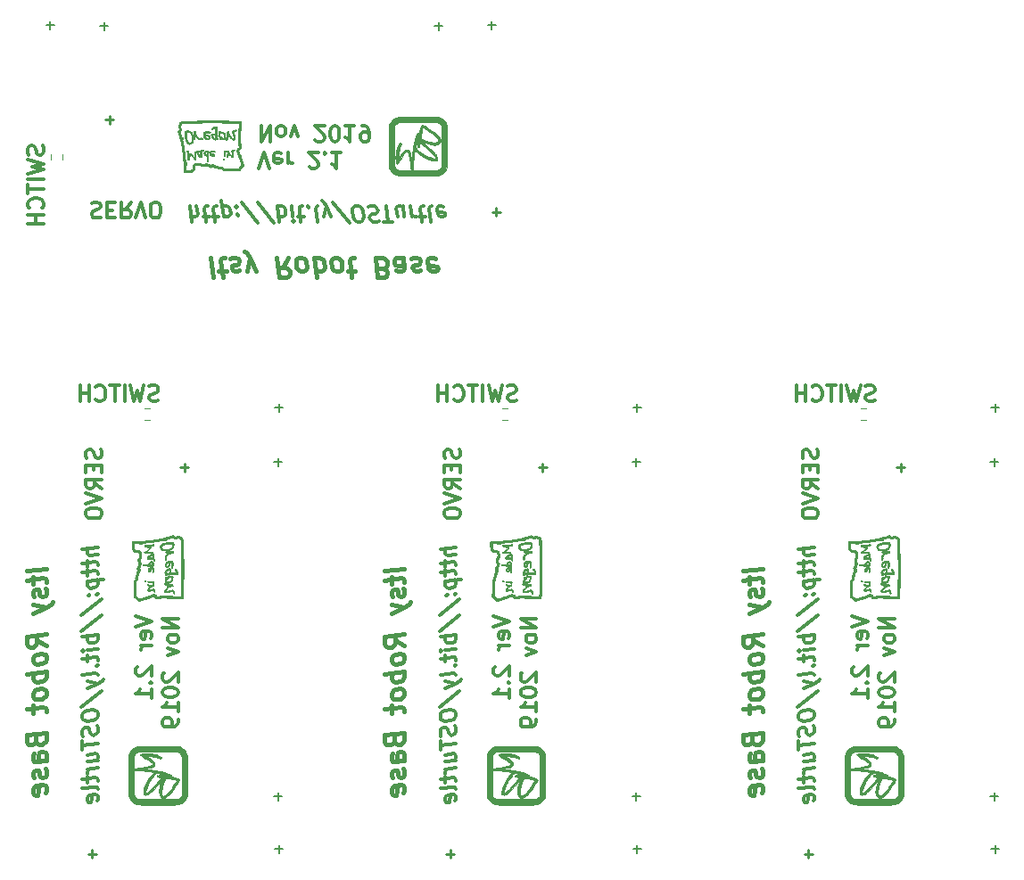
<source format=gbo>
%MOIN*%
%OFA0B0*%
%FSLAX46Y46*%
%IPPOS*%
%LPD*%
%ADD10C,0.0039370078740157488*%
%ADD11C,0.011811023622047244*%
%ADD12C,0.005905511811023622*%
%ADD13C,0.00984251968503937*%
%ADD14C,0.015748031496062995*%
%ADD15C,0.00010000000000000002*%
%ADD16C,0.0047244094488188976*%
%ADD27C,0.0039370078740157488*%
%ADD28C,0.011811023622047244*%
%ADD29C,0.005905511811023622*%
%ADD30C,0.00984251968503937*%
%ADD31C,0.015748031496062995*%
%ADD32C,0.00010000000000000002*%
%ADD33C,0.0047244094488188976*%
%ADD34C,0.0039370078740157488*%
%ADD35C,0.011811023622047244*%
%ADD36C,0.005905511811023622*%
%ADD37C,0.00984251968503937*%
%ADD38C,0.015748031496062995*%
%ADD39C,0.00010000000000000002*%
%ADD40C,0.0047244094488188976*%
%ADD41C,0.0039370078740157488*%
%ADD42C,0.011811023622047244*%
%ADD43C,0.005905511811023622*%
%ADD44C,0.00984251968503937*%
%ADD45C,0.015748031496062995*%
%ADD46C,0.00010000000000000002*%
%ADD47C,0.0047244094488188976*%
G01*
D10*
D11*
X0000652637Y0002101096D02*
X0000644201Y0002098284D01*
X0000630140Y0002098284D01*
X0000624516Y0002101096D01*
X0000621704Y0002103908D01*
X0000618892Y0002109533D01*
X0000618892Y0002115157D01*
X0000621704Y0002120781D01*
X0000624516Y0002123593D01*
X0000630140Y0002126406D01*
X0000641389Y0002129218D01*
X0000647013Y0002132030D01*
X0000649825Y0002134842D01*
X0000652637Y0002140466D01*
X0000652637Y0002146091D01*
X0000649825Y0002151715D01*
X0000647013Y0002154527D01*
X0000641389Y0002157339D01*
X0000627328Y0002157339D01*
X0000618892Y0002154527D01*
X0000599207Y0002157339D02*
X0000585146Y0002098284D01*
X0000573897Y0002140466D01*
X0000562649Y0002098284D01*
X0000548588Y0002157339D01*
X0000526091Y0002098284D02*
X0000526091Y0002157339D01*
X0000506406Y0002157339D02*
X0000472660Y0002157339D01*
X0000489533Y0002098284D02*
X0000489533Y0002157339D01*
X0000419229Y0002103908D02*
X0000422041Y0002101096D01*
X0000430478Y0002098284D01*
X0000436102Y0002098284D01*
X0000444538Y0002101096D01*
X0000450163Y0002106721D01*
X0000452975Y0002112345D01*
X0000455787Y0002123593D01*
X0000455787Y0002132030D01*
X0000452975Y0002143278D01*
X0000450163Y0002148903D01*
X0000444538Y0002154527D01*
X0000436102Y0002157339D01*
X0000430478Y0002157339D01*
X0000422041Y0002154527D01*
X0000419229Y0002151715D01*
X0000393920Y0002098284D02*
X0000393920Y0002157339D01*
X0000393920Y0002129218D02*
X0000360174Y0002129218D01*
X0000360174Y0002098284D02*
X0000360174Y0002157339D01*
X0000438903Y0001919358D02*
X0000441715Y0001910922D01*
X0000441715Y0001896861D01*
X0000438903Y0001891237D01*
X0000436091Y0001888425D01*
X0000430466Y0001885613D01*
X0000424842Y0001885613D01*
X0000419218Y0001888425D01*
X0000416406Y0001891237D01*
X0000413593Y0001896861D01*
X0000410781Y0001908110D01*
X0000407969Y0001913734D01*
X0000405157Y0001916546D01*
X0000399533Y0001919358D01*
X0000393908Y0001919358D01*
X0000388284Y0001916546D01*
X0000385472Y0001913734D01*
X0000382660Y0001908110D01*
X0000382660Y0001894049D01*
X0000385472Y0001885613D01*
X0000410781Y0001860303D02*
X0000410781Y0001840618D01*
X0000441715Y0001832182D02*
X0000441715Y0001860303D01*
X0000382660Y0001860303D01*
X0000382660Y0001832182D01*
X0000441715Y0001773127D02*
X0000413593Y0001792812D01*
X0000441715Y0001806872D02*
X0000382660Y0001806872D01*
X0000382660Y0001784375D01*
X0000385472Y0001778751D01*
X0000388284Y0001775939D01*
X0000393908Y0001773127D01*
X0000402345Y0001773127D01*
X0000407969Y0001775939D01*
X0000410781Y0001778751D01*
X0000413593Y0001784375D01*
X0000413593Y0001806872D01*
X0000382660Y0001756254D02*
X0000441715Y0001736569D01*
X0000382660Y0001716884D01*
X0000382660Y0001685950D02*
X0000382660Y0001674701D01*
X0000385472Y0001669077D01*
X0000391096Y0001663453D01*
X0000402345Y0001660641D01*
X0000422030Y0001660641D01*
X0000433279Y0001663453D01*
X0000438903Y0001669077D01*
X0000441715Y0001674701D01*
X0000441715Y0001685950D01*
X0000438903Y0001691574D01*
X0000433279Y0001697199D01*
X0000422030Y0001700011D01*
X0000402345Y0001700011D01*
X0000391096Y0001697199D01*
X0000385472Y0001691574D01*
X0000382660Y0001685950D01*
D12*
X0001085001Y0001872187D02*
X0001114998Y0001872187D01*
X0001100000Y0001857189D02*
X0001100000Y0001887185D01*
X0001085001Y0000622187D02*
X0001114998Y0000622187D01*
X0001100000Y0000607189D02*
X0001100000Y0000637185D01*
D11*
X0000426715Y0001552186D02*
X0000367660Y0001544804D01*
X0000426715Y0001526877D02*
X0000395781Y0001523010D01*
X0000390157Y0001525119D01*
X0000387345Y0001530392D01*
X0000387345Y0001538828D01*
X0000390157Y0001544804D01*
X0000392969Y0001547968D01*
X0000387345Y0001502270D02*
X0000387345Y0001479773D01*
X0000367660Y0001491373D02*
X0000418279Y0001497701D01*
X0000423903Y0001495592D01*
X0000426715Y0001490319D01*
X0000426715Y0001484694D01*
X0000387345Y0001468525D02*
X0000387345Y0001446027D01*
X0000367660Y0001457627D02*
X0000418279Y0001463955D01*
X0000423903Y0001461846D01*
X0000426715Y0001456573D01*
X0000426715Y0001450949D01*
X0000387345Y0001426342D02*
X0000446400Y0001433724D01*
X0000390157Y0001426694D02*
X0000387345Y0001420718D01*
X0000387345Y0001409469D01*
X0000390157Y0001404197D01*
X0000392969Y0001401736D01*
X0000398593Y0001399627D01*
X0000415466Y0001401736D01*
X0000421091Y0001405251D01*
X0000423903Y0001408415D01*
X0000426715Y0001414391D01*
X0000426715Y0001425639D01*
X0000423903Y0001430912D01*
X0000421091Y0001377130D02*
X0000423903Y0001374669D01*
X0000426715Y0001377833D01*
X0000423903Y0001380293D01*
X0000421091Y0001377130D01*
X0000426715Y0001377833D01*
X0000390157Y0001373263D02*
X0000392969Y0001370802D01*
X0000395781Y0001373966D01*
X0000392969Y0001376427D01*
X0000390157Y0001373263D01*
X0000395781Y0001373966D01*
X0000364848Y0001299796D02*
X0000440776Y0001359905D01*
X0000364848Y0001237928D02*
X0000440776Y0001298038D01*
X0000426715Y0001225977D02*
X0000367660Y0001218595D01*
X0000390157Y0001221407D02*
X0000387345Y0001215431D01*
X0000387345Y0001204183D01*
X0000390157Y0001198910D01*
X0000392969Y0001196449D01*
X0000398593Y0001194340D01*
X0000415466Y0001196449D01*
X0000421091Y0001199964D01*
X0000423903Y0001203128D01*
X0000426715Y0001209104D01*
X0000426715Y0001220352D01*
X0000423903Y0001225625D01*
X0000426715Y0001172546D02*
X0000387345Y0001167625D01*
X0000367660Y0001165164D02*
X0000370472Y0001168328D01*
X0000373284Y0001165867D01*
X0000370472Y0001162703D01*
X0000367660Y0001165164D01*
X0000373284Y0001165867D01*
X0000387345Y0001147940D02*
X0000387345Y0001125442D01*
X0000367660Y0001137042D02*
X0000418279Y0001143370D01*
X0000423903Y0001141261D01*
X0000426715Y0001135988D01*
X0000426715Y0001130364D01*
X0000421091Y0001109976D02*
X0000423903Y0001107515D01*
X0000426715Y0001110679D01*
X0000423903Y0001113139D01*
X0000421091Y0001109976D01*
X0000426715Y0001110679D01*
X0000426715Y0001074121D02*
X0000423903Y0001079393D01*
X0000418279Y0001081503D01*
X0000367660Y0001075175D01*
X0000387345Y0001052326D02*
X0000426715Y0001043187D01*
X0000387345Y0001024205D02*
X0000426715Y0001043187D01*
X0000440776Y0001050569D01*
X0000443588Y0001053733D01*
X0000446400Y0001059708D01*
X0000364848Y0000956713D02*
X0000440776Y0001016823D01*
X0000367660Y0000926131D02*
X0000367660Y0000914883D01*
X0000370472Y0000909610D01*
X0000376096Y0000904689D01*
X0000387345Y0000903283D01*
X0000407030Y0000905743D01*
X0000418279Y0000909961D01*
X0000423903Y0000916289D01*
X0000426715Y0000922265D01*
X0000426715Y0000933513D01*
X0000423903Y0000938786D01*
X0000418279Y0000943707D01*
X0000407030Y0000945113D01*
X0000387345Y0000942653D01*
X0000376096Y0000938434D01*
X0000370472Y0000932107D01*
X0000367660Y0000926131D01*
X0000423903Y0000885355D02*
X0000426715Y0000877270D01*
X0000426715Y0000863209D01*
X0000423903Y0000857234D01*
X0000421091Y0000854070D01*
X0000415466Y0000850555D01*
X0000409842Y0000849852D01*
X0000404218Y0000851961D01*
X0000401406Y0000854422D01*
X0000398593Y0000859694D01*
X0000395781Y0000870591D01*
X0000392969Y0000875864D01*
X0000390157Y0000878325D01*
X0000384533Y0000880434D01*
X0000378908Y0000879731D01*
X0000373284Y0000876216D01*
X0000370472Y0000873052D01*
X0000367660Y0000867076D01*
X0000367660Y0000853015D01*
X0000370472Y0000844931D01*
X0000367660Y0000827706D02*
X0000367660Y0000793960D01*
X0000426715Y0000818215D02*
X0000367660Y0000810833D01*
X0000387345Y0000751427D02*
X0000426715Y0000756348D01*
X0000387345Y0000776736D02*
X0000418279Y0000780603D01*
X0000423903Y0000778494D01*
X0000426715Y0000773221D01*
X0000426715Y0000764784D01*
X0000423903Y0000758809D01*
X0000421091Y0000755645D01*
X0000426715Y0000728226D02*
X0000387345Y0000723305D01*
X0000398593Y0000724711D02*
X0000392969Y0000721196D01*
X0000390157Y0000718032D01*
X0000387345Y0000712057D01*
X0000387345Y0000706432D01*
X0000387345Y0000695184D02*
X0000387345Y0000672686D01*
X0000367660Y0000684287D02*
X0000418279Y0000690614D01*
X0000423903Y0000688505D01*
X0000426715Y0000683232D01*
X0000426715Y0000677608D01*
X0000426715Y0000649486D02*
X0000423903Y0000654759D01*
X0000418279Y0000656868D01*
X0000367660Y0000650541D01*
X0000423903Y0000604140D02*
X0000426715Y0000610116D01*
X0000426715Y0000621365D01*
X0000423903Y0000626638D01*
X0000418279Y0000628747D01*
X0000395781Y0000625935D01*
X0000390157Y0000622419D01*
X0000387345Y0000616443D01*
X0000387345Y0000605195D01*
X0000390157Y0000599922D01*
X0000395781Y0000597813D01*
X0000401406Y0000598516D01*
X0000407030Y0000627341D01*
D13*
X0000764998Y0001852187D02*
X0000735001Y0001852187D01*
X0000750000Y0001837189D02*
X0000750000Y0001867185D01*
X0000419998Y0000407187D02*
X0000390001Y0000407187D01*
X0000405000Y0000392189D02*
X0000405000Y0000422185D01*
D11*
X0000567463Y0001294375D02*
X0000626518Y0001274690D01*
X0000567463Y0001255005D01*
X0000623706Y0001212823D02*
X0000626518Y0001218447D01*
X0000626518Y0001229696D01*
X0000623706Y0001235320D01*
X0000618082Y0001238132D01*
X0000595584Y0001238132D01*
X0000589960Y0001235320D01*
X0000587148Y0001229696D01*
X0000587148Y0001218447D01*
X0000589960Y0001212823D01*
X0000595584Y0001210011D01*
X0000601209Y0001210011D01*
X0000606833Y0001238132D01*
X0000626518Y0001184701D02*
X0000587148Y0001184701D01*
X0000598397Y0001184701D02*
X0000592772Y0001181889D01*
X0000589960Y0001179077D01*
X0000587148Y0001173453D01*
X0000587148Y0001167829D01*
X0000573087Y0001105961D02*
X0000570275Y0001103149D01*
X0000567463Y0001097525D01*
X0000567463Y0001083464D01*
X0000570275Y0001077840D01*
X0000573087Y0001075028D01*
X0000578712Y0001072216D01*
X0000584336Y0001072216D01*
X0000592772Y0001075028D01*
X0000626518Y0001108773D01*
X0000626518Y0001072216D01*
X0000620894Y0001046906D02*
X0000623706Y0001044094D01*
X0000626518Y0001046906D01*
X0000623706Y0001049718D01*
X0000620894Y0001046906D01*
X0000626518Y0001046906D01*
X0000626518Y0000987851D02*
X0000626518Y0001021597D01*
X0000626518Y0001004724D02*
X0000567463Y0001004724D01*
X0000575899Y0001010348D01*
X0000581524Y0001015973D01*
X0000584336Y0001021597D01*
X0000726912Y0001285939D02*
X0000667857Y0001285939D01*
X0000726912Y0001252193D01*
X0000667857Y0001252193D01*
X0000726912Y0001215635D02*
X0000724100Y0001221259D01*
X0000721287Y0001224071D01*
X0000715663Y0001226884D01*
X0000698790Y0001226884D01*
X0000693166Y0001224071D01*
X0000690354Y0001221259D01*
X0000687542Y0001215635D01*
X0000687542Y0001207199D01*
X0000690354Y0001201574D01*
X0000693166Y0001198762D01*
X0000698790Y0001195950D01*
X0000715663Y0001195950D01*
X0000721287Y0001198762D01*
X0000724100Y0001201574D01*
X0000726912Y0001207199D01*
X0000726912Y0001215635D01*
X0000687542Y0001176265D02*
X0000726912Y0001162204D01*
X0000687542Y0001148143D01*
X0000673481Y0001083464D02*
X0000670669Y0001080652D01*
X0000667857Y0001075028D01*
X0000667857Y0001060967D01*
X0000670669Y0001055343D01*
X0000673481Y0001052530D01*
X0000679105Y0001049718D01*
X0000684730Y0001049718D01*
X0000693166Y0001052530D01*
X0000726912Y0001086276D01*
X0000726912Y0001049718D01*
X0000667857Y0001013160D02*
X0000667857Y0001007536D01*
X0000670669Y0001001912D01*
X0000673481Y0000999100D01*
X0000679105Y0000996287D01*
X0000690354Y0000993475D01*
X0000704415Y0000993475D01*
X0000715663Y0000996287D01*
X0000721287Y0000999100D01*
X0000724100Y0001001912D01*
X0000726912Y0001007536D01*
X0000726912Y0001013160D01*
X0000724100Y0001018785D01*
X0000721287Y0001021597D01*
X0000715663Y0001024409D01*
X0000704415Y0001027221D01*
X0000690354Y0001027221D01*
X0000679105Y0001024409D01*
X0000673481Y0001021597D01*
X0000670669Y0001018785D01*
X0000667857Y0001013160D01*
X0000726912Y0000937232D02*
X0000726912Y0000970978D01*
X0000726912Y0000954105D02*
X0000667857Y0000954105D01*
X0000676293Y0000959730D01*
X0000681917Y0000965354D01*
X0000684730Y0000970978D01*
X0000726912Y0000909111D02*
X0000726912Y0000897862D01*
X0000724100Y0000892238D01*
X0000721287Y0000889426D01*
X0000712851Y0000883802D01*
X0000701602Y0000880989D01*
X0000679105Y0000880989D01*
X0000673481Y0000883802D01*
X0000670669Y0000886614D01*
X0000667857Y0000892238D01*
X0000667857Y0000903487D01*
X0000670669Y0000909111D01*
X0000673481Y0000911923D01*
X0000679105Y0000914735D01*
X0000693166Y0000914735D01*
X0000698790Y0000911923D01*
X0000701602Y0000909111D01*
X0000704415Y0000903487D01*
X0000704415Y0000892238D01*
X0000701602Y0000886614D01*
X0000698790Y0000883802D01*
X0000693166Y0000880989D01*
D14*
X0000232949Y0001473784D02*
X0000160114Y0001464680D01*
X0000184392Y0001443437D02*
X0000184392Y0001415690D01*
X0000160114Y0001429997D02*
X0000222544Y0001437801D01*
X0000229480Y0001435199D01*
X0000232949Y0001428696D01*
X0000232949Y0001421760D01*
X0000229480Y0001400516D02*
X0000232949Y0001394013D01*
X0000232949Y0001380140D01*
X0000229480Y0001372770D01*
X0000222544Y0001368434D01*
X0000219075Y0001368001D01*
X0000212139Y0001370602D01*
X0000208670Y0001377105D01*
X0000208670Y0001387510D01*
X0000205202Y0001394013D01*
X0000198265Y0001396614D01*
X0000194797Y0001396181D01*
X0000187860Y0001391845D01*
X0000184392Y0001384475D01*
X0000184392Y0001374070D01*
X0000187860Y0001367567D01*
X0000184392Y0001339387D02*
X0000232949Y0001328115D01*
X0000184392Y0001304704D02*
X0000232949Y0001328115D01*
X0000250290Y0001337220D01*
X0000253758Y0001341121D01*
X0000257227Y0001348492D01*
X0000232949Y0001185914D02*
X0000198265Y0001205857D01*
X0000232949Y0001227534D02*
X0000160114Y0001218430D01*
X0000160114Y0001190683D01*
X0000163582Y0001184180D01*
X0000167051Y0001181145D01*
X0000173987Y0001178544D01*
X0000184392Y0001179845D01*
X0000191329Y0001184180D01*
X0000194797Y0001188082D01*
X0000198265Y0001195452D01*
X0000198265Y0001223199D01*
X0000232949Y0001144294D02*
X0000229480Y0001150797D01*
X0000226012Y0001153832D01*
X0000219075Y0001156433D01*
X0000198265Y0001153832D01*
X0000191329Y0001149497D01*
X0000187860Y0001145595D01*
X0000184392Y0001138225D01*
X0000184392Y0001127820D01*
X0000187860Y0001121317D01*
X0000191329Y0001118282D01*
X0000198265Y0001115681D01*
X0000219075Y0001118282D01*
X0000226012Y0001122617D01*
X0000229480Y0001126519D01*
X0000232949Y0001133889D01*
X0000232949Y0001144294D01*
X0000232949Y0001088801D02*
X0000160114Y0001079697D01*
X0000187860Y0001083165D02*
X0000184392Y0001075795D01*
X0000184392Y0001061922D01*
X0000187860Y0001055419D01*
X0000191329Y0001052384D01*
X0000198265Y0001049783D01*
X0000219075Y0001052384D01*
X0000226012Y0001056719D01*
X0000229480Y0001060621D01*
X0000232949Y0001067991D01*
X0000232949Y0001081865D01*
X0000229480Y0001088368D01*
X0000232949Y0001012498D02*
X0000229480Y0001019001D01*
X0000226012Y0001022036D01*
X0000219075Y0001024637D01*
X0000198265Y0001022036D01*
X0000191329Y0001017701D01*
X0000187860Y0001013799D01*
X0000184392Y0001006429D01*
X0000184392Y0000996024D01*
X0000187860Y0000989521D01*
X0000191329Y0000986486D01*
X0000198265Y0000983885D01*
X0000219075Y0000986486D01*
X0000226012Y0000990821D01*
X0000229480Y0000994723D01*
X0000232949Y0001002093D01*
X0000232949Y0001012498D01*
X0000184392Y0000961341D02*
X0000184392Y0000933594D01*
X0000160114Y0000947901D02*
X0000222544Y0000955705D01*
X0000229480Y0000953103D01*
X0000232949Y0000946600D01*
X0000232949Y0000939664D01*
X0000194797Y0000830845D02*
X0000198265Y0000820874D01*
X0000201734Y0000817839D01*
X0000208670Y0000815238D01*
X0000219075Y0000816538D01*
X0000226012Y0000820874D01*
X0000229480Y0000824776D01*
X0000232949Y0000832146D01*
X0000232949Y0000859892D01*
X0000160114Y0000850788D01*
X0000160114Y0000826510D01*
X0000163582Y0000820007D01*
X0000167051Y0000816972D01*
X0000173987Y0000814371D01*
X0000180924Y0000815238D01*
X0000187860Y0000819573D01*
X0000191329Y0000823475D01*
X0000194797Y0000830845D01*
X0000194797Y0000855123D01*
X0000232949Y0000755843D02*
X0000194797Y0000751074D01*
X0000187860Y0000753675D01*
X0000184392Y0000760178D01*
X0000184392Y0000774052D01*
X0000187860Y0000781422D01*
X0000229480Y0000755409D02*
X0000232949Y0000762780D01*
X0000232949Y0000780121D01*
X0000229480Y0000786624D01*
X0000222544Y0000789225D01*
X0000215607Y0000788358D01*
X0000208670Y0000784023D01*
X0000205202Y0000776653D01*
X0000205202Y0000759311D01*
X0000201734Y0000751941D01*
X0000229480Y0000724194D02*
X0000232949Y0000717691D01*
X0000232949Y0000703818D01*
X0000229480Y0000696448D01*
X0000222544Y0000692113D01*
X0000219075Y0000691679D01*
X0000212139Y0000694280D01*
X0000208670Y0000700783D01*
X0000208670Y0000711188D01*
X0000205202Y0000717691D01*
X0000198265Y0000720293D01*
X0000194797Y0000719859D01*
X0000187860Y0000715524D01*
X0000184392Y0000708153D01*
X0000184392Y0000697749D01*
X0000187860Y0000691245D01*
X0000229480Y0000634018D02*
X0000232949Y0000641388D01*
X0000232949Y0000655262D01*
X0000229480Y0000661765D01*
X0000222544Y0000664366D01*
X0000194797Y0000660898D01*
X0000187860Y0000656562D01*
X0000184392Y0000649192D01*
X0000184392Y0000635319D01*
X0000187860Y0000628816D01*
X0000194797Y0000626215D01*
X0000201734Y0000627082D01*
X0000208670Y0000662632D01*
D15*
G36*
X0000580700Y0001353100D02*
X0000582200Y0001353100D01*
X0000583200Y0001353200D01*
X0000584100Y0001353300D01*
X0000584800Y0001353500D01*
X0000585600Y0001353900D01*
X0000585900Y0001353999D01*
X0000587000Y0001354500D01*
X0000588000Y0001354900D01*
X0000589200Y0001355300D01*
X0000590600Y0001355700D01*
X0000592400Y0001356100D01*
X0000594500Y0001356600D01*
X0000595200Y0001356800D01*
X0000598100Y0001357400D01*
X0000600500Y0001358100D01*
X0000602600Y0001358700D01*
X0000604400Y0001359500D01*
X0000606000Y0001360300D01*
X0000581200Y0001360300D01*
X0000580600Y0001360300D01*
X0000580100Y0001360400D01*
X0000579600Y0001360700D01*
X0000579000Y0001361200D01*
X0000578300Y0001362100D01*
X0000577900Y0001362500D01*
X0000577000Y0001363600D01*
X0000576000Y0001364600D01*
X0000575100Y0001365300D01*
X0000574800Y0001365600D01*
X0000574100Y0001366100D01*
X0000573100Y0001366900D01*
X0000571900Y0001367900D01*
X0000570700Y0001368900D01*
X0000570600Y0001369000D01*
X0000569500Y0001369900D01*
X0000568500Y0001370700D01*
X0000567800Y0001371200D01*
X0000567400Y0001371500D01*
X0000567300Y0001371500D01*
X0000567100Y0001371700D01*
X0000567100Y0001372400D01*
X0000567100Y0001373400D01*
X0000567300Y0001374600D01*
X0000567500Y0001375800D01*
X0000567600Y0001376200D01*
X0000567700Y0001376700D01*
X0000567900Y0001377200D01*
X0000567900Y0001377800D01*
X0000568000Y0001378500D01*
X0000568100Y0001379500D01*
X0000568200Y0001380800D01*
X0000568200Y0001382300D01*
X0000568300Y0001384199D01*
X0000568300Y0001386500D01*
X0000568400Y0001389300D01*
X0000568500Y0001392600D01*
X0000568500Y0001394700D01*
X0000568600Y0001398100D01*
X0000568600Y0001401500D01*
X0000568700Y0001404900D01*
X0000568700Y0001408200D01*
X0000568800Y0001411300D01*
X0000568800Y0001414100D01*
X0000568800Y0001416600D01*
X0000568800Y0001418500D01*
X0000568800Y0001419000D01*
X0000568800Y0001426599D01*
X0000571200Y0001429000D01*
X0000573500Y0001431400D01*
X0000573500Y0001433000D01*
X0000573500Y0001434100D01*
X0000573400Y0001435500D01*
X0000573200Y0001436600D01*
X0000573100Y0001437900D01*
X0000573200Y0001439100D01*
X0000573400Y0001440400D01*
X0000573800Y0001442000D01*
X0000574500Y0001443800D01*
X0000575400Y0001446000D01*
X0000575600Y0001446600D01*
X0000576400Y0001448300D01*
X0000576900Y0001449600D01*
X0000577200Y0001450700D01*
X0000577400Y0001451700D01*
X0000577600Y0001452800D01*
X0000577700Y0001453500D01*
X0000577900Y0001455300D01*
X0000578100Y0001456700D01*
X0000578400Y0001457800D01*
X0000578800Y0001458600D01*
X0000579300Y0001459400D01*
X0000580100Y0001460200D01*
X0000580200Y0001460300D01*
X0000581000Y0001461200D01*
X0000581700Y0001462200D01*
X0000582200Y0001462900D01*
X0000582200Y0001462900D01*
X0000582400Y0001463700D01*
X0000582600Y0001464900D01*
X0000582900Y0001466300D01*
X0000583000Y0001467800D01*
X0000583200Y0001469100D01*
X0000583200Y0001470100D01*
X0000583100Y0001470700D01*
X0000582800Y0001471200D01*
X0000582300Y0001472100D01*
X0000581600Y0001472900D01*
X0000580800Y0001473800D01*
X0000580500Y0001474400D01*
X0000580400Y0001474800D01*
X0000580500Y0001475000D01*
X0000580800Y0001475400D01*
X0000581300Y0001476200D01*
X0000582000Y0001477300D01*
X0000582800Y0001478500D01*
X0000583000Y0001478800D01*
X0000585100Y0001482200D01*
X0000585200Y0001485200D01*
X0000585300Y0001486600D01*
X0000585400Y0001487500D01*
X0000585500Y0001488000D01*
X0000585700Y0001488400D01*
X0000586000Y0001488600D01*
X0000586200Y0001488700D01*
X0000587100Y0001489500D01*
X0000587700Y0001490600D01*
X0000588000Y0001491800D01*
X0000588000Y0001492000D01*
X0000587700Y0001493100D01*
X0000587000Y0001494200D01*
X0000585800Y0001495300D01*
X0000585300Y0001495700D01*
X0000584800Y0001496200D01*
X0000584400Y0001496500D01*
X0000584100Y0001496900D01*
X0000583800Y0001497400D01*
X0000583700Y0001498200D01*
X0000583500Y0001499200D01*
X0000583300Y0001500700D01*
X0000583200Y0001502600D01*
X0000583100Y0001503200D01*
X0000582700Y0001507500D01*
X0000583800Y0001508700D01*
X0000585100Y0001510100D01*
X0000586100Y0001511500D01*
X0000586900Y0001512700D01*
X0000587100Y0001513100D01*
X0000587300Y0001514000D01*
X0000587500Y0001515300D01*
X0000587700Y0001517000D01*
X0000587900Y0001518800D01*
X0000588100Y0001520800D01*
X0000588200Y0001522700D01*
X0000588200Y0001524500D01*
X0000588200Y0001524600D01*
X0000588200Y0001526500D01*
X0000588000Y0001528200D01*
X0000587800Y0001529900D01*
X0000587400Y0001531800D01*
X0000587000Y0001533600D01*
X0000586600Y0001534900D01*
X0000586100Y0001535900D01*
X0000585600Y0001536800D01*
X0000584800Y0001537700D01*
X0000583800Y0001538700D01*
X0000583000Y0001539400D01*
X0000582200Y0001540000D01*
X0000581300Y0001540300D01*
X0000580200Y0001540600D01*
X0000578800Y0001540900D01*
X0000577100Y0001541000D01*
X0000575100Y0001541200D01*
X0000572000Y0001541500D01*
X0000569300Y0001542000D01*
X0000567100Y0001542800D01*
X0000565300Y0001543800D01*
X0000565100Y0001543900D01*
X0000564100Y0001544900D01*
X0000563000Y0001546400D01*
X0000562700Y0001546900D01*
X0000562200Y0001548000D01*
X0000561800Y0001548900D01*
X0000561700Y0001549600D01*
X0000561700Y0001550500D01*
X0000561700Y0001550600D01*
X0000561700Y0001552100D01*
X0000561400Y0001553800D01*
X0000561100Y0001555000D01*
X0000560600Y0001556500D01*
X0000560400Y0001557600D01*
X0000560300Y0001558300D01*
X0000560500Y0001558900D01*
X0000560700Y0001559500D01*
X0000560900Y0001559800D01*
X0000561500Y0001561000D01*
X0000561700Y0001562700D01*
X0000561500Y0001564600D01*
X0000561300Y0001565200D01*
X0000561100Y0001566100D01*
X0000560900Y0001566900D01*
X0000560900Y0001567200D01*
X0000561100Y0001567200D01*
X0000561900Y0001567300D01*
X0000562800Y0001567300D01*
X0000562900Y0001567300D01*
X0000564000Y0001567300D01*
X0000564800Y0001567400D01*
X0000565500Y0001567600D01*
X0000566200Y0001568100D01*
X0000567500Y0001569000D01*
X0000572200Y0001568700D01*
X0000574000Y0001568600D01*
X0000575300Y0001568400D01*
X0000576300Y0001568300D01*
X0000577000Y0001568100D01*
X0000577600Y0001567900D01*
X0000578200Y0001567600D01*
X0000578500Y0001567400D01*
X0000579700Y0001566800D01*
X0000580800Y0001566500D01*
X0000581600Y0001566500D01*
X0000582700Y0001566400D01*
X0000583600Y0001566300D01*
X0000583900Y0001566200D01*
X0000584600Y0001566100D01*
X0000585600Y0001565900D01*
X0000586900Y0001565900D01*
X0000587400Y0001565900D01*
X0000588700Y0001565900D01*
X0000589500Y0001565900D01*
X0000590100Y0001566100D01*
X0000590500Y0001566400D01*
X0000591000Y0001566800D01*
X0000591100Y0001566900D01*
X0000591700Y0001567700D01*
X0000592000Y0001568500D01*
X0000592100Y0001568600D01*
X0000592100Y0001569000D01*
X0000592300Y0001569200D01*
X0000592900Y0001569400D01*
X0000593900Y0001569500D01*
X0000595200Y0001569600D01*
X0000596700Y0001569699D01*
X0000597600Y0001569699D01*
X0000599300Y0001569800D01*
X0000601500Y0001570000D01*
X0000604300Y0001570300D01*
X0000607700Y0001570800D01*
X0000611600Y0001571500D01*
X0000611900Y0001571500D01*
X0000613600Y0001571800D01*
X0000615200Y0001572000D01*
X0000616400Y0001572200D01*
X0000617300Y0001572300D01*
X0000617600Y0001572400D01*
X0000618100Y0001572400D01*
X0000619000Y0001572300D01*
X0000620200Y0001572300D01*
X0000621400Y0001572200D01*
X0000622700Y0001572200D01*
X0000623900Y0001572100D01*
X0000624700Y0001572000D01*
X0000625000Y0001571900D01*
X0000626000Y0001571500D01*
X0000627200Y0001571400D01*
X0000628400Y0001571500D01*
X0000629400Y0001571900D01*
X0000629900Y0001572500D01*
X0000630400Y0001572800D01*
X0000631400Y0001573100D01*
X0000633000Y0001573500D01*
X0000635200Y0001573800D01*
X0000637900Y0001574200D01*
X0000641000Y0001574500D01*
X0000643400Y0001574700D01*
X0000645500Y0001574900D01*
X0000647500Y0001575100D01*
X0000649200Y0001575300D01*
X0000650600Y0001575500D01*
X0000651600Y0001575600D01*
X0000652100Y0001575699D01*
X0000652900Y0001576100D01*
X0000654000Y0001576500D01*
X0000655000Y0001576900D01*
X0000655800Y0001577200D01*
X0000656400Y0001577500D01*
X0000657100Y0001577600D01*
X0000657900Y0001577700D01*
X0000658900Y0001577700D01*
X0000660200Y0001577600D01*
X0000662000Y0001577500D01*
X0000662800Y0001577500D01*
X0000664600Y0001577400D01*
X0000666000Y0001577400D01*
X0000667100Y0001577600D01*
X0000668100Y0001577900D01*
X0000669200Y0001578400D01*
X0000670500Y0001579200D01*
X0000672000Y0001579900D01*
X0000673100Y0001580300D01*
X0000674200Y0001580500D01*
X0000675300Y0001580300D01*
X0000676800Y0001579900D01*
X0000677200Y0001579700D01*
X0000678700Y0001579200D01*
X0000679900Y0001578900D01*
X0000680700Y0001578900D01*
X0000681400Y0001579000D01*
X0000682000Y0001579300D01*
X0000682100Y0001579300D01*
X0000682700Y0001579900D01*
X0000683400Y0001580900D01*
X0000684100Y0001582100D01*
X0000684600Y0001583400D01*
X0000684900Y0001584200D01*
X0000685100Y0001585000D01*
X0000688600Y0001585000D01*
X0000692200Y0001585000D01*
X0000694700Y0001586200D01*
X0000697400Y0001587500D01*
X0000699700Y0001588500D01*
X0000701600Y0001589300D01*
X0000703000Y0001589800D01*
X0000703800Y0001590000D01*
X0000704500Y0001590100D01*
X0000705100Y0001590100D01*
X0000705700Y0001589800D01*
X0000706500Y0001589200D01*
X0000706600Y0001589200D01*
X0000708200Y0001588099D01*
X0000709700Y0001587200D01*
X0000711500Y0001586500D01*
X0000712600Y0001586200D01*
X0000714700Y0001585600D01*
X0000718600Y0001586500D01*
X0000721200Y0001587100D01*
X0000723300Y0001587400D01*
X0000725100Y0001587600D01*
X0000726700Y0001587600D01*
X0000728200Y0001587300D01*
X0000729700Y0001586900D01*
X0000729700Y0001586900D01*
X0000731400Y0001586300D01*
X0000732900Y0001585800D01*
X0000734200Y0001585200D01*
X0000735100Y0001584800D01*
X0000735500Y0001584400D01*
X0000735600Y0001584400D01*
X0000735700Y0001584000D01*
X0000736000Y0001583200D01*
X0000736200Y0001582900D01*
X0000736500Y0001582000D01*
X0000736800Y0001580600D01*
X0000737000Y0001578700D01*
X0000737100Y0001576300D01*
X0000737200Y0001573300D01*
X0000737300Y0001569800D01*
X0000737300Y0001565800D01*
X0000737300Y0001565400D01*
X0000737400Y0001563200D01*
X0000737400Y0001560600D01*
X0000737500Y0001557699D01*
X0000737500Y0001554600D01*
X0000737600Y0001551499D01*
X0000737800Y0001548600D01*
X0000737800Y0001547800D01*
X0000738100Y0001538500D01*
X0000738500Y0001529600D01*
X0000738700Y0001520800D01*
X0000738900Y0001512000D01*
X0000739100Y0001503300D01*
X0000739200Y0001494500D01*
X0000739300Y0001485600D01*
X0000739300Y0001476400D01*
X0000739300Y0001467000D01*
X0000739300Y0001457100D01*
X0000739200Y0001446800D01*
X0000739100Y0001441600D01*
X0000739000Y0001434300D01*
X0000738900Y0001427600D01*
X0000738800Y0001421400D01*
X0000738700Y0001415700D01*
X0000738600Y0001410400D01*
X0000738500Y0001405500D01*
X0000738400Y0001400900D01*
X0000738300Y0001396700D01*
X0000738100Y0001392800D01*
X0000738000Y0001389200D01*
X0000737900Y0001385700D01*
X0000737700Y0001382400D01*
X0000737600Y0001380600D01*
X0000737500Y0001378100D01*
X0000737300Y0001375800D01*
X0000737200Y0001373700D01*
X0000737100Y0001371900D01*
X0000737000Y0001370600D01*
X0000737000Y0001369700D01*
X0000737000Y0001369200D01*
X0000737000Y0001369200D01*
X0000736700Y0001369200D01*
X0000735800Y0001369300D01*
X0000734500Y0001369300D01*
X0000732600Y0001369400D01*
X0000730300Y0001369500D01*
X0000727600Y0001369600D01*
X0000724500Y0001369800D01*
X0000721100Y0001369900D01*
X0000717300Y0001370100D01*
X0000713300Y0001370300D01*
X0000709100Y0001370400D01*
X0000704600Y0001370600D01*
X0000700000Y0001370900D01*
X0000699400Y0001370900D01*
X0000693900Y0001371100D01*
X0000688900Y0001371300D01*
X0000684400Y0001371500D01*
X0000680400Y0001371700D01*
X0000676900Y0001371900D01*
X0000673800Y0001372000D01*
X0000671200Y0001372100D01*
X0000668800Y0001372199D01*
X0000666900Y0001372199D01*
X0000665200Y0001372199D01*
X0000663900Y0001372199D01*
X0000662700Y0001372199D01*
X0000661800Y0001372199D01*
X0000661100Y0001372100D01*
X0000660500Y0001372000D01*
X0000660100Y0001371900D01*
X0000659700Y0001371800D01*
X0000659400Y0001371600D01*
X0000659200Y0001371400D01*
X0000658900Y0001371200D01*
X0000658600Y0001371000D01*
X0000658000Y0001370500D01*
X0000657400Y0001370200D01*
X0000656800Y0001370100D01*
X0000655800Y0001370200D01*
X0000655400Y0001370200D01*
X0000654000Y0001370200D01*
X0000652700Y0001370100D01*
X0000651100Y0001369700D01*
X0000651000Y0001369700D01*
X0000649300Y0001369200D01*
X0000648100Y0001368900D01*
X0000647200Y0001368800D01*
X0000646700Y0001368800D01*
X0000646300Y0001368900D01*
X0000646100Y0001369200D01*
X0000646000Y0001369200D01*
X0000645800Y0001369900D01*
X0000645500Y0001370800D01*
X0000645500Y0001371200D01*
X0000645200Y0001372300D01*
X0000644800Y0001373200D01*
X0000644200Y0001374000D01*
X0000643300Y0001374700D01*
X0000641900Y0001375600D01*
X0000640500Y0001376300D01*
X0000637000Y0001378000D01*
X0000633900Y0001377700D01*
X0000632700Y0001377500D01*
X0000631600Y0001377300D01*
X0000630600Y0001377000D01*
X0000629500Y0001376700D01*
X0000628100Y0001376200D01*
X0000626400Y0001375400D01*
X0000625900Y0001375200D01*
X0000623900Y0001374400D01*
X0000621900Y0001373500D01*
X0000619800Y0001372600D01*
X0000618000Y0001371800D01*
X0000617300Y0001371400D01*
X0000615800Y0001370800D01*
X0000614700Y0001370300D01*
X0000613900Y0001370000D01*
X0000613400Y0001369900D01*
X0000613000Y0001370000D01*
X0000612600Y0001370000D01*
X0000611600Y0001370300D01*
X0000610400Y0001370300D01*
X0000609100Y0001369900D01*
X0000607500Y0001369200D01*
X0000605600Y0001368200D01*
X0000605500Y0001368100D01*
X0000603900Y0001367200D01*
X0000602500Y0001366400D01*
X0000601300Y0001365800D01*
X0000600100Y0001365400D01*
X0000598800Y0001364900D01*
X0000597200Y0001364500D01*
X0000595400Y0001364100D01*
X0000593600Y0001363700D01*
X0000591100Y0001363100D01*
X0000589100Y0001362600D01*
X0000587500Y0001362200D01*
X0000586200Y0001361800D01*
X0000585100Y0001361400D01*
X0000584200Y0001361100D01*
X0000583800Y0001360800D01*
X0000582700Y0001360500D01*
X0000581500Y0001360300D01*
X0000581200Y0001360300D01*
X0000606000Y0001360300D01*
X0000606100Y0001360400D01*
X0000606700Y0001360600D01*
X0000607800Y0001361300D01*
X0000608700Y0001361700D01*
X0000609200Y0001361900D01*
X0000609600Y0001361900D01*
X0000610000Y0001361700D01*
X0000610700Y0001361600D01*
X0000611400Y0001361500D01*
X0000612300Y0001361700D01*
X0000613400Y0001362000D01*
X0000614800Y0001362600D01*
X0000616700Y0001363400D01*
X0000617900Y0001364000D01*
X0000621100Y0001365400D01*
X0000624100Y0001366800D01*
X0000626800Y0001367900D01*
X0000629200Y0001368900D01*
X0000631200Y0001369700D01*
X0000632800Y0001370200D01*
X0000633900Y0001370500D01*
X0000634000Y0001370500D01*
X0000635100Y0001370700D01*
X0000635800Y0001370600D01*
X0000636600Y0001370400D01*
X0000637100Y0001370100D01*
X0000637900Y0001369700D01*
X0000638400Y0001369200D01*
X0000638700Y0001368600D01*
X0000638900Y0001367700D01*
X0000639000Y0001367200D01*
X0000639100Y0001366600D01*
X0000639500Y0001365900D01*
X0000640100Y0001365200D01*
X0000641100Y0001364100D01*
X0000641500Y0001363800D01*
X0000642500Y0001362800D01*
X0000643200Y0001362100D01*
X0000643700Y0001361700D01*
X0000644200Y0001361500D01*
X0000644800Y0001361500D01*
X0000645200Y0001361500D01*
X0000647300Y0001361600D01*
X0000649700Y0001362100D01*
X0000652200Y0001362700D01*
X0000653300Y0001363000D01*
X0000654200Y0001363100D01*
X0000655100Y0001363100D01*
X0000656300Y0001363000D01*
X0000656500Y0001362900D01*
X0000657800Y0001362800D01*
X0000658900Y0001362800D01*
X0000659800Y0001363100D01*
X0000660900Y0001363800D01*
X0000661800Y0001364500D01*
X0000662900Y0001365400D01*
X0000701500Y0001363700D01*
X0000706200Y0001363500D01*
X0000710800Y0001363300D01*
X0000715200Y0001363100D01*
X0000719400Y0001362900D01*
X0000723300Y0001362800D01*
X0000726900Y0001362600D01*
X0000730200Y0001362500D01*
X0000733100Y0001362400D01*
X0000735600Y0001362300D01*
X0000737700Y0001362200D01*
X0000739300Y0001362200D01*
X0000740400Y0001362200D01*
X0000741000Y0001362200D01*
X0000741000Y0001362200D01*
X0000742000Y0001362600D01*
X0000742900Y0001363400D01*
X0000743500Y0001364300D01*
X0000743600Y0001364500D01*
X0000743700Y0001365000D01*
X0000743800Y0001366100D01*
X0000743900Y0001367600D01*
X0000744100Y0001369500D01*
X0000744200Y0001371800D01*
X0000744400Y0001374300D01*
X0000744500Y0001377200D01*
X0000744700Y0001380200D01*
X0000744800Y0001383400D01*
X0000745000Y0001386600D01*
X0000745100Y0001389900D01*
X0000745200Y0001393100D01*
X0000745300Y0001396300D01*
X0000745400Y0001399300D01*
X0000745500Y0001402100D01*
X0000745600Y0001403800D01*
X0000745600Y0001406200D01*
X0000745700Y0001409100D01*
X0000745700Y0001412400D01*
X0000745800Y0001416000D01*
X0000745900Y0001420000D01*
X0000745900Y0001424200D01*
X0000746000Y0001428500D01*
X0000746000Y0001433000D01*
X0000746100Y0001437400D01*
X0000746200Y0001441700D01*
X0000746200Y0001443400D01*
X0000746200Y0001447400D01*
X0000746300Y0001451400D01*
X0000746300Y0001455300D01*
X0000746400Y0001459100D01*
X0000746400Y0001462600D01*
X0000746400Y0001465900D01*
X0000746500Y0001468799D01*
X0000746500Y0001471300D01*
X0000746500Y0001473400D01*
X0000746500Y0001475000D01*
X0000746500Y0001475900D01*
X0000746500Y0001477300D01*
X0000746500Y0001479300D01*
X0000746500Y0001481700D01*
X0000746500Y0001484500D01*
X0000746500Y0001487500D01*
X0000746400Y0001490700D01*
X0000746400Y0001494000D01*
X0000746300Y0001497300D01*
X0000746300Y0001498700D01*
X0000746200Y0001504800D01*
X0000746000Y0001510700D01*
X0000745900Y0001516500D01*
X0000745700Y0001522000D01*
X0000745600Y0001527200D01*
X0000745400Y0001532100D01*
X0000745300Y0001536600D01*
X0000745200Y0001540600D01*
X0000745000Y0001544000D01*
X0000745000Y0001544700D01*
X0000744900Y0001546900D01*
X0000744800Y0001549500D01*
X0000744800Y0001552300D01*
X0000744700Y0001555100D01*
X0000744700Y0001557800D01*
X0000744700Y0001558800D01*
X0000744700Y0001561400D01*
X0000744600Y0001564300D01*
X0000744600Y0001567500D01*
X0000744400Y0001570600D01*
X0000744300Y0001573600D01*
X0000744300Y0001575100D01*
X0000743800Y0001583600D01*
X0000742500Y0001586400D01*
X0000741800Y0001587700D01*
X0000741300Y0001588700D01*
X0000740800Y0001589400D01*
X0000740600Y0001589600D01*
X0000739800Y0001590200D01*
X0000738600Y0001590800D01*
X0000737000Y0001591600D01*
X0000735300Y0001592300D01*
X0000733600Y0001593000D01*
X0000732100Y0001593600D01*
X0000730500Y0001594099D01*
X0000729200Y0001594400D01*
X0000728200Y0001594600D01*
X0000727000Y0001594700D01*
X0000726200Y0001594700D01*
X0000723300Y0001594500D01*
X0000720000Y0001594000D01*
X0000717100Y0001593400D01*
X0000715700Y0001593100D01*
X0000714600Y0001593100D01*
X0000713400Y0001593400D01*
X0000712100Y0001594000D01*
X0000710600Y0001594900D01*
X0000709900Y0001595500D01*
X0000708500Y0001596400D01*
X0000707500Y0001597000D01*
X0000706500Y0001597300D01*
X0000705500Y0001597400D01*
X0000704200Y0001597300D01*
X0000702700Y0001597000D01*
X0000701500Y0001596700D01*
X0000699900Y0001596200D01*
X0000698100Y0001595500D01*
X0000696000Y0001594700D01*
X0000694000Y0001593700D01*
X0000692300Y0001592900D01*
X0000691600Y0001592600D01*
X0000691000Y0001592300D01*
X0000690300Y0001592200D01*
X0000689500Y0001592100D01*
X0000688300Y0001592100D01*
X0000686700Y0001592100D01*
X0000686500Y0001592100D01*
X0000684600Y0001592000D01*
X0000683000Y0001591900D01*
X0000681900Y0001591700D01*
X0000681000Y0001591200D01*
X0000680200Y0001590500D01*
X0000679500Y0001589400D01*
X0000678700Y0001587899D01*
X0000678300Y0001587100D01*
X0000678000Y0001587100D01*
X0000677300Y0001587200D01*
X0000676300Y0001587400D01*
X0000676000Y0001587500D01*
X0000674200Y0001587700D01*
X0000673000Y0001587700D01*
X0000672700Y0001587700D01*
X0000671000Y0001587200D01*
X0000669200Y0001586400D01*
X0000667400Y0001585500D01*
X0000666900Y0001585200D01*
X0000666400Y0001584900D01*
X0000665900Y0001584700D01*
X0000665300Y0001584500D01*
X0000664600Y0001584500D01*
X0000663700Y0001584500D01*
X0000662500Y0001584500D01*
X0000660800Y0001584700D01*
X0000658700Y0001584900D01*
X0000658600Y0001584900D01*
X0000657600Y0001584900D01*
X0000656600Y0001584900D01*
X0000655500Y0001584600D01*
X0000654400Y0001584300D01*
X0000653100Y0001583800D01*
X0000651900Y0001583400D01*
X0000651000Y0001583000D01*
X0000650800Y0001582900D01*
X0000650300Y0001582700D01*
X0000649500Y0001582500D01*
X0000648400Y0001582400D01*
X0000646900Y0001582200D01*
X0000644900Y0001582000D01*
X0000642500Y0001581800D01*
X0000639800Y0001581500D01*
X0000637200Y0001581200D01*
X0000634700Y0001580900D01*
X0000632300Y0001580500D01*
X0000630200Y0001580200D01*
X0000628500Y0001579900D01*
X0000627300Y0001579500D01*
X0000626900Y0001579400D01*
X0000626200Y0001579400D01*
X0000625500Y0001579500D01*
X0000624500Y0001579600D01*
X0000623100Y0001579400D01*
X0000623100Y0001579400D01*
X0000621800Y0001579200D01*
X0000620400Y0001579300D01*
X0000619700Y0001579400D01*
X0000618800Y0001579500D01*
X0000618000Y0001579600D01*
X0000617100Y0001579500D01*
X0000616000Y0001579400D01*
X0000614400Y0001579100D01*
X0000613800Y0001579000D01*
X0000610100Y0001578300D01*
X0000606700Y0001577800D01*
X0000603500Y0001577400D01*
X0000600300Y0001577100D01*
X0000596800Y0001576800D01*
X0000593800Y0001576600D01*
X0000591200Y0001576500D01*
X0000589200Y0001576300D01*
X0000587600Y0001576200D01*
X0000586400Y0001576000D01*
X0000585500Y0001575899D01*
X0000584800Y0001575600D01*
X0000584300Y0001575300D01*
X0000584000Y0001574900D01*
X0000583700Y0001574600D01*
X0000583300Y0001574100D01*
X0000582800Y0001573900D01*
X0000582100Y0001574000D01*
X0000581100Y0001574300D01*
X0000580100Y0001574700D01*
X0000580100Y0001574700D01*
X0000579600Y0001575000D01*
X0000579200Y0001575100D01*
X0000578700Y0001575300D01*
X0000578000Y0001575400D01*
X0000577100Y0001575500D01*
X0000575900Y0001575600D01*
X0000574200Y0001575699D01*
X0000572100Y0001575899D01*
X0000571000Y0001575899D01*
X0000565000Y0001576300D01*
X0000563800Y0001575300D01*
X0000562600Y0001574300D01*
X0000559600Y0001574600D01*
X0000557700Y0001574700D01*
X0000556300Y0001574700D01*
X0000555300Y0001574600D01*
X0000554500Y0001574200D01*
X0000553900Y0001573700D01*
X0000553800Y0001573600D01*
X0000553300Y0001573000D01*
X0000553100Y0001572300D01*
X0000553000Y0001571400D01*
X0000553000Y0001570300D01*
X0000553300Y0001568800D01*
X0000553700Y0001566800D01*
X0000553800Y0001566600D01*
X0000554600Y0001563000D01*
X0000553800Y0001561600D01*
X0000553300Y0001560600D01*
X0000553000Y0001559700D01*
X0000553000Y0001558600D01*
X0000553200Y0001557400D01*
X0000553500Y0001555700D01*
X0000553800Y0001554500D01*
X0000554200Y0001553100D01*
X0000554500Y0001552000D01*
X0000554600Y0001551300D01*
X0000554500Y0001550600D01*
X0000554400Y0001550100D01*
X0000554300Y0001549300D01*
X0000554300Y0001548600D01*
X0000554400Y0001547800D01*
X0000554800Y0001546800D01*
X0000555400Y0001545600D01*
X0000556100Y0001544300D01*
X0000557000Y0001542700D01*
X0000557700Y0001541500D01*
X0000558400Y0001540600D01*
X0000559000Y0001539900D01*
X0000559700Y0001539200D01*
X0000560600Y0001538500D01*
X0000561500Y0001537700D01*
X0000562400Y0001537100D01*
X0000563200Y0001536700D01*
X0000564200Y0001536300D01*
X0000565500Y0001535800D01*
X0000567200Y0001535300D01*
X0000567600Y0001535200D01*
X0000569500Y0001534700D01*
X0000571100Y0001534400D01*
X0000572600Y0001534200D01*
X0000574300Y0001534000D01*
X0000574900Y0001534000D01*
X0000576700Y0001533900D01*
X0000578000Y0001533800D01*
X0000578900Y0001533500D01*
X0000579500Y0001533000D01*
X0000580000Y0001532200D01*
X0000580300Y0001531000D01*
X0000580600Y0001529900D01*
X0000581000Y0001527500D01*
X0000581200Y0001524700D01*
X0000581100Y0001521600D01*
X0000580800Y0001518700D01*
X0000580500Y0001515600D01*
X0000578200Y0001513000D01*
X0000577200Y0001512000D01*
X0000576500Y0001511000D01*
X0000575900Y0001510200D01*
X0000575700Y0001509800D01*
X0000575700Y0001509200D01*
X0000575700Y0001508200D01*
X0000575700Y0001506700D01*
X0000575900Y0001505000D01*
X0000576000Y0001503000D01*
X0000576200Y0001501000D01*
X0000576400Y0001499000D01*
X0000576600Y0001497300D01*
X0000576900Y0001495600D01*
X0000577100Y0001494400D01*
X0000577500Y0001493600D01*
X0000577700Y0001493100D01*
X0000578000Y0001492700D01*
X0000578200Y0001492300D01*
X0000578300Y0001491700D01*
X0000578300Y0001490900D01*
X0000578300Y0001489800D01*
X0000578300Y0001488300D01*
X0000578200Y0001484300D01*
X0000575500Y0001480200D01*
X0000574500Y0001478700D01*
X0000573700Y0001477400D01*
X0000573000Y0001476300D01*
X0000572600Y0001475500D01*
X0000572400Y0001475200D01*
X0000572100Y0001474100D01*
X0000572300Y0001473100D01*
X0000572900Y0001471900D01*
X0000574100Y0001470500D01*
X0000574200Y0001470400D01*
X0000575000Y0001469500D01*
X0000575500Y0001468799D01*
X0000575800Y0001468200D01*
X0000575900Y0001467600D01*
X0000575900Y0001467400D01*
X0000575800Y0001466700D01*
X0000575700Y0001466200D01*
X0000575200Y0001465500D01*
X0000574500Y0001464700D01*
X0000574100Y0001464300D01*
X0000573100Y0001463100D01*
X0000572300Y0001461800D01*
X0000571700Y0001460300D01*
X0000571300Y0001458600D01*
X0000570900Y0001456400D01*
X0000570800Y0001455300D01*
X0000570600Y0001453800D01*
X0000570300Y0001452600D01*
X0000569900Y0001451400D01*
X0000569400Y0001450000D01*
X0000568900Y0001448800D01*
X0000568200Y0001447100D01*
X0000567500Y0001445200D01*
X0000566900Y0001443400D01*
X0000566600Y0001442300D01*
X0000566300Y0001440800D01*
X0000566000Y0001439700D01*
X0000566000Y0001438800D01*
X0000566000Y0001437900D01*
X0000566100Y0001436700D01*
X0000566400Y0001434300D01*
X0000564300Y0001432000D01*
X0000563000Y0001430600D01*
X0000562200Y0001429500D01*
X0000562000Y0001428800D01*
X0000561900Y0001428300D01*
X0000561900Y0001427200D01*
X0000561800Y0001425800D01*
X0000561800Y0001424000D01*
X0000561800Y0001422000D01*
X0000561800Y0001419800D01*
X0000561800Y0001419700D01*
X0000561800Y0001416400D01*
X0000561700Y0001412900D01*
X0000561700Y0001409300D01*
X0000561700Y0001405700D01*
X0000561600Y0001402100D01*
X0000561500Y0001398600D01*
X0000561500Y0001395300D01*
X0000561400Y0001392100D01*
X0000561300Y0001389100D01*
X0000561200Y0001386400D01*
X0000561100Y0001384100D01*
X0000561000Y0001382100D01*
X0000560900Y0001380600D01*
X0000560800Y0001379600D01*
X0000560700Y0001379100D01*
X0000560600Y0001378400D01*
X0000560400Y0001377100D01*
X0000560200Y0001375600D01*
X0000560100Y0001374000D01*
X0000560000Y0001373200D01*
X0000559900Y0001371400D01*
X0000559800Y0001370100D01*
X0000559800Y0001369200D01*
X0000559800Y0001368500D01*
X0000559900Y0001368000D01*
X0000560100Y0001367600D01*
X0000560200Y0001367500D01*
X0000561000Y0001366500D01*
X0000562300Y0001365600D01*
X0000563700Y0001365200D01*
X0000564300Y0001364900D01*
X0000565200Y0001364300D01*
X0000566100Y0001363500D01*
X0000566400Y0001363300D01*
X0000567600Y0001362300D01*
X0000568700Y0001361400D01*
X0000569600Y0001360600D01*
X0000569800Y0001360500D01*
X0000570500Y0001359900D01*
X0000571500Y0001358900D01*
X0000572600Y0001357800D01*
X0000573700Y0001356700D01*
X0000574700Y0001355600D01*
X0000575600Y0001354600D01*
X0000576300Y0001353900D01*
X0000576800Y0001353500D01*
X0000576800Y0001353500D01*
X0000577500Y0001353300D01*
X0000578700Y0001353100D01*
X0000580300Y0001353100D01*
X0000580700Y0001353100D01*
X0000580700Y0001353100D01*
X0000580700Y0001353100D01*
G37*
X0000580700Y0001353100D02*
X0000582200Y0001353100D01*
X0000583200Y0001353200D01*
X0000584100Y0001353300D01*
X0000584800Y0001353500D01*
X0000585600Y0001353900D01*
X0000585900Y0001353999D01*
X0000587000Y0001354500D01*
X0000588000Y0001354900D01*
X0000589200Y0001355300D01*
X0000590600Y0001355700D01*
X0000592400Y0001356100D01*
X0000594500Y0001356600D01*
X0000595200Y0001356800D01*
X0000598100Y0001357400D01*
X0000600500Y0001358100D01*
X0000602600Y0001358700D01*
X0000604400Y0001359500D01*
X0000606000Y0001360300D01*
X0000581200Y0001360300D01*
X0000580600Y0001360300D01*
X0000580100Y0001360400D01*
X0000579600Y0001360700D01*
X0000579000Y0001361200D01*
X0000578300Y0001362100D01*
X0000577900Y0001362500D01*
X0000577000Y0001363600D01*
X0000576000Y0001364600D01*
X0000575100Y0001365300D01*
X0000574800Y0001365600D01*
X0000574100Y0001366100D01*
X0000573100Y0001366900D01*
X0000571900Y0001367900D01*
X0000570700Y0001368900D01*
X0000570600Y0001369000D01*
X0000569500Y0001369900D01*
X0000568500Y0001370700D01*
X0000567800Y0001371200D01*
X0000567400Y0001371500D01*
X0000567300Y0001371500D01*
X0000567100Y0001371700D01*
X0000567100Y0001372400D01*
X0000567100Y0001373400D01*
X0000567300Y0001374600D01*
X0000567500Y0001375800D01*
X0000567600Y0001376200D01*
X0000567700Y0001376700D01*
X0000567900Y0001377200D01*
X0000567900Y0001377800D01*
X0000568000Y0001378500D01*
X0000568100Y0001379500D01*
X0000568200Y0001380800D01*
X0000568200Y0001382300D01*
X0000568300Y0001384199D01*
X0000568300Y0001386500D01*
X0000568400Y0001389300D01*
X0000568500Y0001392600D01*
X0000568500Y0001394700D01*
X0000568600Y0001398100D01*
X0000568600Y0001401500D01*
X0000568700Y0001404900D01*
X0000568700Y0001408200D01*
X0000568800Y0001411300D01*
X0000568800Y0001414100D01*
X0000568800Y0001416600D01*
X0000568800Y0001418500D01*
X0000568800Y0001419000D01*
X0000568800Y0001426599D01*
X0000571200Y0001429000D01*
X0000573500Y0001431400D01*
X0000573500Y0001433000D01*
X0000573500Y0001434100D01*
X0000573400Y0001435500D01*
X0000573200Y0001436600D01*
X0000573100Y0001437900D01*
X0000573200Y0001439100D01*
X0000573400Y0001440400D01*
X0000573800Y0001442000D01*
X0000574500Y0001443800D01*
X0000575400Y0001446000D01*
X0000575600Y0001446600D01*
X0000576400Y0001448300D01*
X0000576900Y0001449600D01*
X0000577200Y0001450700D01*
X0000577400Y0001451700D01*
X0000577600Y0001452800D01*
X0000577700Y0001453500D01*
X0000577900Y0001455300D01*
X0000578100Y0001456700D01*
X0000578400Y0001457800D01*
X0000578800Y0001458600D01*
X0000579300Y0001459400D01*
X0000580100Y0001460200D01*
X0000580200Y0001460300D01*
X0000581000Y0001461200D01*
X0000581700Y0001462200D01*
X0000582200Y0001462900D01*
X0000582200Y0001462900D01*
X0000582400Y0001463700D01*
X0000582600Y0001464900D01*
X0000582900Y0001466300D01*
X0000583000Y0001467800D01*
X0000583200Y0001469100D01*
X0000583200Y0001470100D01*
X0000583100Y0001470700D01*
X0000582800Y0001471200D01*
X0000582300Y0001472100D01*
X0000581600Y0001472900D01*
X0000580800Y0001473800D01*
X0000580500Y0001474400D01*
X0000580400Y0001474800D01*
X0000580500Y0001475000D01*
X0000580800Y0001475400D01*
X0000581300Y0001476200D01*
X0000582000Y0001477300D01*
X0000582800Y0001478500D01*
X0000583000Y0001478800D01*
X0000585100Y0001482200D01*
X0000585200Y0001485200D01*
X0000585300Y0001486600D01*
X0000585400Y0001487500D01*
X0000585500Y0001488000D01*
X0000585700Y0001488400D01*
X0000586000Y0001488600D01*
X0000586200Y0001488700D01*
X0000587100Y0001489500D01*
X0000587700Y0001490600D01*
X0000588000Y0001491800D01*
X0000588000Y0001492000D01*
X0000587700Y0001493100D01*
X0000587000Y0001494200D01*
X0000585800Y0001495300D01*
X0000585300Y0001495700D01*
X0000584800Y0001496200D01*
X0000584400Y0001496500D01*
X0000584100Y0001496900D01*
X0000583800Y0001497400D01*
X0000583700Y0001498200D01*
X0000583500Y0001499200D01*
X0000583300Y0001500700D01*
X0000583200Y0001502600D01*
X0000583100Y0001503200D01*
X0000582700Y0001507500D01*
X0000583800Y0001508700D01*
X0000585100Y0001510100D01*
X0000586100Y0001511500D01*
X0000586900Y0001512700D01*
X0000587100Y0001513100D01*
X0000587300Y0001514000D01*
X0000587500Y0001515300D01*
X0000587700Y0001517000D01*
X0000587900Y0001518800D01*
X0000588100Y0001520800D01*
X0000588200Y0001522700D01*
X0000588200Y0001524500D01*
X0000588200Y0001524600D01*
X0000588200Y0001526500D01*
X0000588000Y0001528200D01*
X0000587800Y0001529900D01*
X0000587400Y0001531800D01*
X0000587000Y0001533600D01*
X0000586600Y0001534900D01*
X0000586100Y0001535900D01*
X0000585600Y0001536800D01*
X0000584800Y0001537700D01*
X0000583800Y0001538700D01*
X0000583000Y0001539400D01*
X0000582200Y0001540000D01*
X0000581300Y0001540300D01*
X0000580200Y0001540600D01*
X0000578800Y0001540900D01*
X0000577100Y0001541000D01*
X0000575100Y0001541200D01*
X0000572000Y0001541500D01*
X0000569300Y0001542000D01*
X0000567100Y0001542800D01*
X0000565300Y0001543800D01*
X0000565100Y0001543900D01*
X0000564100Y0001544900D01*
X0000563000Y0001546400D01*
X0000562700Y0001546900D01*
X0000562200Y0001548000D01*
X0000561800Y0001548900D01*
X0000561700Y0001549600D01*
X0000561700Y0001550500D01*
X0000561700Y0001550600D01*
X0000561700Y0001552100D01*
X0000561400Y0001553800D01*
X0000561100Y0001555000D01*
X0000560600Y0001556500D01*
X0000560400Y0001557600D01*
X0000560300Y0001558300D01*
X0000560500Y0001558900D01*
X0000560700Y0001559500D01*
X0000560900Y0001559800D01*
X0000561500Y0001561000D01*
X0000561700Y0001562700D01*
X0000561500Y0001564600D01*
X0000561300Y0001565200D01*
X0000561100Y0001566100D01*
X0000560900Y0001566900D01*
X0000560900Y0001567200D01*
X0000561100Y0001567200D01*
X0000561900Y0001567300D01*
X0000562800Y0001567300D01*
X0000562900Y0001567300D01*
X0000564000Y0001567300D01*
X0000564800Y0001567400D01*
X0000565500Y0001567600D01*
X0000566200Y0001568100D01*
X0000567500Y0001569000D01*
X0000572200Y0001568700D01*
X0000574000Y0001568600D01*
X0000575300Y0001568400D01*
X0000576300Y0001568300D01*
X0000577000Y0001568100D01*
X0000577600Y0001567900D01*
X0000578200Y0001567600D01*
X0000578500Y0001567400D01*
X0000579700Y0001566800D01*
X0000580800Y0001566500D01*
X0000581600Y0001566500D01*
X0000582700Y0001566400D01*
X0000583600Y0001566300D01*
X0000583900Y0001566200D01*
X0000584600Y0001566100D01*
X0000585600Y0001565900D01*
X0000586900Y0001565900D01*
X0000587400Y0001565900D01*
X0000588700Y0001565900D01*
X0000589500Y0001565900D01*
X0000590100Y0001566100D01*
X0000590500Y0001566400D01*
X0000591000Y0001566800D01*
X0000591100Y0001566900D01*
X0000591700Y0001567700D01*
X0000592000Y0001568500D01*
X0000592100Y0001568600D01*
X0000592100Y0001569000D01*
X0000592300Y0001569200D01*
X0000592900Y0001569400D01*
X0000593900Y0001569500D01*
X0000595200Y0001569600D01*
X0000596700Y0001569699D01*
X0000597600Y0001569699D01*
X0000599300Y0001569800D01*
X0000601500Y0001570000D01*
X0000604300Y0001570300D01*
X0000607700Y0001570800D01*
X0000611600Y0001571500D01*
X0000611900Y0001571500D01*
X0000613600Y0001571800D01*
X0000615200Y0001572000D01*
X0000616400Y0001572200D01*
X0000617300Y0001572300D01*
X0000617600Y0001572400D01*
X0000618100Y0001572400D01*
X0000619000Y0001572300D01*
X0000620200Y0001572300D01*
X0000621400Y0001572200D01*
X0000622700Y0001572200D01*
X0000623900Y0001572100D01*
X0000624700Y0001572000D01*
X0000625000Y0001571900D01*
X0000626000Y0001571500D01*
X0000627200Y0001571400D01*
X0000628400Y0001571500D01*
X0000629400Y0001571900D01*
X0000629900Y0001572500D01*
X0000630400Y0001572800D01*
X0000631400Y0001573100D01*
X0000633000Y0001573500D01*
X0000635200Y0001573800D01*
X0000637900Y0001574200D01*
X0000641000Y0001574500D01*
X0000643400Y0001574700D01*
X0000645500Y0001574900D01*
X0000647500Y0001575100D01*
X0000649200Y0001575300D01*
X0000650600Y0001575500D01*
X0000651600Y0001575600D01*
X0000652100Y0001575699D01*
X0000652900Y0001576100D01*
X0000654000Y0001576500D01*
X0000655000Y0001576900D01*
X0000655800Y0001577200D01*
X0000656400Y0001577500D01*
X0000657100Y0001577600D01*
X0000657900Y0001577700D01*
X0000658900Y0001577700D01*
X0000660200Y0001577600D01*
X0000662000Y0001577500D01*
X0000662800Y0001577500D01*
X0000664600Y0001577400D01*
X0000666000Y0001577400D01*
X0000667100Y0001577600D01*
X0000668100Y0001577900D01*
X0000669200Y0001578400D01*
X0000670500Y0001579200D01*
X0000672000Y0001579900D01*
X0000673100Y0001580300D01*
X0000674200Y0001580500D01*
X0000675300Y0001580300D01*
X0000676800Y0001579900D01*
X0000677200Y0001579700D01*
X0000678700Y0001579200D01*
X0000679900Y0001578900D01*
X0000680700Y0001578900D01*
X0000681400Y0001579000D01*
X0000682000Y0001579300D01*
X0000682100Y0001579300D01*
X0000682700Y0001579900D01*
X0000683400Y0001580900D01*
X0000684100Y0001582100D01*
X0000684600Y0001583400D01*
X0000684900Y0001584200D01*
X0000685100Y0001585000D01*
X0000688600Y0001585000D01*
X0000692200Y0001585000D01*
X0000694700Y0001586200D01*
X0000697400Y0001587500D01*
X0000699700Y0001588500D01*
X0000701600Y0001589300D01*
X0000703000Y0001589800D01*
X0000703800Y0001590000D01*
X0000704500Y0001590100D01*
X0000705100Y0001590100D01*
X0000705700Y0001589800D01*
X0000706500Y0001589200D01*
X0000706600Y0001589200D01*
X0000708200Y0001588099D01*
X0000709700Y0001587200D01*
X0000711500Y0001586500D01*
X0000712600Y0001586200D01*
X0000714700Y0001585600D01*
X0000718600Y0001586500D01*
X0000721200Y0001587100D01*
X0000723300Y0001587400D01*
X0000725100Y0001587600D01*
X0000726700Y0001587600D01*
X0000728200Y0001587300D01*
X0000729700Y0001586900D01*
X0000729700Y0001586900D01*
X0000731400Y0001586300D01*
X0000732900Y0001585800D01*
X0000734200Y0001585200D01*
X0000735100Y0001584800D01*
X0000735500Y0001584400D01*
X0000735600Y0001584400D01*
X0000735700Y0001584000D01*
X0000736000Y0001583200D01*
X0000736200Y0001582900D01*
X0000736500Y0001582000D01*
X0000736800Y0001580600D01*
X0000737000Y0001578700D01*
X0000737100Y0001576300D01*
X0000737200Y0001573300D01*
X0000737300Y0001569800D01*
X0000737300Y0001565800D01*
X0000737300Y0001565400D01*
X0000737400Y0001563200D01*
X0000737400Y0001560600D01*
X0000737500Y0001557699D01*
X0000737500Y0001554600D01*
X0000737600Y0001551499D01*
X0000737800Y0001548600D01*
X0000737800Y0001547800D01*
X0000738100Y0001538500D01*
X0000738500Y0001529600D01*
X0000738700Y0001520800D01*
X0000738900Y0001512000D01*
X0000739100Y0001503300D01*
X0000739200Y0001494500D01*
X0000739300Y0001485600D01*
X0000739300Y0001476400D01*
X0000739300Y0001467000D01*
X0000739300Y0001457100D01*
X0000739200Y0001446800D01*
X0000739100Y0001441600D01*
X0000739000Y0001434300D01*
X0000738900Y0001427600D01*
X0000738800Y0001421400D01*
X0000738700Y0001415700D01*
X0000738600Y0001410400D01*
X0000738500Y0001405500D01*
X0000738400Y0001400900D01*
X0000738300Y0001396700D01*
X0000738100Y0001392800D01*
X0000738000Y0001389200D01*
X0000737900Y0001385700D01*
X0000737700Y0001382400D01*
X0000737600Y0001380600D01*
X0000737500Y0001378100D01*
X0000737300Y0001375800D01*
X0000737200Y0001373700D01*
X0000737100Y0001371900D01*
X0000737000Y0001370600D01*
X0000737000Y0001369700D01*
X0000737000Y0001369200D01*
X0000737000Y0001369200D01*
X0000736700Y0001369200D01*
X0000735800Y0001369300D01*
X0000734500Y0001369300D01*
X0000732600Y0001369400D01*
X0000730300Y0001369500D01*
X0000727600Y0001369600D01*
X0000724500Y0001369800D01*
X0000721100Y0001369900D01*
X0000717300Y0001370100D01*
X0000713300Y0001370300D01*
X0000709100Y0001370400D01*
X0000704600Y0001370600D01*
X0000700000Y0001370900D01*
X0000699400Y0001370900D01*
X0000693900Y0001371100D01*
X0000688900Y0001371300D01*
X0000684400Y0001371500D01*
X0000680400Y0001371700D01*
X0000676900Y0001371900D01*
X0000673800Y0001372000D01*
X0000671200Y0001372100D01*
X0000668800Y0001372199D01*
X0000666900Y0001372199D01*
X0000665200Y0001372199D01*
X0000663900Y0001372199D01*
X0000662700Y0001372199D01*
X0000661800Y0001372199D01*
X0000661100Y0001372100D01*
X0000660500Y0001372000D01*
X0000660100Y0001371900D01*
X0000659700Y0001371800D01*
X0000659400Y0001371600D01*
X0000659200Y0001371400D01*
X0000658900Y0001371200D01*
X0000658600Y0001371000D01*
X0000658000Y0001370500D01*
X0000657400Y0001370200D01*
X0000656800Y0001370100D01*
X0000655800Y0001370200D01*
X0000655400Y0001370200D01*
X0000654000Y0001370200D01*
X0000652700Y0001370100D01*
X0000651100Y0001369700D01*
X0000651000Y0001369700D01*
X0000649300Y0001369200D01*
X0000648100Y0001368900D01*
X0000647200Y0001368800D01*
X0000646700Y0001368800D01*
X0000646300Y0001368900D01*
X0000646100Y0001369200D01*
X0000646000Y0001369200D01*
X0000645800Y0001369900D01*
X0000645500Y0001370800D01*
X0000645500Y0001371200D01*
X0000645200Y0001372300D01*
X0000644800Y0001373200D01*
X0000644200Y0001374000D01*
X0000643300Y0001374700D01*
X0000641900Y0001375600D01*
X0000640500Y0001376300D01*
X0000637000Y0001378000D01*
X0000633900Y0001377700D01*
X0000632700Y0001377500D01*
X0000631600Y0001377300D01*
X0000630600Y0001377000D01*
X0000629500Y0001376700D01*
X0000628100Y0001376200D01*
X0000626400Y0001375400D01*
X0000625900Y0001375200D01*
X0000623900Y0001374400D01*
X0000621900Y0001373500D01*
X0000619800Y0001372600D01*
X0000618000Y0001371800D01*
X0000617300Y0001371400D01*
X0000615800Y0001370800D01*
X0000614700Y0001370300D01*
X0000613900Y0001370000D01*
X0000613400Y0001369900D01*
X0000613000Y0001370000D01*
X0000612600Y0001370000D01*
X0000611600Y0001370300D01*
X0000610400Y0001370300D01*
X0000609100Y0001369900D01*
X0000607500Y0001369200D01*
X0000605600Y0001368200D01*
X0000605500Y0001368100D01*
X0000603900Y0001367200D01*
X0000602500Y0001366400D01*
X0000601300Y0001365800D01*
X0000600100Y0001365400D01*
X0000598800Y0001364900D01*
X0000597200Y0001364500D01*
X0000595400Y0001364100D01*
X0000593600Y0001363700D01*
X0000591100Y0001363100D01*
X0000589100Y0001362600D01*
X0000587500Y0001362200D01*
X0000586200Y0001361800D01*
X0000585100Y0001361400D01*
X0000584200Y0001361100D01*
X0000583800Y0001360800D01*
X0000582700Y0001360500D01*
X0000581500Y0001360300D01*
X0000581200Y0001360300D01*
X0000606000Y0001360300D01*
X0000606100Y0001360400D01*
X0000606700Y0001360600D01*
X0000607800Y0001361300D01*
X0000608700Y0001361700D01*
X0000609200Y0001361900D01*
X0000609600Y0001361900D01*
X0000610000Y0001361700D01*
X0000610700Y0001361600D01*
X0000611400Y0001361500D01*
X0000612300Y0001361700D01*
X0000613400Y0001362000D01*
X0000614800Y0001362600D01*
X0000616700Y0001363400D01*
X0000617900Y0001364000D01*
X0000621100Y0001365400D01*
X0000624100Y0001366800D01*
X0000626800Y0001367900D01*
X0000629200Y0001368900D01*
X0000631200Y0001369700D01*
X0000632800Y0001370200D01*
X0000633900Y0001370500D01*
X0000634000Y0001370500D01*
X0000635100Y0001370700D01*
X0000635800Y0001370600D01*
X0000636600Y0001370400D01*
X0000637100Y0001370100D01*
X0000637900Y0001369700D01*
X0000638400Y0001369200D01*
X0000638700Y0001368600D01*
X0000638900Y0001367700D01*
X0000639000Y0001367200D01*
X0000639100Y0001366600D01*
X0000639500Y0001365900D01*
X0000640100Y0001365200D01*
X0000641100Y0001364100D01*
X0000641500Y0001363800D01*
X0000642500Y0001362800D01*
X0000643200Y0001362100D01*
X0000643700Y0001361700D01*
X0000644200Y0001361500D01*
X0000644800Y0001361500D01*
X0000645200Y0001361500D01*
X0000647300Y0001361600D01*
X0000649700Y0001362100D01*
X0000652200Y0001362700D01*
X0000653300Y0001363000D01*
X0000654200Y0001363100D01*
X0000655100Y0001363100D01*
X0000656300Y0001363000D01*
X0000656500Y0001362900D01*
X0000657800Y0001362800D01*
X0000658900Y0001362800D01*
X0000659800Y0001363100D01*
X0000660900Y0001363800D01*
X0000661800Y0001364500D01*
X0000662900Y0001365400D01*
X0000701500Y0001363700D01*
X0000706200Y0001363500D01*
X0000710800Y0001363300D01*
X0000715200Y0001363100D01*
X0000719400Y0001362900D01*
X0000723300Y0001362800D01*
X0000726900Y0001362600D01*
X0000730200Y0001362500D01*
X0000733100Y0001362400D01*
X0000735600Y0001362300D01*
X0000737700Y0001362200D01*
X0000739300Y0001362200D01*
X0000740400Y0001362200D01*
X0000741000Y0001362200D01*
X0000741000Y0001362200D01*
X0000742000Y0001362600D01*
X0000742900Y0001363400D01*
X0000743500Y0001364300D01*
X0000743600Y0001364500D01*
X0000743700Y0001365000D01*
X0000743800Y0001366100D01*
X0000743900Y0001367600D01*
X0000744100Y0001369500D01*
X0000744200Y0001371800D01*
X0000744400Y0001374300D01*
X0000744500Y0001377200D01*
X0000744700Y0001380200D01*
X0000744800Y0001383400D01*
X0000745000Y0001386600D01*
X0000745100Y0001389900D01*
X0000745200Y0001393100D01*
X0000745300Y0001396300D01*
X0000745400Y0001399300D01*
X0000745500Y0001402100D01*
X0000745600Y0001403800D01*
X0000745600Y0001406200D01*
X0000745700Y0001409100D01*
X0000745700Y0001412400D01*
X0000745800Y0001416000D01*
X0000745900Y0001420000D01*
X0000745900Y0001424200D01*
X0000746000Y0001428500D01*
X0000746000Y0001433000D01*
X0000746100Y0001437400D01*
X0000746200Y0001441700D01*
X0000746200Y0001443400D01*
X0000746200Y0001447400D01*
X0000746300Y0001451400D01*
X0000746300Y0001455300D01*
X0000746400Y0001459100D01*
X0000746400Y0001462600D01*
X0000746400Y0001465900D01*
X0000746500Y0001468799D01*
X0000746500Y0001471300D01*
X0000746500Y0001473400D01*
X0000746500Y0001475000D01*
X0000746500Y0001475900D01*
X0000746500Y0001477300D01*
X0000746500Y0001479300D01*
X0000746500Y0001481700D01*
X0000746500Y0001484500D01*
X0000746500Y0001487500D01*
X0000746400Y0001490700D01*
X0000746400Y0001494000D01*
X0000746300Y0001497300D01*
X0000746300Y0001498700D01*
X0000746200Y0001504800D01*
X0000746000Y0001510700D01*
X0000745900Y0001516500D01*
X0000745700Y0001522000D01*
X0000745600Y0001527200D01*
X0000745400Y0001532100D01*
X0000745300Y0001536600D01*
X0000745200Y0001540600D01*
X0000745000Y0001544000D01*
X0000745000Y0001544700D01*
X0000744900Y0001546900D01*
X0000744800Y0001549500D01*
X0000744800Y0001552300D01*
X0000744700Y0001555100D01*
X0000744700Y0001557800D01*
X0000744700Y0001558800D01*
X0000744700Y0001561400D01*
X0000744600Y0001564300D01*
X0000744600Y0001567500D01*
X0000744400Y0001570600D01*
X0000744300Y0001573600D01*
X0000744300Y0001575100D01*
X0000743800Y0001583600D01*
X0000742500Y0001586400D01*
X0000741800Y0001587700D01*
X0000741300Y0001588700D01*
X0000740800Y0001589400D01*
X0000740600Y0001589600D01*
X0000739800Y0001590200D01*
X0000738600Y0001590800D01*
X0000737000Y0001591600D01*
X0000735300Y0001592300D01*
X0000733600Y0001593000D01*
X0000732100Y0001593600D01*
X0000730500Y0001594099D01*
X0000729200Y0001594400D01*
X0000728200Y0001594600D01*
X0000727000Y0001594700D01*
X0000726200Y0001594700D01*
X0000723300Y0001594500D01*
X0000720000Y0001594000D01*
X0000717100Y0001593400D01*
X0000715700Y0001593100D01*
X0000714600Y0001593100D01*
X0000713400Y0001593400D01*
X0000712100Y0001594000D01*
X0000710600Y0001594900D01*
X0000709900Y0001595500D01*
X0000708500Y0001596400D01*
X0000707500Y0001597000D01*
X0000706500Y0001597300D01*
X0000705500Y0001597400D01*
X0000704200Y0001597300D01*
X0000702700Y0001597000D01*
X0000701500Y0001596700D01*
X0000699900Y0001596200D01*
X0000698100Y0001595500D01*
X0000696000Y0001594700D01*
X0000694000Y0001593700D01*
X0000692300Y0001592900D01*
X0000691600Y0001592600D01*
X0000691000Y0001592300D01*
X0000690300Y0001592200D01*
X0000689500Y0001592100D01*
X0000688300Y0001592100D01*
X0000686700Y0001592100D01*
X0000686500Y0001592100D01*
X0000684600Y0001592000D01*
X0000683000Y0001591900D01*
X0000681900Y0001591700D01*
X0000681000Y0001591200D01*
X0000680200Y0001590500D01*
X0000679500Y0001589400D01*
X0000678700Y0001587899D01*
X0000678300Y0001587100D01*
X0000678000Y0001587100D01*
X0000677300Y0001587200D01*
X0000676300Y0001587400D01*
X0000676000Y0001587500D01*
X0000674200Y0001587700D01*
X0000673000Y0001587700D01*
X0000672700Y0001587700D01*
X0000671000Y0001587200D01*
X0000669200Y0001586400D01*
X0000667400Y0001585500D01*
X0000666900Y0001585200D01*
X0000666400Y0001584900D01*
X0000665900Y0001584700D01*
X0000665300Y0001584500D01*
X0000664600Y0001584500D01*
X0000663700Y0001584500D01*
X0000662500Y0001584500D01*
X0000660800Y0001584700D01*
X0000658700Y0001584900D01*
X0000658600Y0001584900D01*
X0000657600Y0001584900D01*
X0000656600Y0001584900D01*
X0000655500Y0001584600D01*
X0000654400Y0001584300D01*
X0000653100Y0001583800D01*
X0000651900Y0001583400D01*
X0000651000Y0001583000D01*
X0000650800Y0001582900D01*
X0000650300Y0001582700D01*
X0000649500Y0001582500D01*
X0000648400Y0001582400D01*
X0000646900Y0001582200D01*
X0000644900Y0001582000D01*
X0000642500Y0001581800D01*
X0000639800Y0001581500D01*
X0000637200Y0001581200D01*
X0000634700Y0001580900D01*
X0000632300Y0001580500D01*
X0000630200Y0001580200D01*
X0000628500Y0001579900D01*
X0000627300Y0001579500D01*
X0000626900Y0001579400D01*
X0000626200Y0001579400D01*
X0000625500Y0001579500D01*
X0000624500Y0001579600D01*
X0000623100Y0001579400D01*
X0000623100Y0001579400D01*
X0000621800Y0001579200D01*
X0000620400Y0001579300D01*
X0000619700Y0001579400D01*
X0000618800Y0001579500D01*
X0000618000Y0001579600D01*
X0000617100Y0001579500D01*
X0000616000Y0001579400D01*
X0000614400Y0001579100D01*
X0000613800Y0001579000D01*
X0000610100Y0001578300D01*
X0000606700Y0001577800D01*
X0000603500Y0001577400D01*
X0000600300Y0001577100D01*
X0000596800Y0001576800D01*
X0000593800Y0001576600D01*
X0000591200Y0001576500D01*
X0000589200Y0001576300D01*
X0000587600Y0001576200D01*
X0000586400Y0001576000D01*
X0000585500Y0001575899D01*
X0000584800Y0001575600D01*
X0000584300Y0001575300D01*
X0000584000Y0001574900D01*
X0000583700Y0001574600D01*
X0000583300Y0001574100D01*
X0000582800Y0001573900D01*
X0000582100Y0001574000D01*
X0000581100Y0001574300D01*
X0000580100Y0001574700D01*
X0000580100Y0001574700D01*
X0000579600Y0001575000D01*
X0000579200Y0001575100D01*
X0000578700Y0001575300D01*
X0000578000Y0001575400D01*
X0000577100Y0001575500D01*
X0000575900Y0001575600D01*
X0000574200Y0001575699D01*
X0000572100Y0001575899D01*
X0000571000Y0001575899D01*
X0000565000Y0001576300D01*
X0000563800Y0001575300D01*
X0000562600Y0001574300D01*
X0000559600Y0001574600D01*
X0000557700Y0001574700D01*
X0000556300Y0001574700D01*
X0000555300Y0001574600D01*
X0000554500Y0001574200D01*
X0000553900Y0001573700D01*
X0000553800Y0001573600D01*
X0000553300Y0001573000D01*
X0000553100Y0001572300D01*
X0000553000Y0001571400D01*
X0000553000Y0001570300D01*
X0000553300Y0001568800D01*
X0000553700Y0001566800D01*
X0000553800Y0001566600D01*
X0000554600Y0001563000D01*
X0000553800Y0001561600D01*
X0000553300Y0001560600D01*
X0000553000Y0001559700D01*
X0000553000Y0001558600D01*
X0000553200Y0001557400D01*
X0000553500Y0001555700D01*
X0000553800Y0001554500D01*
X0000554200Y0001553100D01*
X0000554500Y0001552000D01*
X0000554600Y0001551300D01*
X0000554500Y0001550600D01*
X0000554400Y0001550100D01*
X0000554300Y0001549300D01*
X0000554300Y0001548600D01*
X0000554400Y0001547800D01*
X0000554800Y0001546800D01*
X0000555400Y0001545600D01*
X0000556100Y0001544300D01*
X0000557000Y0001542700D01*
X0000557700Y0001541500D01*
X0000558400Y0001540600D01*
X0000559000Y0001539900D01*
X0000559700Y0001539200D01*
X0000560600Y0001538500D01*
X0000561500Y0001537700D01*
X0000562400Y0001537100D01*
X0000563200Y0001536700D01*
X0000564200Y0001536300D01*
X0000565500Y0001535800D01*
X0000567200Y0001535300D01*
X0000567600Y0001535200D01*
X0000569500Y0001534700D01*
X0000571100Y0001534400D01*
X0000572600Y0001534200D01*
X0000574300Y0001534000D01*
X0000574900Y0001534000D01*
X0000576700Y0001533900D01*
X0000578000Y0001533800D01*
X0000578900Y0001533500D01*
X0000579500Y0001533000D01*
X0000580000Y0001532200D01*
X0000580300Y0001531000D01*
X0000580600Y0001529900D01*
X0000581000Y0001527500D01*
X0000581200Y0001524700D01*
X0000581100Y0001521600D01*
X0000580800Y0001518700D01*
X0000580500Y0001515600D01*
X0000578200Y0001513000D01*
X0000577200Y0001512000D01*
X0000576500Y0001511000D01*
X0000575900Y0001510200D01*
X0000575700Y0001509800D01*
X0000575700Y0001509200D01*
X0000575700Y0001508200D01*
X0000575700Y0001506700D01*
X0000575900Y0001505000D01*
X0000576000Y0001503000D01*
X0000576200Y0001501000D01*
X0000576400Y0001499000D01*
X0000576600Y0001497300D01*
X0000576900Y0001495600D01*
X0000577100Y0001494400D01*
X0000577500Y0001493600D01*
X0000577700Y0001493100D01*
X0000578000Y0001492700D01*
X0000578200Y0001492300D01*
X0000578300Y0001491700D01*
X0000578300Y0001490900D01*
X0000578300Y0001489800D01*
X0000578300Y0001488300D01*
X0000578200Y0001484300D01*
X0000575500Y0001480200D01*
X0000574500Y0001478700D01*
X0000573700Y0001477400D01*
X0000573000Y0001476300D01*
X0000572600Y0001475500D01*
X0000572400Y0001475200D01*
X0000572100Y0001474100D01*
X0000572300Y0001473100D01*
X0000572900Y0001471900D01*
X0000574100Y0001470500D01*
X0000574200Y0001470400D01*
X0000575000Y0001469500D01*
X0000575500Y0001468799D01*
X0000575800Y0001468200D01*
X0000575900Y0001467600D01*
X0000575900Y0001467400D01*
X0000575800Y0001466700D01*
X0000575700Y0001466200D01*
X0000575200Y0001465500D01*
X0000574500Y0001464700D01*
X0000574100Y0001464300D01*
X0000573100Y0001463100D01*
X0000572300Y0001461800D01*
X0000571700Y0001460300D01*
X0000571300Y0001458600D01*
X0000570900Y0001456400D01*
X0000570800Y0001455300D01*
X0000570600Y0001453800D01*
X0000570300Y0001452600D01*
X0000569900Y0001451400D01*
X0000569400Y0001450000D01*
X0000568900Y0001448800D01*
X0000568200Y0001447100D01*
X0000567500Y0001445200D01*
X0000566900Y0001443400D01*
X0000566600Y0001442300D01*
X0000566300Y0001440800D01*
X0000566000Y0001439700D01*
X0000566000Y0001438800D01*
X0000566000Y0001437900D01*
X0000566100Y0001436700D01*
X0000566400Y0001434300D01*
X0000564300Y0001432000D01*
X0000563000Y0001430600D01*
X0000562200Y0001429500D01*
X0000562000Y0001428800D01*
X0000561900Y0001428300D01*
X0000561900Y0001427200D01*
X0000561800Y0001425800D01*
X0000561800Y0001424000D01*
X0000561800Y0001422000D01*
X0000561800Y0001419800D01*
X0000561800Y0001419700D01*
X0000561800Y0001416400D01*
X0000561700Y0001412900D01*
X0000561700Y0001409300D01*
X0000561700Y0001405700D01*
X0000561600Y0001402100D01*
X0000561500Y0001398600D01*
X0000561500Y0001395300D01*
X0000561400Y0001392100D01*
X0000561300Y0001389100D01*
X0000561200Y0001386400D01*
X0000561100Y0001384100D01*
X0000561000Y0001382100D01*
X0000560900Y0001380600D01*
X0000560800Y0001379600D01*
X0000560700Y0001379100D01*
X0000560600Y0001378400D01*
X0000560400Y0001377100D01*
X0000560200Y0001375600D01*
X0000560100Y0001374000D01*
X0000560000Y0001373200D01*
X0000559900Y0001371400D01*
X0000559800Y0001370100D01*
X0000559800Y0001369200D01*
X0000559800Y0001368500D01*
X0000559900Y0001368000D01*
X0000560100Y0001367600D01*
X0000560200Y0001367500D01*
X0000561000Y0001366500D01*
X0000562300Y0001365600D01*
X0000563700Y0001365200D01*
X0000564300Y0001364900D01*
X0000565200Y0001364300D01*
X0000566100Y0001363500D01*
X0000566400Y0001363300D01*
X0000567600Y0001362300D01*
X0000568700Y0001361400D01*
X0000569600Y0001360600D01*
X0000569800Y0001360500D01*
X0000570500Y0001359900D01*
X0000571500Y0001358900D01*
X0000572600Y0001357800D01*
X0000573700Y0001356700D01*
X0000574700Y0001355600D01*
X0000575600Y0001354600D01*
X0000576300Y0001353900D01*
X0000576800Y0001353500D01*
X0000576800Y0001353500D01*
X0000577500Y0001353300D01*
X0000578700Y0001353100D01*
X0000580300Y0001353100D01*
X0000580700Y0001353100D01*
X0000580700Y0001353100D01*
G36*
X0000677700Y0001448600D02*
X0000678400Y0001448600D01*
X0000678600Y0001448700D01*
X0000679400Y0001448800D01*
X0000680500Y0001449200D01*
X0000681800Y0001449700D01*
X0000682800Y0001450100D01*
X0000684500Y0001450800D01*
X0000685800Y0001451300D01*
X0000686700Y0001451600D01*
X0000687400Y0001451700D01*
X0000688000Y0001451500D01*
X0000688500Y0001451300D01*
X0000689200Y0001450700D01*
X0000689800Y0001450100D01*
X0000690300Y0001449600D01*
X0000690800Y0001449500D01*
X0000691400Y0001449700D01*
X0000692200Y0001450400D01*
X0000692400Y0001450500D01*
X0000693400Y0001451400D01*
X0000694300Y0001452000D01*
X0000695100Y0001452400D01*
X0000696200Y0001452600D01*
X0000697500Y0001452800D01*
X0000699200Y0001452900D01*
X0000699700Y0001452900D01*
X0000701800Y0001452900D01*
X0000703800Y0001452900D01*
X0000705900Y0001452700D01*
X0000708200Y0001452500D01*
X0000710900Y0001452100D01*
X0000713900Y0001451700D01*
X0000715400Y0001451400D01*
X0000717600Y0001451100D01*
X0000719300Y0001450800D01*
X0000720600Y0001450700D01*
X0000721500Y0001450600D01*
X0000722200Y0001450700D01*
X0000722700Y0001450800D01*
X0000723100Y0001451000D01*
X0000723200Y0001451000D01*
X0000723500Y0001451300D01*
X0000723600Y0001451600D01*
X0000723700Y0001452100D01*
X0000723800Y0001452900D01*
X0000723800Y0001454100D01*
X0000723800Y0001454800D01*
X0000723800Y0001456200D01*
X0000723700Y0001456900D01*
X0000687100Y0001456900D01*
X0000685300Y0001457200D01*
X0000683600Y0001457800D01*
X0000682200Y0001458700D01*
X0000681900Y0001458900D01*
X0000681300Y0001459900D01*
X0000681200Y0001461100D01*
X0000681500Y0001462300D01*
X0000682200Y0001463500D01*
X0000683300Y0001464700D01*
X0000684600Y0001465700D01*
X0000686200Y0001466400D01*
X0000686600Y0001466600D01*
X0000687500Y0001466800D01*
X0000688600Y0001467000D01*
X0000689800Y0001467200D01*
X0000691000Y0001467400D01*
X0000692100Y0001467500D01*
X0000692800Y0001467600D01*
X0000693200Y0001467500D01*
X0000693300Y0001467100D01*
X0000693500Y0001466300D01*
X0000693700Y0001465200D01*
X0000693800Y0001464000D01*
X0000693900Y0001462900D01*
X0000694000Y0001462000D01*
X0000694000Y0001461600D01*
X0000693700Y0001460700D01*
X0000693100Y0001459700D01*
X0000692700Y0001459300D01*
X0000691800Y0001458500D01*
X0000690900Y0001457800D01*
X0000690400Y0001457600D01*
X0000688900Y0001457000D01*
X0000687100Y0001456900D01*
X0000723700Y0001456900D01*
X0000723700Y0001457500D01*
X0000723700Y0001458400D01*
X0000723600Y0001458800D01*
X0000723300Y0001460300D01*
X0000722900Y0001462000D01*
X0000722300Y0001463800D01*
X0000721800Y0001465400D01*
X0000721200Y0001466600D01*
X0000721200Y0001466800D01*
X0000720300Y0001468300D01*
X0000719200Y0001469700D01*
X0000718000Y0001470900D01*
X0000716900Y0001471700D01*
X0000715900Y0001472200D01*
X0000715000Y0001472200D01*
X0000715000Y0001472200D01*
X0000714200Y0001471700D01*
X0000713500Y0001470900D01*
X0000713200Y0001470100D01*
X0000713200Y0001470100D01*
X0000713500Y0001469500D01*
X0000714100Y0001468600D01*
X0000715200Y0001467300D01*
X0000715300Y0001467100D01*
X0000716800Y0001465400D01*
X0000717900Y0001463700D01*
X0000718700Y0001462000D01*
X0000719200Y0001460400D01*
X0000719400Y0001459100D01*
X0000719100Y0001458000D01*
X0000718900Y0001457700D01*
X0000718600Y0001457300D01*
X0000718300Y0001457200D01*
X0000717700Y0001457200D01*
X0000716800Y0001457400D01*
X0000716700Y0001457500D01*
X0000715900Y0001457600D01*
X0000714700Y0001457800D01*
X0000713100Y0001458000D01*
X0000711100Y0001458100D01*
X0000708500Y0001458300D01*
X0000705500Y0001458500D01*
X0000701900Y0001458700D01*
X0000700900Y0001458800D01*
X0000697300Y0001459000D01*
X0000697300Y0001464300D01*
X0000697300Y0001466600D01*
X0000697300Y0001468300D01*
X0000697200Y0001469700D01*
X0000696900Y0001470800D01*
X0000696600Y0001471600D01*
X0000696000Y0001472300D01*
X0000695400Y0001473000D01*
X0000695200Y0001473200D01*
X0000694400Y0001473800D01*
X0000693900Y0001474000D01*
X0000693100Y0001474000D01*
X0000692700Y0001473900D01*
X0000689300Y0001473300D01*
X0000686300Y0001472300D01*
X0000683700Y0001471000D01*
X0000681500Y0001469400D01*
X0000681100Y0001469000D01*
X0000679800Y0001467600D01*
X0000678900Y0001466200D01*
X0000678100Y0001464600D01*
X0000677600Y0001463300D01*
X0000677100Y0001462000D01*
X0000676500Y0001460700D01*
X0000676200Y0001460100D01*
X0000675300Y0001458500D01*
X0000676200Y0001457400D01*
X0000676900Y0001456500D01*
X0000677400Y0001455700D01*
X0000677500Y0001454800D01*
X0000677400Y0001453700D01*
X0000677200Y0001452400D01*
X0000676900Y0001451100D01*
X0000676900Y0001450200D01*
X0000676900Y0001449600D01*
X0000677000Y0001449200D01*
X0000677300Y0001448700D01*
X0000677700Y0001448600D01*
X0000677700Y0001448600D01*
X0000677700Y0001448600D01*
G37*
X0000677700Y0001448600D02*
X0000678400Y0001448600D01*
X0000678600Y0001448700D01*
X0000679400Y0001448800D01*
X0000680500Y0001449200D01*
X0000681800Y0001449700D01*
X0000682800Y0001450100D01*
X0000684500Y0001450800D01*
X0000685800Y0001451300D01*
X0000686700Y0001451600D01*
X0000687400Y0001451700D01*
X0000688000Y0001451500D01*
X0000688500Y0001451300D01*
X0000689200Y0001450700D01*
X0000689800Y0001450100D01*
X0000690300Y0001449600D01*
X0000690800Y0001449500D01*
X0000691400Y0001449700D01*
X0000692200Y0001450400D01*
X0000692400Y0001450500D01*
X0000693400Y0001451400D01*
X0000694300Y0001452000D01*
X0000695100Y0001452400D01*
X0000696200Y0001452600D01*
X0000697500Y0001452800D01*
X0000699200Y0001452900D01*
X0000699700Y0001452900D01*
X0000701800Y0001452900D01*
X0000703800Y0001452900D01*
X0000705900Y0001452700D01*
X0000708200Y0001452500D01*
X0000710900Y0001452100D01*
X0000713900Y0001451700D01*
X0000715400Y0001451400D01*
X0000717600Y0001451100D01*
X0000719300Y0001450800D01*
X0000720600Y0001450700D01*
X0000721500Y0001450600D01*
X0000722200Y0001450700D01*
X0000722700Y0001450800D01*
X0000723100Y0001451000D01*
X0000723200Y0001451000D01*
X0000723500Y0001451300D01*
X0000723600Y0001451600D01*
X0000723700Y0001452100D01*
X0000723800Y0001452900D01*
X0000723800Y0001454100D01*
X0000723800Y0001454800D01*
X0000723800Y0001456200D01*
X0000723700Y0001456900D01*
X0000687100Y0001456900D01*
X0000685300Y0001457200D01*
X0000683600Y0001457800D01*
X0000682200Y0001458700D01*
X0000681900Y0001458900D01*
X0000681300Y0001459900D01*
X0000681200Y0001461100D01*
X0000681500Y0001462300D01*
X0000682200Y0001463500D01*
X0000683300Y0001464700D01*
X0000684600Y0001465700D01*
X0000686200Y0001466400D01*
X0000686600Y0001466600D01*
X0000687500Y0001466800D01*
X0000688600Y0001467000D01*
X0000689800Y0001467200D01*
X0000691000Y0001467400D01*
X0000692100Y0001467500D01*
X0000692800Y0001467600D01*
X0000693200Y0001467500D01*
X0000693300Y0001467100D01*
X0000693500Y0001466300D01*
X0000693700Y0001465200D01*
X0000693800Y0001464000D01*
X0000693900Y0001462900D01*
X0000694000Y0001462000D01*
X0000694000Y0001461600D01*
X0000693700Y0001460700D01*
X0000693100Y0001459700D01*
X0000692700Y0001459300D01*
X0000691800Y0001458500D01*
X0000690900Y0001457800D01*
X0000690400Y0001457600D01*
X0000688900Y0001457000D01*
X0000687100Y0001456900D01*
X0000723700Y0001456900D01*
X0000723700Y0001457500D01*
X0000723700Y0001458400D01*
X0000723600Y0001458800D01*
X0000723300Y0001460300D01*
X0000722900Y0001462000D01*
X0000722300Y0001463800D01*
X0000721800Y0001465400D01*
X0000721200Y0001466600D01*
X0000721200Y0001466800D01*
X0000720300Y0001468300D01*
X0000719200Y0001469700D01*
X0000718000Y0001470900D01*
X0000716900Y0001471700D01*
X0000715900Y0001472200D01*
X0000715000Y0001472200D01*
X0000715000Y0001472200D01*
X0000714200Y0001471700D01*
X0000713500Y0001470900D01*
X0000713200Y0001470100D01*
X0000713200Y0001470100D01*
X0000713500Y0001469500D01*
X0000714100Y0001468600D01*
X0000715200Y0001467300D01*
X0000715300Y0001467100D01*
X0000716800Y0001465400D01*
X0000717900Y0001463700D01*
X0000718700Y0001462000D01*
X0000719200Y0001460400D01*
X0000719400Y0001459100D01*
X0000719100Y0001458000D01*
X0000718900Y0001457700D01*
X0000718600Y0001457300D01*
X0000718300Y0001457200D01*
X0000717700Y0001457200D01*
X0000716800Y0001457400D01*
X0000716700Y0001457500D01*
X0000715900Y0001457600D01*
X0000714700Y0001457800D01*
X0000713100Y0001458000D01*
X0000711100Y0001458100D01*
X0000708500Y0001458300D01*
X0000705500Y0001458500D01*
X0000701900Y0001458700D01*
X0000700900Y0001458800D01*
X0000697300Y0001459000D01*
X0000697300Y0001464300D01*
X0000697300Y0001466600D01*
X0000697300Y0001468300D01*
X0000697200Y0001469700D01*
X0000696900Y0001470800D01*
X0000696600Y0001471600D01*
X0000696000Y0001472300D01*
X0000695400Y0001473000D01*
X0000695200Y0001473200D01*
X0000694400Y0001473800D01*
X0000693900Y0001474000D01*
X0000693100Y0001474000D01*
X0000692700Y0001473900D01*
X0000689300Y0001473300D01*
X0000686300Y0001472300D01*
X0000683700Y0001471000D01*
X0000681500Y0001469400D01*
X0000681100Y0001469000D01*
X0000679800Y0001467600D01*
X0000678900Y0001466200D01*
X0000678100Y0001464600D01*
X0000677600Y0001463300D01*
X0000677100Y0001462000D01*
X0000676500Y0001460700D01*
X0000676200Y0001460100D01*
X0000675300Y0001458500D01*
X0000676200Y0001457400D01*
X0000676900Y0001456500D01*
X0000677400Y0001455700D01*
X0000677500Y0001454800D01*
X0000677400Y0001453700D01*
X0000677200Y0001452400D01*
X0000676900Y0001451100D01*
X0000676900Y0001450200D01*
X0000676900Y0001449600D01*
X0000677000Y0001449200D01*
X0000677300Y0001448700D01*
X0000677700Y0001448600D01*
X0000677700Y0001448600D01*
G36*
X0000711200Y0001377400D02*
X0000711600Y0001377700D01*
X0000711700Y0001377700D01*
X0000712000Y0001378400D01*
X0000712200Y0001379500D01*
X0000712300Y0001380900D01*
X0000712200Y0001382500D01*
X0000712100Y0001384100D01*
X0000711900Y0001384800D01*
X0000711500Y0001386600D01*
X0000710900Y0001388500D01*
X0000710100Y0001390199D01*
X0000709300Y0001391600D01*
X0000708700Y0001392500D01*
X0000708200Y0001393100D01*
X0000707700Y0001393400D01*
X0000706900Y0001393600D01*
X0000705900Y0001393800D01*
X0000705600Y0001393900D01*
X0000703400Y0001394000D01*
X0000701200Y0001393800D01*
X0000698700Y0001393300D01*
X0000695900Y0001392400D01*
X0000695200Y0001392200D01*
X0000692000Y0001391100D01*
X0000689200Y0001390300D01*
X0000686700Y0001389800D01*
X0000684400Y0001389600D01*
X0000684100Y0001389600D01*
X0000682200Y0001389700D01*
X0000680700Y0001390000D01*
X0000679800Y0001390500D01*
X0000679400Y0001391300D01*
X0000679600Y0001392300D01*
X0000679600Y0001392500D01*
X0000680100Y0001393200D01*
X0000680900Y0001394300D01*
X0000681900Y0001395500D01*
X0000683000Y0001396800D01*
X0000684200Y0001398100D01*
X0000685300Y0001399300D01*
X0000685700Y0001399600D01*
X0000689100Y0001402500D01*
X0000692700Y0001404800D01*
X0000696300Y0001406600D01*
X0000700000Y0001407800D01*
X0000702500Y0001408200D01*
X0000703700Y0001408399D01*
X0000704800Y0001408700D01*
X0000705500Y0001409000D01*
X0000705500Y0001409000D01*
X0000705900Y0001409300D01*
X0000706000Y0001409600D01*
X0000706100Y0001410200D01*
X0000706000Y0001411100D01*
X0000705800Y0001412300D01*
X0000705600Y0001413700D01*
X0000705300Y0001415200D01*
X0000702100Y0001415400D01*
X0000700400Y0001415500D01*
X0000698400Y0001415500D01*
X0000696500Y0001415600D01*
X0000695700Y0001415600D01*
X0000693800Y0001415600D01*
X0000691900Y0001415700D01*
X0000690000Y0001415900D01*
X0000687900Y0001416100D01*
X0000685400Y0001416500D01*
X0000682600Y0001416900D01*
X0000680800Y0001417200D01*
X0000679000Y0001417500D01*
X0000677400Y0001417700D01*
X0000676000Y0001417900D01*
X0000675100Y0001418000D01*
X0000674600Y0001418000D01*
X0000674500Y0001418000D01*
X0000674200Y0001417600D01*
X0000674100Y0001416900D01*
X0000674300Y0001415900D01*
X0000674800Y0001414900D01*
X0000675400Y0001414100D01*
X0000676200Y0001413400D01*
X0000677300Y0001412800D01*
X0000678800Y0001412200D01*
X0000680700Y0001411600D01*
X0000683200Y0001411100D01*
X0000683400Y0001411000D01*
X0000685500Y0001410500D01*
X0000687200Y0001410200D01*
X0000688400Y0001409800D01*
X0000689200Y0001409600D01*
X0000689700Y0001409400D01*
X0000689900Y0001409200D01*
X0000690000Y0001409000D01*
X0000690000Y0001409000D01*
X0000689800Y0001408700D01*
X0000689200Y0001408000D01*
X0000688400Y0001407000D01*
X0000687300Y0001405800D01*
X0000686000Y0001404400D01*
X0000684500Y0001402900D01*
X0000684400Y0001402800D01*
X0000681900Y0001400200D01*
X0000679900Y0001398000D01*
X0000678200Y0001396200D01*
X0000676900Y0001394600D01*
X0000675900Y0001393200D01*
X0000675200Y0001392100D01*
X0000674800Y0001391100D01*
X0000674600Y0001390199D01*
X0000674700Y0001389300D01*
X0000674900Y0001388400D01*
X0000675400Y0001387500D01*
X0000675900Y0001386700D01*
X0000676600Y0001385700D01*
X0000677300Y0001385000D01*
X0000678300Y0001384600D01*
X0000679500Y0001384300D01*
X0000681100Y0001384199D01*
X0000682900Y0001384100D01*
X0000685600Y0001384199D01*
X0000687900Y0001384400D01*
X0000689900Y0001384900D01*
X0000692000Y0001385600D01*
X0000692800Y0001385900D01*
X0000695200Y0001386800D01*
X0000697600Y0001387500D01*
X0000699900Y0001387900D01*
X0000702000Y0001388200D01*
X0000703900Y0001388100D01*
X0000705100Y0001387900D01*
X0000705800Y0001387600D01*
X0000706400Y0001387100D01*
X0000707000Y0001386300D01*
X0000707500Y0001385200D01*
X0000708100Y0001383700D01*
X0000708700Y0001382000D01*
X0000709200Y0001380600D01*
X0000709700Y0001379400D01*
X0000710200Y0001378400D01*
X0000710500Y0001378000D01*
X0000710900Y0001377500D01*
X0000711200Y0001377400D01*
X0000711200Y0001377400D01*
X0000711200Y0001377400D01*
G37*
X0000711200Y0001377400D02*
X0000711600Y0001377700D01*
X0000711700Y0001377700D01*
X0000712000Y0001378400D01*
X0000712200Y0001379500D01*
X0000712300Y0001380900D01*
X0000712200Y0001382500D01*
X0000712100Y0001384100D01*
X0000711900Y0001384800D01*
X0000711500Y0001386600D01*
X0000710900Y0001388500D01*
X0000710100Y0001390199D01*
X0000709300Y0001391600D01*
X0000708700Y0001392500D01*
X0000708200Y0001393100D01*
X0000707700Y0001393400D01*
X0000706900Y0001393600D01*
X0000705900Y0001393800D01*
X0000705600Y0001393900D01*
X0000703400Y0001394000D01*
X0000701200Y0001393800D01*
X0000698700Y0001393300D01*
X0000695900Y0001392400D01*
X0000695200Y0001392200D01*
X0000692000Y0001391100D01*
X0000689200Y0001390300D01*
X0000686700Y0001389800D01*
X0000684400Y0001389600D01*
X0000684100Y0001389600D01*
X0000682200Y0001389700D01*
X0000680700Y0001390000D01*
X0000679800Y0001390500D01*
X0000679400Y0001391300D01*
X0000679600Y0001392300D01*
X0000679600Y0001392500D01*
X0000680100Y0001393200D01*
X0000680900Y0001394300D01*
X0000681900Y0001395500D01*
X0000683000Y0001396800D01*
X0000684200Y0001398100D01*
X0000685300Y0001399300D01*
X0000685700Y0001399600D01*
X0000689100Y0001402500D01*
X0000692700Y0001404800D01*
X0000696300Y0001406600D01*
X0000700000Y0001407800D01*
X0000702500Y0001408200D01*
X0000703700Y0001408399D01*
X0000704800Y0001408700D01*
X0000705500Y0001409000D01*
X0000705500Y0001409000D01*
X0000705900Y0001409300D01*
X0000706000Y0001409600D01*
X0000706100Y0001410200D01*
X0000706000Y0001411100D01*
X0000705800Y0001412300D01*
X0000705600Y0001413700D01*
X0000705300Y0001415200D01*
X0000702100Y0001415400D01*
X0000700400Y0001415500D01*
X0000698400Y0001415500D01*
X0000696500Y0001415600D01*
X0000695700Y0001415600D01*
X0000693800Y0001415600D01*
X0000691900Y0001415700D01*
X0000690000Y0001415900D01*
X0000687900Y0001416100D01*
X0000685400Y0001416500D01*
X0000682600Y0001416900D01*
X0000680800Y0001417200D01*
X0000679000Y0001417500D01*
X0000677400Y0001417700D01*
X0000676000Y0001417900D01*
X0000675100Y0001418000D01*
X0000674600Y0001418000D01*
X0000674500Y0001418000D01*
X0000674200Y0001417600D01*
X0000674100Y0001416900D01*
X0000674300Y0001415900D01*
X0000674800Y0001414900D01*
X0000675400Y0001414100D01*
X0000676200Y0001413400D01*
X0000677300Y0001412800D01*
X0000678800Y0001412200D01*
X0000680700Y0001411600D01*
X0000683200Y0001411100D01*
X0000683400Y0001411000D01*
X0000685500Y0001410500D01*
X0000687200Y0001410200D01*
X0000688400Y0001409800D01*
X0000689200Y0001409600D01*
X0000689700Y0001409400D01*
X0000689900Y0001409200D01*
X0000690000Y0001409000D01*
X0000690000Y0001409000D01*
X0000689800Y0001408700D01*
X0000689200Y0001408000D01*
X0000688400Y0001407000D01*
X0000687300Y0001405800D01*
X0000686000Y0001404400D01*
X0000684500Y0001402900D01*
X0000684400Y0001402800D01*
X0000681900Y0001400200D01*
X0000679900Y0001398000D01*
X0000678200Y0001396200D01*
X0000676900Y0001394600D01*
X0000675900Y0001393200D01*
X0000675200Y0001392100D01*
X0000674800Y0001391100D01*
X0000674600Y0001390199D01*
X0000674700Y0001389300D01*
X0000674900Y0001388400D01*
X0000675400Y0001387500D01*
X0000675900Y0001386700D01*
X0000676600Y0001385700D01*
X0000677300Y0001385000D01*
X0000678300Y0001384600D01*
X0000679500Y0001384300D01*
X0000681100Y0001384199D01*
X0000682900Y0001384100D01*
X0000685600Y0001384199D01*
X0000687900Y0001384400D01*
X0000689900Y0001384900D01*
X0000692000Y0001385600D01*
X0000692800Y0001385900D01*
X0000695200Y0001386800D01*
X0000697600Y0001387500D01*
X0000699900Y0001387900D01*
X0000702000Y0001388200D01*
X0000703900Y0001388100D01*
X0000705100Y0001387900D01*
X0000705800Y0001387600D01*
X0000706400Y0001387100D01*
X0000707000Y0001386300D01*
X0000707500Y0001385200D01*
X0000708100Y0001383700D01*
X0000708700Y0001382000D01*
X0000709200Y0001380600D01*
X0000709700Y0001379400D01*
X0000710200Y0001378400D01*
X0000710500Y0001378000D01*
X0000710900Y0001377500D01*
X0000711200Y0001377400D01*
X0000711200Y0001377400D01*
G36*
X0000668100Y0001541800D02*
X0000669600Y0001541800D01*
X0000671400Y0001541800D01*
X0000673600Y0001541900D01*
X0000675900Y0001542000D01*
X0000678400Y0001542000D01*
X0000680900Y0001542100D01*
X0000683400Y0001542200D01*
X0000685700Y0001542300D01*
X0000687800Y0001542400D01*
X0000689500Y0001542500D01*
X0000690900Y0001542600D01*
X0000691600Y0001542700D01*
X0000693800Y0001543000D01*
X0000695800Y0001543600D01*
X0000697100Y0001544000D01*
X0000698400Y0001544600D01*
X0000699700Y0001545100D01*
X0000700300Y0001545300D01*
X0000685600Y0001545300D01*
X0000684100Y0001545300D01*
X0000682200Y0001545400D01*
X0000680700Y0001545400D01*
X0000677700Y0001545499D01*
X0000675100Y0001545700D01*
X0000673000Y0001545900D01*
X0000671300Y0001546200D01*
X0000669800Y0001546500D01*
X0000668600Y0001547000D01*
X0000668000Y0001547300D01*
X0000666700Y0001548100D01*
X0000665900Y0001549000D01*
X0000665400Y0001550300D01*
X0000665300Y0001551900D01*
X0000665300Y0001551900D01*
X0000665300Y0001553000D01*
X0000665100Y0001553700D01*
X0000664800Y0001554200D01*
X0000664600Y0001554400D01*
X0000663900Y0001555200D01*
X0000663800Y0001556100D01*
X0000664200Y0001557000D01*
X0000665100Y0001558100D01*
X0000665400Y0001558400D01*
X0000667300Y0001559900D01*
X0000669700Y0001561300D01*
X0000672600Y0001562500D01*
X0000675800Y0001563600D01*
X0000679400Y0001564500D01*
X0000681800Y0001565000D01*
X0000684100Y0001565300D01*
X0000686600Y0001565600D01*
X0000689200Y0001565800D01*
X0000691800Y0001566000D01*
X0000694300Y0001566100D01*
X0000696600Y0001566200D01*
X0000698700Y0001566200D01*
X0000700400Y0001566100D01*
X0000701600Y0001565900D01*
X0000701800Y0001565900D01*
X0000703100Y0001565300D01*
X0000704300Y0001564300D01*
X0000705100Y0001563200D01*
X0000705200Y0001562700D01*
X0000705400Y0001561900D01*
X0000705500Y0001561300D01*
X0000705500Y0001560600D01*
X0000705400Y0001559700D01*
X0000705300Y0001559400D01*
X0000704700Y0001557400D01*
X0000703700Y0001555300D01*
X0000702500Y0001553300D01*
X0000701100Y0001551600D01*
X0000699600Y0001550200D01*
X0000699200Y0001549900D01*
X0000698300Y0001549400D01*
X0000697000Y0001548800D01*
X0000695400Y0001548100D01*
X0000693700Y0001547400D01*
X0000692000Y0001546700D01*
X0000690400Y0001546100D01*
X0000689200Y0001545700D01*
X0000689100Y0001545700D01*
X0000688400Y0001545600D01*
X0000687600Y0001545400D01*
X0000686700Y0001545400D01*
X0000685600Y0001545300D01*
X0000700300Y0001545300D01*
X0000700900Y0001545499D01*
X0000701100Y0001545600D01*
X0000702400Y0001546400D01*
X0000703900Y0001547600D01*
X0000705300Y0001549200D01*
X0000706700Y0001551100D01*
X0000707000Y0001551700D01*
X0000707500Y0001552500D01*
X0000707900Y0001553300D01*
X0000708200Y0001554100D01*
X0000708500Y0001555000D01*
X0000708700Y0001556200D01*
X0000709000Y0001557699D01*
X0000709400Y0001559700D01*
X0000709400Y0001560000D01*
X0000709700Y0001561900D01*
X0000709900Y0001563200D01*
X0000710000Y0001564300D01*
X0000709900Y0001565100D01*
X0000709800Y0001565800D01*
X0000709500Y0001566500D01*
X0000709400Y0001566700D01*
X0000708600Y0001568000D01*
X0000707500Y0001569400D01*
X0000706200Y0001570600D01*
X0000704900Y0001571500D01*
X0000704700Y0001571600D01*
X0000703700Y0001572100D01*
X0000702600Y0001572400D01*
X0000701500Y0001572600D01*
X0000700100Y0001572700D01*
X0000698500Y0001572700D01*
X0000696600Y0001572600D01*
X0000694300Y0001572400D01*
X0000691600Y0001572100D01*
X0000688400Y0001571700D01*
X0000686600Y0001571400D01*
X0000682200Y0001570800D01*
X0000678300Y0001570000D01*
X0000674800Y0001569300D01*
X0000671900Y0001568500D01*
X0000669300Y0001567700D01*
X0000667100Y0001566700D01*
X0000665100Y0001565700D01*
X0000663500Y0001564600D01*
X0000662300Y0001563600D01*
X0000660700Y0001561800D01*
X0000659600Y0001559800D01*
X0000659000Y0001557600D01*
X0000658800Y0001555500D01*
X0000658900Y0001554400D01*
X0000659100Y0001553700D01*
X0000659500Y0001553000D01*
X0000659600Y0001553000D01*
X0000660200Y0001552000D01*
X0000660500Y0001550600D01*
X0000660600Y0001550300D01*
X0000660800Y0001548900D01*
X0000661400Y0001547600D01*
X0000662300Y0001546300D01*
X0000663600Y0001544800D01*
X0000664500Y0001543900D01*
X0000665500Y0001542900D01*
X0000666200Y0001542300D01*
X0000666800Y0001542000D01*
X0000667300Y0001541800D01*
X0000667900Y0001541800D01*
X0000668100Y0001541800D01*
X0000668100Y0001541800D01*
X0000668100Y0001541800D01*
G37*
X0000668100Y0001541800D02*
X0000669600Y0001541800D01*
X0000671400Y0001541800D01*
X0000673600Y0001541900D01*
X0000675900Y0001542000D01*
X0000678400Y0001542000D01*
X0000680900Y0001542100D01*
X0000683400Y0001542200D01*
X0000685700Y0001542300D01*
X0000687800Y0001542400D01*
X0000689500Y0001542500D01*
X0000690900Y0001542600D01*
X0000691600Y0001542700D01*
X0000693800Y0001543000D01*
X0000695800Y0001543600D01*
X0000697100Y0001544000D01*
X0000698400Y0001544600D01*
X0000699700Y0001545100D01*
X0000700300Y0001545300D01*
X0000685600Y0001545300D01*
X0000684100Y0001545300D01*
X0000682200Y0001545400D01*
X0000680700Y0001545400D01*
X0000677700Y0001545499D01*
X0000675100Y0001545700D01*
X0000673000Y0001545900D01*
X0000671300Y0001546200D01*
X0000669800Y0001546500D01*
X0000668600Y0001547000D01*
X0000668000Y0001547300D01*
X0000666700Y0001548100D01*
X0000665900Y0001549000D01*
X0000665400Y0001550300D01*
X0000665300Y0001551900D01*
X0000665300Y0001551900D01*
X0000665300Y0001553000D01*
X0000665100Y0001553700D01*
X0000664800Y0001554200D01*
X0000664600Y0001554400D01*
X0000663900Y0001555200D01*
X0000663800Y0001556100D01*
X0000664200Y0001557000D01*
X0000665100Y0001558100D01*
X0000665400Y0001558400D01*
X0000667300Y0001559900D01*
X0000669700Y0001561300D01*
X0000672600Y0001562500D01*
X0000675800Y0001563600D01*
X0000679400Y0001564500D01*
X0000681800Y0001565000D01*
X0000684100Y0001565300D01*
X0000686600Y0001565600D01*
X0000689200Y0001565800D01*
X0000691800Y0001566000D01*
X0000694300Y0001566100D01*
X0000696600Y0001566200D01*
X0000698700Y0001566200D01*
X0000700400Y0001566100D01*
X0000701600Y0001565900D01*
X0000701800Y0001565900D01*
X0000703100Y0001565300D01*
X0000704300Y0001564300D01*
X0000705100Y0001563200D01*
X0000705200Y0001562700D01*
X0000705400Y0001561900D01*
X0000705500Y0001561300D01*
X0000705500Y0001560600D01*
X0000705400Y0001559700D01*
X0000705300Y0001559400D01*
X0000704700Y0001557400D01*
X0000703700Y0001555300D01*
X0000702500Y0001553300D01*
X0000701100Y0001551600D01*
X0000699600Y0001550200D01*
X0000699200Y0001549900D01*
X0000698300Y0001549400D01*
X0000697000Y0001548800D01*
X0000695400Y0001548100D01*
X0000693700Y0001547400D01*
X0000692000Y0001546700D01*
X0000690400Y0001546100D01*
X0000689200Y0001545700D01*
X0000689100Y0001545700D01*
X0000688400Y0001545600D01*
X0000687600Y0001545400D01*
X0000686700Y0001545400D01*
X0000685600Y0001545300D01*
X0000700300Y0001545300D01*
X0000700900Y0001545499D01*
X0000701100Y0001545600D01*
X0000702400Y0001546400D01*
X0000703900Y0001547600D01*
X0000705300Y0001549200D01*
X0000706700Y0001551100D01*
X0000707000Y0001551700D01*
X0000707500Y0001552500D01*
X0000707900Y0001553300D01*
X0000708200Y0001554100D01*
X0000708500Y0001555000D01*
X0000708700Y0001556200D01*
X0000709000Y0001557699D01*
X0000709400Y0001559700D01*
X0000709400Y0001560000D01*
X0000709700Y0001561900D01*
X0000709900Y0001563200D01*
X0000710000Y0001564300D01*
X0000709900Y0001565100D01*
X0000709800Y0001565800D01*
X0000709500Y0001566500D01*
X0000709400Y0001566700D01*
X0000708600Y0001568000D01*
X0000707500Y0001569400D01*
X0000706200Y0001570600D01*
X0000704900Y0001571500D01*
X0000704700Y0001571600D01*
X0000703700Y0001572100D01*
X0000702600Y0001572400D01*
X0000701500Y0001572600D01*
X0000700100Y0001572700D01*
X0000698500Y0001572700D01*
X0000696600Y0001572600D01*
X0000694300Y0001572400D01*
X0000691600Y0001572100D01*
X0000688400Y0001571700D01*
X0000686600Y0001571400D01*
X0000682200Y0001570800D01*
X0000678300Y0001570000D01*
X0000674800Y0001569300D01*
X0000671900Y0001568500D01*
X0000669300Y0001567700D01*
X0000667100Y0001566700D01*
X0000665100Y0001565700D01*
X0000663500Y0001564600D01*
X0000662300Y0001563600D01*
X0000660700Y0001561800D01*
X0000659600Y0001559800D01*
X0000659000Y0001557600D01*
X0000658800Y0001555500D01*
X0000658900Y0001554400D01*
X0000659100Y0001553700D01*
X0000659500Y0001553000D01*
X0000659600Y0001553000D01*
X0000660200Y0001552000D01*
X0000660500Y0001550600D01*
X0000660600Y0001550300D01*
X0000660800Y0001548900D01*
X0000661400Y0001547600D01*
X0000662300Y0001546300D01*
X0000663600Y0001544800D01*
X0000664500Y0001543900D01*
X0000665500Y0001542900D01*
X0000666200Y0001542300D01*
X0000666800Y0001542000D01*
X0000667300Y0001541800D01*
X0000667900Y0001541800D01*
X0000668100Y0001541800D01*
X0000668100Y0001541800D01*
G36*
X0000679200Y0001505700D02*
X0000679900Y0001506000D01*
X0000680500Y0001506500D01*
X0000681600Y0001507900D01*
X0000682200Y0001509400D01*
X0000682300Y0001511200D01*
X0000681900Y0001513200D01*
X0000681800Y0001513700D01*
X0000681300Y0001515500D01*
X0000681200Y0001517199D01*
X0000681600Y0001518700D01*
X0000682500Y0001520300D01*
X0000683900Y0001522000D01*
X0000685000Y0001523200D01*
X0000687900Y0001525700D01*
X0000690700Y0001527700D01*
X0000693700Y0001529300D01*
X0000696800Y0001530500D01*
X0000700300Y0001531400D01*
X0000702900Y0001531900D01*
X0000704900Y0001532200D01*
X0000706300Y0001532500D01*
X0000707300Y0001532800D01*
X0000707800Y0001533100D01*
X0000708000Y0001533400D01*
X0000708100Y0001533800D01*
X0000708200Y0001534700D01*
X0000708400Y0001535900D01*
X0000708400Y0001536600D01*
X0000708600Y0001539499D01*
X0000707100Y0001539300D01*
X0000706500Y0001539200D01*
X0000705300Y0001539200D01*
X0000703700Y0001539100D01*
X0000701800Y0001539000D01*
X0000699500Y0001539000D01*
X0000697100Y0001538900D01*
X0000694500Y0001538800D01*
X0000693700Y0001538800D01*
X0000691100Y0001538800D01*
X0000688600Y0001538700D01*
X0000686400Y0001538600D01*
X0000684400Y0001538500D01*
X0000682800Y0001538400D01*
X0000681600Y0001538400D01*
X0000680900Y0001538300D01*
X0000680800Y0001538300D01*
X0000679500Y0001537800D01*
X0000678800Y0001537100D01*
X0000678600Y0001536300D01*
X0000678900Y0001535500D01*
X0000679300Y0001534900D01*
X0000680300Y0001534100D01*
X0000681300Y0001533700D01*
X0000682400Y0001533600D01*
X0000683300Y0001533700D01*
X0000684300Y0001533700D01*
X0000685500Y0001533700D01*
X0000686700Y0001533600D01*
X0000688000Y0001533500D01*
X0000689000Y0001533300D01*
X0000689700Y0001533100D01*
X0000690000Y0001532900D01*
X0000689800Y0001532400D01*
X0000689200Y0001531700D01*
X0000688400Y0001530900D01*
X0000687400Y0001529900D01*
X0000686400Y0001529100D01*
X0000685400Y0001528300D01*
X0000684700Y0001527800D01*
X0000684600Y0001527800D01*
X0000683100Y0001526900D01*
X0000681600Y0001525700D01*
X0000680100Y0001524100D01*
X0000678700Y0001522300D01*
X0000677500Y0001520500D01*
X0000676700Y0001518800D01*
X0000676600Y0001518500D01*
X0000676300Y0001516900D01*
X0000676200Y0001515000D01*
X0000676400Y0001512800D01*
X0000676800Y0001510500D01*
X0000677100Y0001509600D01*
X0000677600Y0001507800D01*
X0000678100Y0001506600D01*
X0000678600Y0001505900D01*
X0000679200Y0001505700D01*
X0000679200Y0001505700D01*
X0000679200Y0001505700D01*
G37*
X0000679200Y0001505700D02*
X0000679900Y0001506000D01*
X0000680500Y0001506500D01*
X0000681600Y0001507900D01*
X0000682200Y0001509400D01*
X0000682300Y0001511200D01*
X0000681900Y0001513200D01*
X0000681800Y0001513700D01*
X0000681300Y0001515500D01*
X0000681200Y0001517199D01*
X0000681600Y0001518700D01*
X0000682500Y0001520300D01*
X0000683900Y0001522000D01*
X0000685000Y0001523200D01*
X0000687900Y0001525700D01*
X0000690700Y0001527700D01*
X0000693700Y0001529300D01*
X0000696800Y0001530500D01*
X0000700300Y0001531400D01*
X0000702900Y0001531900D01*
X0000704900Y0001532200D01*
X0000706300Y0001532500D01*
X0000707300Y0001532800D01*
X0000707800Y0001533100D01*
X0000708000Y0001533400D01*
X0000708100Y0001533800D01*
X0000708200Y0001534700D01*
X0000708400Y0001535900D01*
X0000708400Y0001536600D01*
X0000708600Y0001539499D01*
X0000707100Y0001539300D01*
X0000706500Y0001539200D01*
X0000705300Y0001539200D01*
X0000703700Y0001539100D01*
X0000701800Y0001539000D01*
X0000699500Y0001539000D01*
X0000697100Y0001538900D01*
X0000694500Y0001538800D01*
X0000693700Y0001538800D01*
X0000691100Y0001538800D01*
X0000688600Y0001538700D01*
X0000686400Y0001538600D01*
X0000684400Y0001538500D01*
X0000682800Y0001538400D01*
X0000681600Y0001538400D01*
X0000680900Y0001538300D01*
X0000680800Y0001538300D01*
X0000679500Y0001537800D01*
X0000678800Y0001537100D01*
X0000678600Y0001536300D01*
X0000678900Y0001535500D01*
X0000679300Y0001534900D01*
X0000680300Y0001534100D01*
X0000681300Y0001533700D01*
X0000682400Y0001533600D01*
X0000683300Y0001533700D01*
X0000684300Y0001533700D01*
X0000685500Y0001533700D01*
X0000686700Y0001533600D01*
X0000688000Y0001533500D01*
X0000689000Y0001533300D01*
X0000689700Y0001533100D01*
X0000690000Y0001532900D01*
X0000689800Y0001532400D01*
X0000689200Y0001531700D01*
X0000688400Y0001530900D01*
X0000687400Y0001529900D01*
X0000686400Y0001529100D01*
X0000685400Y0001528300D01*
X0000684700Y0001527800D01*
X0000684600Y0001527800D01*
X0000683100Y0001526900D01*
X0000681600Y0001525700D01*
X0000680100Y0001524100D01*
X0000678700Y0001522300D01*
X0000677500Y0001520500D01*
X0000676700Y0001518800D01*
X0000676600Y0001518500D01*
X0000676300Y0001516900D01*
X0000676200Y0001515000D01*
X0000676400Y0001512800D01*
X0000676800Y0001510500D01*
X0000677100Y0001509600D01*
X0000677600Y0001507800D01*
X0000678100Y0001506600D01*
X0000678600Y0001505900D01*
X0000679200Y0001505700D01*
X0000679200Y0001505700D01*
G36*
X0000702800Y0001476500D02*
X0000703400Y0001476500D01*
X0000703800Y0001476800D01*
X0000704300Y0001477500D01*
X0000704400Y0001477600D01*
X0000704900Y0001479000D01*
X0000705400Y0001480800D01*
X0000705800Y0001482900D01*
X0000706100Y0001485200D01*
X0000706300Y0001487600D01*
X0000706400Y0001490000D01*
X0000706300Y0001492200D01*
X0000706100Y0001494000D01*
X0000706000Y0001494600D01*
X0000705300Y0001496900D01*
X0000704300Y0001499000D01*
X0000703100Y0001500800D01*
X0000701800Y0001502100D01*
X0000700800Y0001502700D01*
X0000699900Y0001503000D01*
X0000698600Y0001503100D01*
X0000697300Y0001503200D01*
X0000695800Y0001503300D01*
X0000694300Y0001503200D01*
X0000693000Y0001503100D01*
X0000692000Y0001502900D01*
X0000691300Y0001502600D01*
X0000691200Y0001502300D01*
X0000690900Y0001502100D01*
X0000690300Y0001501800D01*
X0000689400Y0001501600D01*
X0000688600Y0001501500D01*
X0000688200Y0001501500D01*
X0000687400Y0001501300D01*
X0000686200Y0001500900D01*
X0000685000Y0001500200D01*
X0000683700Y0001499500D01*
X0000682700Y0001498700D01*
X0000682700Y0001498600D01*
X0000681800Y0001497700D01*
X0000680800Y0001496500D01*
X0000679800Y0001495000D01*
X0000678900Y0001493600D01*
X0000678300Y0001492300D01*
X0000678100Y0001491800D01*
X0000678000Y0001491000D01*
X0000678000Y0001489900D01*
X0000678000Y0001488500D01*
X0000678100Y0001487600D01*
X0000678200Y0001485500D01*
X0000678400Y0001483900D01*
X0000678600Y0001482700D01*
X0000679000Y0001481800D01*
X0000679400Y0001481100D01*
X0000679700Y0001480800D01*
X0000680900Y0001479700D01*
X0000682300Y0001479100D01*
X0000684000Y0001478900D01*
X0000684800Y0001478900D01*
X0000687200Y0001479200D01*
X0000689100Y0001480000D01*
X0000690600Y0001481200D01*
X0000691800Y0001482700D01*
X0000683700Y0001482700D01*
X0000682800Y0001483200D01*
X0000682000Y0001484100D01*
X0000681500Y0001485300D01*
X0000681200Y0001486700D01*
X0000681300Y0001488300D01*
X0000681500Y0001488900D01*
X0000682100Y0001490200D01*
X0000683200Y0001491500D01*
X0000684600Y0001492800D01*
X0000686300Y0001494000D01*
X0000688100Y0001494900D01*
X0000688500Y0001495000D01*
X0000689500Y0001495300D01*
X0000690200Y0001495400D01*
X0000690700Y0001495200D01*
X0000691000Y0001494700D01*
X0000691000Y0001493700D01*
X0000690800Y0001492300D01*
X0000690400Y0001490400D01*
X0000690300Y0001489500D01*
X0000689900Y0001488200D01*
X0000689500Y0001486999D01*
X0000689200Y0001486100D01*
X0000689000Y0001485800D01*
X0000688300Y0001485000D01*
X0000687300Y0001484200D01*
X0000686200Y0001483400D01*
X0000685200Y0001482900D01*
X0000684800Y0001482800D01*
X0000683700Y0001482700D01*
X0000691800Y0001482700D01*
X0000691800Y0001482800D01*
X0000692300Y0001484000D01*
X0000692600Y0001484800D01*
X0000692900Y0001485600D01*
X0000693100Y0001486400D01*
X0000693300Y0001487500D01*
X0000693600Y0001488900D01*
X0000693900Y0001490700D01*
X0000694000Y0001491400D01*
X0000694400Y0001493500D01*
X0000694800Y0001495100D01*
X0000695400Y0001496200D01*
X0000696000Y0001496800D01*
X0000696800Y0001496900D01*
X0000697700Y0001496600D01*
X0000697800Y0001496600D01*
X0000699000Y0001495700D01*
X0000700100Y0001494300D01*
X0000701100Y0001492500D01*
X0000701700Y0001490600D01*
X0000702000Y0001488400D01*
X0000702000Y0001485900D01*
X0000701600Y0001483000D01*
X0000701500Y0001482400D01*
X0000701200Y0001480900D01*
X0000701000Y0001479900D01*
X0000701000Y0001479200D01*
X0000701000Y0001478700D01*
X0000701100Y0001478200D01*
X0000701400Y0001477700D01*
X0000701800Y0001477000D01*
X0000702400Y0001476600D01*
X0000702800Y0001476500D01*
X0000702800Y0001476500D01*
X0000702800Y0001476500D01*
G37*
X0000702800Y0001476500D02*
X0000703400Y0001476500D01*
X0000703800Y0001476800D01*
X0000704300Y0001477500D01*
X0000704400Y0001477600D01*
X0000704900Y0001479000D01*
X0000705400Y0001480800D01*
X0000705800Y0001482900D01*
X0000706100Y0001485200D01*
X0000706300Y0001487600D01*
X0000706400Y0001490000D01*
X0000706300Y0001492200D01*
X0000706100Y0001494000D01*
X0000706000Y0001494600D01*
X0000705300Y0001496900D01*
X0000704300Y0001499000D01*
X0000703100Y0001500800D01*
X0000701800Y0001502100D01*
X0000700800Y0001502700D01*
X0000699900Y0001503000D01*
X0000698600Y0001503100D01*
X0000697300Y0001503200D01*
X0000695800Y0001503300D01*
X0000694300Y0001503200D01*
X0000693000Y0001503100D01*
X0000692000Y0001502900D01*
X0000691300Y0001502600D01*
X0000691200Y0001502300D01*
X0000690900Y0001502100D01*
X0000690300Y0001501800D01*
X0000689400Y0001501600D01*
X0000688600Y0001501500D01*
X0000688200Y0001501500D01*
X0000687400Y0001501300D01*
X0000686200Y0001500900D01*
X0000685000Y0001500200D01*
X0000683700Y0001499500D01*
X0000682700Y0001498700D01*
X0000682700Y0001498600D01*
X0000681800Y0001497700D01*
X0000680800Y0001496500D01*
X0000679800Y0001495000D01*
X0000678900Y0001493600D01*
X0000678300Y0001492300D01*
X0000678100Y0001491800D01*
X0000678000Y0001491000D01*
X0000678000Y0001489900D01*
X0000678000Y0001488500D01*
X0000678100Y0001487600D01*
X0000678200Y0001485500D01*
X0000678400Y0001483900D01*
X0000678600Y0001482700D01*
X0000679000Y0001481800D01*
X0000679400Y0001481100D01*
X0000679700Y0001480800D01*
X0000680900Y0001479700D01*
X0000682300Y0001479100D01*
X0000684000Y0001478900D01*
X0000684800Y0001478900D01*
X0000687200Y0001479200D01*
X0000689100Y0001480000D01*
X0000690600Y0001481200D01*
X0000691800Y0001482700D01*
X0000683700Y0001482700D01*
X0000682800Y0001483200D01*
X0000682000Y0001484100D01*
X0000681500Y0001485300D01*
X0000681200Y0001486700D01*
X0000681300Y0001488300D01*
X0000681500Y0001488900D01*
X0000682100Y0001490200D01*
X0000683200Y0001491500D01*
X0000684600Y0001492800D01*
X0000686300Y0001494000D01*
X0000688100Y0001494900D01*
X0000688500Y0001495000D01*
X0000689500Y0001495300D01*
X0000690200Y0001495400D01*
X0000690700Y0001495200D01*
X0000691000Y0001494700D01*
X0000691000Y0001493700D01*
X0000690800Y0001492300D01*
X0000690400Y0001490400D01*
X0000690300Y0001489500D01*
X0000689900Y0001488200D01*
X0000689500Y0001486999D01*
X0000689200Y0001486100D01*
X0000689000Y0001485800D01*
X0000688300Y0001485000D01*
X0000687300Y0001484200D01*
X0000686200Y0001483400D01*
X0000685200Y0001482900D01*
X0000684800Y0001482800D01*
X0000683700Y0001482700D01*
X0000691800Y0001482700D01*
X0000691800Y0001482800D01*
X0000692300Y0001484000D01*
X0000692600Y0001484800D01*
X0000692900Y0001485600D01*
X0000693100Y0001486400D01*
X0000693300Y0001487500D01*
X0000693600Y0001488900D01*
X0000693900Y0001490700D01*
X0000694000Y0001491400D01*
X0000694400Y0001493500D01*
X0000694800Y0001495100D01*
X0000695400Y0001496200D01*
X0000696000Y0001496800D01*
X0000696800Y0001496900D01*
X0000697700Y0001496600D01*
X0000697800Y0001496600D01*
X0000699000Y0001495700D01*
X0000700100Y0001494300D01*
X0000701100Y0001492500D01*
X0000701700Y0001490600D01*
X0000702000Y0001488400D01*
X0000702000Y0001485900D01*
X0000701600Y0001483000D01*
X0000701500Y0001482400D01*
X0000701200Y0001480900D01*
X0000701000Y0001479900D01*
X0000701000Y0001479200D01*
X0000701000Y0001478700D01*
X0000701100Y0001478200D01*
X0000701400Y0001477700D01*
X0000701800Y0001477000D01*
X0000702400Y0001476600D01*
X0000702800Y0001476500D01*
X0000702800Y0001476500D01*
G36*
X0000687000Y0001420300D02*
X0000689000Y0001420400D01*
X0000690900Y0001420400D01*
X0000692700Y0001420500D01*
X0000694300Y0001420600D01*
X0000695500Y0001420800D01*
X0000696000Y0001420900D01*
X0000697100Y0001421400D01*
X0000698500Y0001422600D01*
X0000699000Y0001423100D01*
X0000699700Y0001423900D01*
X0000685500Y0001423900D01*
X0000683700Y0001423900D01*
X0000682300Y0001424000D01*
X0000682200Y0001424100D01*
X0000681100Y0001424600D01*
X0000680200Y0001425300D01*
X0000679600Y0001426200D01*
X0000679400Y0001426900D01*
X0000679600Y0001427500D01*
X0000680000Y0001428300D01*
X0000680700Y0001429300D01*
X0000680700Y0001429300D01*
X0000681500Y0001430200D01*
X0000682400Y0001431300D01*
X0000683500Y0001432400D01*
X0000684600Y0001433600D01*
X0000685700Y0001434600D01*
X0000686600Y0001435400D01*
X0000687400Y0001436000D01*
X0000687800Y0001436200D01*
X0000688200Y0001436300D01*
X0000688500Y0001436900D01*
X0000688600Y0001437900D01*
X0000688600Y0001438599D01*
X0000688700Y0001440100D01*
X0000690000Y0001440500D01*
X0000690800Y0001440700D01*
X0000692100Y0001440900D01*
X0000693500Y0001441100D01*
X0000694200Y0001441200D01*
X0000696200Y0001441300D01*
X0000698000Y0001441300D01*
X0000699400Y0001441100D01*
X0000700500Y0001440800D01*
X0000700900Y0001440400D01*
X0000701400Y0001439500D01*
X0000701600Y0001438300D01*
X0000701500Y0001436600D01*
X0000701100Y0001434600D01*
X0000700700Y0001432900D01*
X0000699900Y0001430700D01*
X0000699100Y0001429000D01*
X0000698000Y0001427600D01*
X0000696700Y0001426599D01*
X0000695100Y0001425700D01*
X0000693600Y0001425200D01*
X0000691700Y0001424700D01*
X0000689600Y0001424300D01*
X0000687500Y0001424000D01*
X0000685500Y0001423900D01*
X0000699700Y0001423900D01*
X0000700500Y0001424800D01*
X0000701800Y0001426900D01*
X0000703000Y0001429400D01*
X0000704000Y0001432300D01*
X0000705000Y0001435700D01*
X0000705600Y0001438500D01*
X0000705900Y0001440000D01*
X0000706200Y0001441300D01*
X0000706400Y0001442300D01*
X0000706500Y0001442900D01*
X0000706500Y0001443000D01*
X0000706200Y0001443400D01*
X0000705700Y0001443900D01*
X0000705100Y0001444400D01*
X0000703900Y0001445200D01*
X0000702500Y0001445700D01*
X0000700900Y0001446000D01*
X0000698900Y0001446200D01*
X0000698100Y0001446200D01*
X0000694900Y0001446000D01*
X0000691900Y0001445600D01*
X0000689000Y0001444900D01*
X0000686000Y0001443800D01*
X0000683100Y0001442500D01*
X0000681800Y0001441900D01*
X0000680600Y0001441300D01*
X0000679700Y0001440900D01*
X0000679200Y0001440700D01*
X0000678500Y0001440300D01*
X0000678000Y0001439400D01*
X0000677800Y0001438400D01*
X0000678000Y0001437500D01*
X0000678400Y0001436700D01*
X0000678400Y0001436700D01*
X0000679000Y0001436400D01*
X0000679800Y0001436200D01*
X0000679900Y0001436200D01*
X0000680700Y0001436000D01*
X0000681100Y0001435500D01*
X0000680900Y0001434900D01*
X0000680300Y0001433900D01*
X0000680200Y0001433800D01*
X0000678500Y0001431500D01*
X0000677300Y0001429500D01*
X0000676500Y0001427700D01*
X0000676200Y0001426100D01*
X0000676300Y0001424700D01*
X0000676900Y0001423300D01*
X0000677100Y0001422900D01*
X0000677900Y0001422000D01*
X0000679000Y0001421400D01*
X0000680400Y0001420900D01*
X0000682300Y0001420600D01*
X0000683600Y0001420400D01*
X0000685200Y0001420400D01*
X0000687000Y0001420300D01*
X0000687000Y0001420300D01*
X0000687000Y0001420300D01*
G37*
X0000687000Y0001420300D02*
X0000689000Y0001420400D01*
X0000690900Y0001420400D01*
X0000692700Y0001420500D01*
X0000694300Y0001420600D01*
X0000695500Y0001420800D01*
X0000696000Y0001420900D01*
X0000697100Y0001421400D01*
X0000698500Y0001422600D01*
X0000699000Y0001423100D01*
X0000699700Y0001423900D01*
X0000685500Y0001423900D01*
X0000683700Y0001423900D01*
X0000682300Y0001424000D01*
X0000682200Y0001424100D01*
X0000681100Y0001424600D01*
X0000680200Y0001425300D01*
X0000679600Y0001426200D01*
X0000679400Y0001426900D01*
X0000679600Y0001427500D01*
X0000680000Y0001428300D01*
X0000680700Y0001429300D01*
X0000680700Y0001429300D01*
X0000681500Y0001430200D01*
X0000682400Y0001431300D01*
X0000683500Y0001432400D01*
X0000684600Y0001433600D01*
X0000685700Y0001434600D01*
X0000686600Y0001435400D01*
X0000687400Y0001436000D01*
X0000687800Y0001436200D01*
X0000688200Y0001436300D01*
X0000688500Y0001436900D01*
X0000688600Y0001437900D01*
X0000688600Y0001438599D01*
X0000688700Y0001440100D01*
X0000690000Y0001440500D01*
X0000690800Y0001440700D01*
X0000692100Y0001440900D01*
X0000693500Y0001441100D01*
X0000694200Y0001441200D01*
X0000696200Y0001441300D01*
X0000698000Y0001441300D01*
X0000699400Y0001441100D01*
X0000700500Y0001440800D01*
X0000700900Y0001440400D01*
X0000701400Y0001439500D01*
X0000701600Y0001438300D01*
X0000701500Y0001436600D01*
X0000701100Y0001434600D01*
X0000700700Y0001432900D01*
X0000699900Y0001430700D01*
X0000699100Y0001429000D01*
X0000698000Y0001427600D01*
X0000696700Y0001426599D01*
X0000695100Y0001425700D01*
X0000693600Y0001425200D01*
X0000691700Y0001424700D01*
X0000689600Y0001424300D01*
X0000687500Y0001424000D01*
X0000685500Y0001423900D01*
X0000699700Y0001423900D01*
X0000700500Y0001424800D01*
X0000701800Y0001426900D01*
X0000703000Y0001429400D01*
X0000704000Y0001432300D01*
X0000705000Y0001435700D01*
X0000705600Y0001438500D01*
X0000705900Y0001440000D01*
X0000706200Y0001441300D01*
X0000706400Y0001442300D01*
X0000706500Y0001442900D01*
X0000706500Y0001443000D01*
X0000706200Y0001443400D01*
X0000705700Y0001443900D01*
X0000705100Y0001444400D01*
X0000703900Y0001445200D01*
X0000702500Y0001445700D01*
X0000700900Y0001446000D01*
X0000698900Y0001446200D01*
X0000698100Y0001446200D01*
X0000694900Y0001446000D01*
X0000691900Y0001445600D01*
X0000689000Y0001444900D01*
X0000686000Y0001443800D01*
X0000683100Y0001442500D01*
X0000681800Y0001441900D01*
X0000680600Y0001441300D01*
X0000679700Y0001440900D01*
X0000679200Y0001440700D01*
X0000678500Y0001440300D01*
X0000678000Y0001439400D01*
X0000677800Y0001438400D01*
X0000678000Y0001437500D01*
X0000678400Y0001436700D01*
X0000678400Y0001436700D01*
X0000679000Y0001436400D01*
X0000679800Y0001436200D01*
X0000679900Y0001436200D01*
X0000680700Y0001436000D01*
X0000681100Y0001435500D01*
X0000680900Y0001434900D01*
X0000680300Y0001433900D01*
X0000680200Y0001433800D01*
X0000678500Y0001431500D01*
X0000677300Y0001429500D01*
X0000676500Y0001427700D01*
X0000676200Y0001426100D01*
X0000676300Y0001424700D01*
X0000676900Y0001423300D01*
X0000677100Y0001422900D01*
X0000677900Y0001422000D01*
X0000679000Y0001421400D01*
X0000680400Y0001420900D01*
X0000682300Y0001420600D01*
X0000683600Y0001420400D01*
X0000685200Y0001420400D01*
X0000687000Y0001420300D01*
X0000687000Y0001420300D01*
G36*
X0000637600Y0001385600D02*
X0000637900Y0001385800D01*
X0000638100Y0001386000D01*
X0000638200Y0001386800D01*
X0000638200Y0001387900D01*
X0000638100Y0001389300D01*
X0000638000Y0001390700D01*
X0000637800Y0001391500D01*
X0000637300Y0001393100D01*
X0000636600Y0001394600D01*
X0000635900Y0001395900D01*
X0000635300Y0001396600D01*
X0000634900Y0001396900D01*
X0000634400Y0001397100D01*
X0000633600Y0001397200D01*
X0000632400Y0001397200D01*
X0000632000Y0001397200D01*
X0000630400Y0001397100D01*
X0000629200Y0001397000D01*
X0000628000Y0001396700D01*
X0000627100Y0001396300D01*
X0000624500Y0001395500D01*
X0000622100Y0001394800D01*
X0000620000Y0001394400D01*
X0000618100Y0001394100D01*
X0000616500Y0001394200D01*
X0000615400Y0001394400D01*
X0000614700Y0001394900D01*
X0000614600Y0001395100D01*
X0000614600Y0001395700D01*
X0000614900Y0001396500D01*
X0000615600Y0001397500D01*
X0000616700Y0001398800D01*
X0000617700Y0001399900D01*
X0000620500Y0001402600D01*
X0000623400Y0001404600D01*
X0000626200Y0001406200D01*
X0000629200Y0001407200D01*
X0000630800Y0001407500D01*
X0000632200Y0001407800D01*
X0000633100Y0001408000D01*
X0000633600Y0001408399D01*
X0000633800Y0001409000D01*
X0000633700Y0001410000D01*
X0000633500Y0001411000D01*
X0000633200Y0001412600D01*
X0000630000Y0001412700D01*
X0000624400Y0001412900D01*
X0000618400Y0001413600D01*
X0000615800Y0001414000D01*
X0000614300Y0001414200D01*
X0000612900Y0001414399D01*
X0000611900Y0001414600D01*
X0000611300Y0001414700D01*
X0000611200Y0001414700D01*
X0000610900Y0001414500D01*
X0000610900Y0001413900D01*
X0000611000Y0001413000D01*
X0000611300Y0001412300D01*
X0000611700Y0001411800D01*
X0000612100Y0001411400D01*
X0000612800Y0001411000D01*
X0000613800Y0001410600D01*
X0000615200Y0001410200D01*
X0000617100Y0001409700D01*
X0000617700Y0001409600D01*
X0000619200Y0001409200D01*
X0000620500Y0001408900D01*
X0000621500Y0001408600D01*
X0000622000Y0001408300D01*
X0000622100Y0001408300D01*
X0000622000Y0001408000D01*
X0000621500Y0001407300D01*
X0000620500Y0001406100D01*
X0000619200Y0001404600D01*
X0000618100Y0001403500D01*
X0000616000Y0001401300D01*
X0000614400Y0001399500D01*
X0000613100Y0001398100D01*
X0000612200Y0001396900D01*
X0000611600Y0001395900D01*
X0000611300Y0001395200D01*
X0000611200Y0001394600D01*
X0000611400Y0001393300D01*
X0000612100Y0001392000D01*
X0000613000Y0001391000D01*
X0000613400Y0001390700D01*
X0000613800Y0001390500D01*
X0000614300Y0001390300D01*
X0000615000Y0001390300D01*
X0000616000Y0001390300D01*
X0000617500Y0001390300D01*
X0000617800Y0001390400D01*
X0000619400Y0001390400D01*
X0000620600Y0001390500D01*
X0000621600Y0001390700D01*
X0000622500Y0001390900D01*
X0000623500Y0001391300D01*
X0000624300Y0001391500D01*
X0000626600Y0001392400D01*
X0000628800Y0001392900D01*
X0000630700Y0001393200D01*
X0000632300Y0001393200D01*
X0000633300Y0001392900D01*
X0000634100Y0001392300D01*
X0000634900Y0001391100D01*
X0000635500Y0001389300D01*
X0000636000Y0001387800D01*
X0000636600Y0001386600D01*
X0000637100Y0001385900D01*
X0000637600Y0001385600D01*
X0000637600Y0001385600D01*
X0000637600Y0001385600D01*
G37*
X0000637600Y0001385600D02*
X0000637900Y0001385800D01*
X0000638100Y0001386000D01*
X0000638200Y0001386800D01*
X0000638200Y0001387900D01*
X0000638100Y0001389300D01*
X0000638000Y0001390700D01*
X0000637800Y0001391500D01*
X0000637300Y0001393100D01*
X0000636600Y0001394600D01*
X0000635900Y0001395900D01*
X0000635300Y0001396600D01*
X0000634900Y0001396900D01*
X0000634400Y0001397100D01*
X0000633600Y0001397200D01*
X0000632400Y0001397200D01*
X0000632000Y0001397200D01*
X0000630400Y0001397100D01*
X0000629200Y0001397000D01*
X0000628000Y0001396700D01*
X0000627100Y0001396300D01*
X0000624500Y0001395500D01*
X0000622100Y0001394800D01*
X0000620000Y0001394400D01*
X0000618100Y0001394100D01*
X0000616500Y0001394200D01*
X0000615400Y0001394400D01*
X0000614700Y0001394900D01*
X0000614600Y0001395100D01*
X0000614600Y0001395700D01*
X0000614900Y0001396500D01*
X0000615600Y0001397500D01*
X0000616700Y0001398800D01*
X0000617700Y0001399900D01*
X0000620500Y0001402600D01*
X0000623400Y0001404600D01*
X0000626200Y0001406200D01*
X0000629200Y0001407200D01*
X0000630800Y0001407500D01*
X0000632200Y0001407800D01*
X0000633100Y0001408000D01*
X0000633600Y0001408399D01*
X0000633800Y0001409000D01*
X0000633700Y0001410000D01*
X0000633500Y0001411000D01*
X0000633200Y0001412600D01*
X0000630000Y0001412700D01*
X0000624400Y0001412900D01*
X0000618400Y0001413600D01*
X0000615800Y0001414000D01*
X0000614300Y0001414200D01*
X0000612900Y0001414399D01*
X0000611900Y0001414600D01*
X0000611300Y0001414700D01*
X0000611200Y0001414700D01*
X0000610900Y0001414500D01*
X0000610900Y0001413900D01*
X0000611000Y0001413000D01*
X0000611300Y0001412300D01*
X0000611700Y0001411800D01*
X0000612100Y0001411400D01*
X0000612800Y0001411000D01*
X0000613800Y0001410600D01*
X0000615200Y0001410200D01*
X0000617100Y0001409700D01*
X0000617700Y0001409600D01*
X0000619200Y0001409200D01*
X0000620500Y0001408900D01*
X0000621500Y0001408600D01*
X0000622000Y0001408300D01*
X0000622100Y0001408300D01*
X0000622000Y0001408000D01*
X0000621500Y0001407300D01*
X0000620500Y0001406100D01*
X0000619200Y0001404600D01*
X0000618100Y0001403500D01*
X0000616000Y0001401300D01*
X0000614400Y0001399500D01*
X0000613100Y0001398100D01*
X0000612200Y0001396900D01*
X0000611600Y0001395900D01*
X0000611300Y0001395200D01*
X0000611200Y0001394600D01*
X0000611400Y0001393300D01*
X0000612100Y0001392000D01*
X0000613000Y0001391000D01*
X0000613400Y0001390700D01*
X0000613800Y0001390500D01*
X0000614300Y0001390300D01*
X0000615000Y0001390300D01*
X0000616000Y0001390300D01*
X0000617500Y0001390300D01*
X0000617800Y0001390400D01*
X0000619400Y0001390400D01*
X0000620600Y0001390500D01*
X0000621600Y0001390700D01*
X0000622500Y0001390900D01*
X0000623500Y0001391300D01*
X0000624300Y0001391500D01*
X0000626600Y0001392400D01*
X0000628800Y0001392900D01*
X0000630700Y0001393200D01*
X0000632300Y0001393200D01*
X0000633300Y0001392900D01*
X0000634100Y0001392300D01*
X0000634900Y0001391100D01*
X0000635500Y0001389300D01*
X0000636000Y0001387800D01*
X0000636600Y0001386600D01*
X0000637100Y0001385900D01*
X0000637600Y0001385600D01*
X0000637600Y0001385600D01*
G36*
X0000636800Y0001502500D02*
X0000637100Y0001502500D01*
X0000637300Y0001502900D01*
X0000637300Y0001503800D01*
X0000637300Y0001505000D01*
X0000637200Y0001506500D01*
X0000636900Y0001508100D01*
X0000636900Y0001508500D01*
X0000636500Y0001510200D01*
X0000635900Y0001511900D01*
X0000635500Y0001512900D01*
X0000635100Y0001513900D01*
X0000635000Y0001514000D01*
X0000619400Y0001514000D01*
X0000617900Y0001514000D01*
X0000616800Y0001514000D01*
X0000616100Y0001514100D01*
X0000615600Y0001514200D01*
X0000615300Y0001514300D01*
X0000615100Y0001514500D01*
X0000614800Y0001514800D01*
X0000614800Y0001515100D01*
X0000615200Y0001515500D01*
X0000615800Y0001516100D01*
X0000616800Y0001516900D01*
X0000618000Y0001517700D01*
X0000619100Y0001518400D01*
X0000620200Y0001519000D01*
X0000621700Y0001519800D01*
X0000623100Y0001520600D01*
X0000623800Y0001521000D01*
X0000625500Y0001522000D01*
X0000626800Y0001522600D01*
X0000627900Y0001523000D01*
X0000628900Y0001523200D01*
X0000629900Y0001523200D01*
X0000630000Y0001523200D01*
X0000630800Y0001523100D01*
X0000631300Y0001522800D01*
X0000631700Y0001522200D01*
X0000631900Y0001521300D01*
X0000632000Y0001520000D01*
X0000632100Y0001518500D01*
X0000632000Y0001517000D01*
X0000632000Y0001515900D01*
X0000631800Y0001515300D01*
X0000631600Y0001515000D01*
X0000630900Y0001514700D01*
X0000629700Y0001514500D01*
X0000627800Y0001514300D01*
X0000625400Y0001514100D01*
X0000622400Y0001514000D01*
X0000621400Y0001514000D01*
X0000619400Y0001514000D01*
X0000635000Y0001514000D01*
X0000634800Y0001514600D01*
X0000634800Y0001515100D01*
X0000634900Y0001515500D01*
X0000635300Y0001516600D01*
X0000635400Y0001517800D01*
X0000635500Y0001519400D01*
X0000635400Y0001521300D01*
X0000635300Y0001522200D01*
X0000635100Y0001524300D01*
X0000634900Y0001525800D01*
X0000634600Y0001526800D01*
X0000634100Y0001527600D01*
X0000633500Y0001528000D01*
X0000632700Y0001528200D01*
X0000631500Y0001528200D01*
X0000631100Y0001528200D01*
X0000629700Y0001528200D01*
X0000628400Y0001528000D01*
X0000627100Y0001527600D01*
X0000625700Y0001527000D01*
X0000624000Y0001526200D01*
X0000622100Y0001525100D01*
X0000620700Y0001524200D01*
X0000619400Y0001523400D01*
X0000618100Y0001522600D01*
X0000616900Y0001521900D01*
X0000616700Y0001521700D01*
X0000615100Y0001520700D01*
X0000613600Y0001519200D01*
X0000612200Y0001517600D01*
X0000611100Y0001516100D01*
X0000610800Y0001515600D01*
X0000610200Y0001513900D01*
X0000610000Y0001512500D01*
X0000610300Y0001511200D01*
X0000611100Y0001510300D01*
X0000612200Y0001509700D01*
X0000612700Y0001509600D01*
X0000613400Y0001509500D01*
X0000614500Y0001509500D01*
X0000616000Y0001509600D01*
X0000617800Y0001509700D01*
X0000619800Y0001509800D01*
X0000620400Y0001509800D01*
X0000622900Y0001509900D01*
X0000624900Y0001510000D01*
X0000626400Y0001510000D01*
X0000627600Y0001510000D01*
X0000628500Y0001509800D01*
X0000629100Y0001509600D01*
X0000629500Y0001509300D01*
X0000629900Y0001509000D01*
X0000630600Y0001508400D01*
X0000631500Y0001507900D01*
X0000631500Y0001507900D01*
X0000632400Y0001507500D01*
X0000633300Y0001506700D01*
X0000634100Y0001505700D01*
X0000634600Y0001504700D01*
X0000634700Y0001504300D01*
X0000635000Y0001503800D01*
X0000635600Y0001503200D01*
X0000636300Y0001502800D01*
X0000636800Y0001502500D01*
X0000636800Y0001502500D01*
X0000636800Y0001502500D01*
G37*
X0000636800Y0001502500D02*
X0000637100Y0001502500D01*
X0000637300Y0001502900D01*
X0000637300Y0001503800D01*
X0000637300Y0001505000D01*
X0000637200Y0001506500D01*
X0000636900Y0001508100D01*
X0000636900Y0001508500D01*
X0000636500Y0001510200D01*
X0000635900Y0001511900D01*
X0000635500Y0001512900D01*
X0000635100Y0001513900D01*
X0000635000Y0001514000D01*
X0000619400Y0001514000D01*
X0000617900Y0001514000D01*
X0000616800Y0001514000D01*
X0000616100Y0001514100D01*
X0000615600Y0001514200D01*
X0000615300Y0001514300D01*
X0000615100Y0001514500D01*
X0000614800Y0001514800D01*
X0000614800Y0001515100D01*
X0000615200Y0001515500D01*
X0000615800Y0001516100D01*
X0000616800Y0001516900D01*
X0000618000Y0001517700D01*
X0000619100Y0001518400D01*
X0000620200Y0001519000D01*
X0000621700Y0001519800D01*
X0000623100Y0001520600D01*
X0000623800Y0001521000D01*
X0000625500Y0001522000D01*
X0000626800Y0001522600D01*
X0000627900Y0001523000D01*
X0000628900Y0001523200D01*
X0000629900Y0001523200D01*
X0000630000Y0001523200D01*
X0000630800Y0001523100D01*
X0000631300Y0001522800D01*
X0000631700Y0001522200D01*
X0000631900Y0001521300D01*
X0000632000Y0001520000D01*
X0000632100Y0001518500D01*
X0000632000Y0001517000D01*
X0000632000Y0001515900D01*
X0000631800Y0001515300D01*
X0000631600Y0001515000D01*
X0000630900Y0001514700D01*
X0000629700Y0001514500D01*
X0000627800Y0001514300D01*
X0000625400Y0001514100D01*
X0000622400Y0001514000D01*
X0000621400Y0001514000D01*
X0000619400Y0001514000D01*
X0000635000Y0001514000D01*
X0000634800Y0001514600D01*
X0000634800Y0001515100D01*
X0000634900Y0001515500D01*
X0000635300Y0001516600D01*
X0000635400Y0001517800D01*
X0000635500Y0001519400D01*
X0000635400Y0001521300D01*
X0000635300Y0001522200D01*
X0000635100Y0001524300D01*
X0000634900Y0001525800D01*
X0000634600Y0001526800D01*
X0000634100Y0001527600D01*
X0000633500Y0001528000D01*
X0000632700Y0001528200D01*
X0000631500Y0001528200D01*
X0000631100Y0001528200D01*
X0000629700Y0001528200D01*
X0000628400Y0001528000D01*
X0000627100Y0001527600D01*
X0000625700Y0001527000D01*
X0000624000Y0001526200D01*
X0000622100Y0001525100D01*
X0000620700Y0001524200D01*
X0000619400Y0001523400D01*
X0000618100Y0001522600D01*
X0000616900Y0001521900D01*
X0000616700Y0001521700D01*
X0000615100Y0001520700D01*
X0000613600Y0001519200D01*
X0000612200Y0001517600D01*
X0000611100Y0001516100D01*
X0000610800Y0001515600D01*
X0000610200Y0001513900D01*
X0000610000Y0001512500D01*
X0000610300Y0001511200D01*
X0000611100Y0001510300D01*
X0000612200Y0001509700D01*
X0000612700Y0001509600D01*
X0000613400Y0001509500D01*
X0000614500Y0001509500D01*
X0000616000Y0001509600D01*
X0000617800Y0001509700D01*
X0000619800Y0001509800D01*
X0000620400Y0001509800D01*
X0000622900Y0001509900D01*
X0000624900Y0001510000D01*
X0000626400Y0001510000D01*
X0000627600Y0001510000D01*
X0000628500Y0001509800D01*
X0000629100Y0001509600D01*
X0000629500Y0001509300D01*
X0000629900Y0001509000D01*
X0000630600Y0001508400D01*
X0000631500Y0001507900D01*
X0000631500Y0001507900D01*
X0000632400Y0001507500D01*
X0000633300Y0001506700D01*
X0000634100Y0001505700D01*
X0000634600Y0001504700D01*
X0000634700Y0001504300D01*
X0000635000Y0001503800D01*
X0000635600Y0001503200D01*
X0000636300Y0001502800D01*
X0000636800Y0001502500D01*
X0000636800Y0001502500D01*
G36*
X0000629500Y0001530100D02*
X0000630000Y0001530200D01*
X0000630100Y0001530200D01*
X0000630200Y0001530600D01*
X0000630300Y0001531500D01*
X0000630500Y0001532500D01*
X0000630500Y0001532600D01*
X0000630700Y0001534600D01*
X0000628800Y0001534800D01*
X0000628000Y0001534900D01*
X0000626700Y0001535000D01*
X0000625000Y0001535100D01*
X0000623100Y0001535300D01*
X0000620900Y0001535400D01*
X0000618700Y0001535600D01*
X0000615900Y0001535800D01*
X0000613600Y0001536000D01*
X0000611800Y0001536200D01*
X0000610400Y0001536400D01*
X0000609400Y0001536500D01*
X0000608800Y0001536700D01*
X0000608500Y0001536900D01*
X0000608400Y0001537100D01*
X0000608400Y0001537200D01*
X0000608700Y0001537500D01*
X0000609300Y0001538000D01*
X0000610300Y0001538800D01*
X0000611600Y0001539800D01*
X0000613000Y0001540900D01*
X0000613200Y0001541100D01*
X0000615700Y0001543000D01*
X0000617800Y0001544700D01*
X0000619400Y0001546100D01*
X0000620700Y0001547400D01*
X0000621600Y0001548400D01*
X0000622200Y0001549400D01*
X0000622500Y0001550000D01*
X0000622900Y0001550900D01*
X0000623200Y0001551600D01*
X0000623400Y0001551800D01*
X0000623700Y0001552400D01*
X0000623800Y0001553200D01*
X0000623500Y0001554000D01*
X0000623300Y0001554300D01*
X0000622800Y0001554700D01*
X0000622000Y0001555200D01*
X0000621000Y0001555900D01*
X0000621000Y0001555900D01*
X0000619800Y0001556700D01*
X0000619200Y0001557300D01*
X0000619100Y0001557600D01*
X0000619100Y0001557800D01*
X0000619300Y0001558000D01*
X0000619600Y0001558100D01*
X0000620100Y0001558200D01*
X0000620900Y0001558300D01*
X0000622100Y0001558500D01*
X0000623700Y0001558600D01*
X0000625700Y0001558700D01*
X0000627800Y0001558800D01*
X0000630400Y0001559000D01*
X0000632400Y0001559200D01*
X0000633900Y0001559400D01*
X0000634800Y0001559600D01*
X0000635200Y0001559800D01*
X0000635400Y0001560300D01*
X0000635600Y0001561200D01*
X0000635600Y0001562200D01*
X0000635600Y0001563100D01*
X0000635400Y0001563900D01*
X0000635000Y0001564400D01*
X0000634400Y0001564600D01*
X0000633400Y0001564500D01*
X0000632300Y0001564200D01*
X0000631200Y0001563900D01*
X0000630100Y0001563600D01*
X0000628900Y0001563400D01*
X0000627600Y0001563200D01*
X0000626000Y0001563100D01*
X0000624200Y0001562900D01*
X0000622100Y0001562800D01*
X0000619500Y0001562700D01*
X0000616500Y0001562500D01*
X0000613000Y0001562400D01*
X0000611300Y0001562400D01*
X0000608500Y0001562200D01*
X0000606300Y0001562100D01*
X0000604500Y0001562000D01*
X0000603200Y0001561900D01*
X0000602100Y0001561700D01*
X0000601400Y0001561600D01*
X0000600900Y0001561300D01*
X0000600600Y0001561000D01*
X0000600600Y0001561000D01*
X0000600300Y0001560400D01*
X0000600300Y0001559400D01*
X0000600300Y0001558400D01*
X0000600500Y0001557400D01*
X0000600600Y0001557300D01*
X0000600900Y0001556600D01*
X0000601500Y0001556100D01*
X0000602400Y0001555700D01*
X0000603800Y0001555400D01*
X0000605200Y0001555100D01*
X0000608900Y0001554500D01*
X0000612100Y0001553800D01*
X0000614700Y0001553200D01*
X0000616700Y0001552500D01*
X0000618100Y0001551800D01*
X0000618600Y0001551499D01*
X0000619000Y0001551100D01*
X0000619000Y0001550600D01*
X0000618800Y0001550000D01*
X0000618400Y0001549300D01*
X0000617500Y0001548200D01*
X0000616200Y0001547000D01*
X0000614800Y0001545600D01*
X0000613100Y0001544100D01*
X0000611400Y0001542600D01*
X0000609600Y0001541200D01*
X0000607800Y0001539900D01*
X0000606200Y0001538700D01*
X0000604800Y0001537800D01*
X0000603700Y0001537100D01*
X0000603000Y0001536900D01*
X0000601300Y0001536400D01*
X0000600000Y0001535800D01*
X0000599300Y0001535000D01*
X0000599200Y0001534200D01*
X0000599200Y0001533900D01*
X0000599600Y0001533400D01*
X0000600200Y0001533000D01*
X0000601200Y0001532700D01*
X0000602600Y0001532400D01*
X0000604400Y0001532200D01*
X0000606700Y0001532100D01*
X0000609500Y0001532100D01*
X0000611200Y0001532100D01*
X0000614600Y0001532000D01*
X0000617400Y0001531900D01*
X0000619800Y0001531700D01*
X0000621900Y0001531500D01*
X0000623600Y0001531200D01*
X0000624700Y0001530900D01*
X0000626000Y0001530500D01*
X0000627400Y0001530200D01*
X0000628600Y0001530100D01*
X0000629500Y0001530100D01*
X0000629500Y0001530100D01*
X0000629500Y0001530100D01*
G37*
X0000629500Y0001530100D02*
X0000630000Y0001530200D01*
X0000630100Y0001530200D01*
X0000630200Y0001530600D01*
X0000630300Y0001531500D01*
X0000630500Y0001532500D01*
X0000630500Y0001532600D01*
X0000630700Y0001534600D01*
X0000628800Y0001534800D01*
X0000628000Y0001534900D01*
X0000626700Y0001535000D01*
X0000625000Y0001535100D01*
X0000623100Y0001535300D01*
X0000620900Y0001535400D01*
X0000618700Y0001535600D01*
X0000615900Y0001535800D01*
X0000613600Y0001536000D01*
X0000611800Y0001536200D01*
X0000610400Y0001536400D01*
X0000609400Y0001536500D01*
X0000608800Y0001536700D01*
X0000608500Y0001536900D01*
X0000608400Y0001537100D01*
X0000608400Y0001537200D01*
X0000608700Y0001537500D01*
X0000609300Y0001538000D01*
X0000610300Y0001538800D01*
X0000611600Y0001539800D01*
X0000613000Y0001540900D01*
X0000613200Y0001541100D01*
X0000615700Y0001543000D01*
X0000617800Y0001544700D01*
X0000619400Y0001546100D01*
X0000620700Y0001547400D01*
X0000621600Y0001548400D01*
X0000622200Y0001549400D01*
X0000622500Y0001550000D01*
X0000622900Y0001550900D01*
X0000623200Y0001551600D01*
X0000623400Y0001551800D01*
X0000623700Y0001552400D01*
X0000623800Y0001553200D01*
X0000623500Y0001554000D01*
X0000623300Y0001554300D01*
X0000622800Y0001554700D01*
X0000622000Y0001555200D01*
X0000621000Y0001555900D01*
X0000621000Y0001555900D01*
X0000619800Y0001556700D01*
X0000619200Y0001557300D01*
X0000619100Y0001557600D01*
X0000619100Y0001557800D01*
X0000619300Y0001558000D01*
X0000619600Y0001558100D01*
X0000620100Y0001558200D01*
X0000620900Y0001558300D01*
X0000622100Y0001558500D01*
X0000623700Y0001558600D01*
X0000625700Y0001558700D01*
X0000627800Y0001558800D01*
X0000630400Y0001559000D01*
X0000632400Y0001559200D01*
X0000633900Y0001559400D01*
X0000634800Y0001559600D01*
X0000635200Y0001559800D01*
X0000635400Y0001560300D01*
X0000635600Y0001561200D01*
X0000635600Y0001562200D01*
X0000635600Y0001563100D01*
X0000635400Y0001563900D01*
X0000635000Y0001564400D01*
X0000634400Y0001564600D01*
X0000633400Y0001564500D01*
X0000632300Y0001564200D01*
X0000631200Y0001563900D01*
X0000630100Y0001563600D01*
X0000628900Y0001563400D01*
X0000627600Y0001563200D01*
X0000626000Y0001563100D01*
X0000624200Y0001562900D01*
X0000622100Y0001562800D01*
X0000619500Y0001562700D01*
X0000616500Y0001562500D01*
X0000613000Y0001562400D01*
X0000611300Y0001562400D01*
X0000608500Y0001562200D01*
X0000606300Y0001562100D01*
X0000604500Y0001562000D01*
X0000603200Y0001561900D01*
X0000602100Y0001561700D01*
X0000601400Y0001561600D01*
X0000600900Y0001561300D01*
X0000600600Y0001561000D01*
X0000600600Y0001561000D01*
X0000600300Y0001560400D01*
X0000600300Y0001559400D01*
X0000600300Y0001558400D01*
X0000600500Y0001557400D01*
X0000600600Y0001557300D01*
X0000600900Y0001556600D01*
X0000601500Y0001556100D01*
X0000602400Y0001555700D01*
X0000603800Y0001555400D01*
X0000605200Y0001555100D01*
X0000608900Y0001554500D01*
X0000612100Y0001553800D01*
X0000614700Y0001553200D01*
X0000616700Y0001552500D01*
X0000618100Y0001551800D01*
X0000618600Y0001551499D01*
X0000619000Y0001551100D01*
X0000619000Y0001550600D01*
X0000618800Y0001550000D01*
X0000618400Y0001549300D01*
X0000617500Y0001548200D01*
X0000616200Y0001547000D01*
X0000614800Y0001545600D01*
X0000613100Y0001544100D01*
X0000611400Y0001542600D01*
X0000609600Y0001541200D01*
X0000607800Y0001539900D01*
X0000606200Y0001538700D01*
X0000604800Y0001537800D01*
X0000603700Y0001537100D01*
X0000603000Y0001536900D01*
X0000601300Y0001536400D01*
X0000600000Y0001535800D01*
X0000599300Y0001535000D01*
X0000599200Y0001534200D01*
X0000599200Y0001533900D01*
X0000599600Y0001533400D01*
X0000600200Y0001533000D01*
X0000601200Y0001532700D01*
X0000602600Y0001532400D01*
X0000604400Y0001532200D01*
X0000606700Y0001532100D01*
X0000609500Y0001532100D01*
X0000611200Y0001532100D01*
X0000614600Y0001532000D01*
X0000617400Y0001531900D01*
X0000619800Y0001531700D01*
X0000621900Y0001531500D01*
X0000623600Y0001531200D01*
X0000624700Y0001530900D01*
X0000626000Y0001530500D01*
X0000627400Y0001530200D01*
X0000628600Y0001530100D01*
X0000629500Y0001530100D01*
X0000629500Y0001530100D01*
G36*
X0000632400Y0001416500D02*
X0000632800Y0001416900D01*
X0000633300Y0001417700D01*
X0000633700Y0001418700D01*
X0000634100Y0001419700D01*
X0000634200Y0001420600D01*
X0000634200Y0001421700D01*
X0000634100Y0001423000D01*
X0000634100Y0001423300D01*
X0000633800Y0001424200D01*
X0000633400Y0001424800D01*
X0000633300Y0001425000D01*
X0000632900Y0001425000D01*
X0000631900Y0001425100D01*
X0000630600Y0001425200D01*
X0000628900Y0001425300D01*
X0000627000Y0001425400D01*
X0000624900Y0001425500D01*
X0000622700Y0001425600D01*
X0000620400Y0001425600D01*
X0000618300Y0001425700D01*
X0000616300Y0001425700D01*
X0000615300Y0001425700D01*
X0000614000Y0001425700D01*
X0000613200Y0001425700D01*
X0000612700Y0001425600D01*
X0000612500Y0001425400D01*
X0000612400Y0001425100D01*
X0000612400Y0001425000D01*
X0000612400Y0001423900D01*
X0000612900Y0001423000D01*
X0000613500Y0001422600D01*
X0000614000Y0001422500D01*
X0000615000Y0001422300D01*
X0000616400Y0001422200D01*
X0000618100Y0001422000D01*
X0000619900Y0001421800D01*
X0000620300Y0001421700D01*
X0000622900Y0001421500D01*
X0000625100Y0001421300D01*
X0000626800Y0001421000D01*
X0000628100Y0001420800D01*
X0000629000Y0001420600D01*
X0000629800Y0001420200D01*
X0000630300Y0001419800D01*
X0000630700Y0001419300D01*
X0000631000Y0001418700D01*
X0000631400Y0001418000D01*
X0000631800Y0001417100D01*
X0000632200Y0001416600D01*
X0000632400Y0001416500D01*
X0000632400Y0001416500D01*
X0000632400Y0001416500D01*
G37*
X0000632400Y0001416500D02*
X0000632800Y0001416900D01*
X0000633300Y0001417700D01*
X0000633700Y0001418700D01*
X0000634100Y0001419700D01*
X0000634200Y0001420600D01*
X0000634200Y0001421700D01*
X0000634100Y0001423000D01*
X0000634100Y0001423300D01*
X0000633800Y0001424200D01*
X0000633400Y0001424800D01*
X0000633300Y0001425000D01*
X0000632900Y0001425000D01*
X0000631900Y0001425100D01*
X0000630600Y0001425200D01*
X0000628900Y0001425300D01*
X0000627000Y0001425400D01*
X0000624900Y0001425500D01*
X0000622700Y0001425600D01*
X0000620400Y0001425600D01*
X0000618300Y0001425700D01*
X0000616300Y0001425700D01*
X0000615300Y0001425700D01*
X0000614000Y0001425700D01*
X0000613200Y0001425700D01*
X0000612700Y0001425600D01*
X0000612500Y0001425400D01*
X0000612400Y0001425100D01*
X0000612400Y0001425000D01*
X0000612400Y0001423900D01*
X0000612900Y0001423000D01*
X0000613500Y0001422600D01*
X0000614000Y0001422500D01*
X0000615000Y0001422300D01*
X0000616400Y0001422200D01*
X0000618100Y0001422000D01*
X0000619900Y0001421800D01*
X0000620300Y0001421700D01*
X0000622900Y0001421500D01*
X0000625100Y0001421300D01*
X0000626800Y0001421000D01*
X0000628100Y0001420800D01*
X0000629000Y0001420600D01*
X0000629800Y0001420200D01*
X0000630300Y0001419800D01*
X0000630700Y0001419300D01*
X0000631000Y0001418700D01*
X0000631400Y0001418000D01*
X0000631800Y0001417100D01*
X0000632200Y0001416600D01*
X0000632400Y0001416500D01*
X0000632400Y0001416500D01*
G36*
X0000631400Y0001481200D02*
X0000632200Y0001482800D01*
X0000632700Y0001484000D01*
X0000633100Y0001485500D01*
X0000633500Y0001487200D01*
X0000633800Y0001488800D01*
X0000621900Y0001488800D01*
X0000620700Y0001488900D01*
X0000620500Y0001488900D01*
X0000619600Y0001489300D01*
X0000619200Y0001489900D01*
X0000619200Y0001490800D01*
X0000619600Y0001491700D01*
X0000620500Y0001492800D01*
X0000621600Y0001493900D01*
X0000623100Y0001495000D01*
X0000623900Y0001495400D01*
X0000625000Y0001496000D01*
X0000625900Y0001496100D01*
X0000626600Y0001495900D01*
X0000627100Y0001495500D01*
X0000627700Y0001494900D01*
X0000628400Y0001494100D01*
X0000629200Y0001493100D01*
X0000629900Y0001492200D01*
X0000630400Y0001491300D01*
X0000630800Y0001490700D01*
X0000630800Y0001490500D01*
X0000630500Y0001490200D01*
X0000629800Y0001489800D01*
X0000629200Y0001489600D01*
X0000628200Y0001489300D01*
X0000626800Y0001489100D01*
X0000625100Y0001488900D01*
X0000623400Y0001488800D01*
X0000621900Y0001488800D01*
X0000633800Y0001488800D01*
X0000633800Y0001488900D01*
X0000634000Y0001490500D01*
X0000634100Y0001491900D01*
X0000634000Y0001492900D01*
X0000633900Y0001493200D01*
X0000633600Y0001493700D01*
X0000633100Y0001494500D01*
X0000632500Y0001495500D01*
X0000632200Y0001495900D01*
X0000630800Y0001497700D01*
X0000629200Y0001499100D01*
X0000627400Y0001500200D01*
X0000627100Y0001500400D01*
X0000626200Y0001500700D01*
X0000625500Y0001500800D01*
X0000624600Y0001500700D01*
X0000624400Y0001500600D01*
X0000622500Y0001499800D01*
X0000620600Y0001498600D01*
X0000618900Y0001497000D01*
X0000617400Y0001495300D01*
X0000616400Y0001493700D01*
X0000615500Y0001491800D01*
X0000615300Y0001491300D01*
X0000614900Y0001490200D01*
X0000614400Y0001489300D01*
X0000614000Y0001488800D01*
X0000613400Y0001488500D01*
X0000612500Y0001488200D01*
X0000611100Y0001488000D01*
X0000609300Y0001487800D01*
X0000607100Y0001487700D01*
X0000604300Y0001487700D01*
X0000602400Y0001487600D01*
X0000600500Y0001487600D01*
X0000598800Y0001487600D01*
X0000597400Y0001487600D01*
X0000596300Y0001487500D01*
X0000595700Y0001487500D01*
X0000595700Y0001487500D01*
X0000595300Y0001487300D01*
X0000595100Y0001486900D01*
X0000595000Y0001486200D01*
X0000595000Y0001485700D01*
X0000595000Y0001484800D01*
X0000595000Y0001484200D01*
X0000595100Y0001484100D01*
X0000595400Y0001484100D01*
X0000596200Y0001484100D01*
X0000597500Y0001484000D01*
X0000599300Y0001484000D01*
X0000601400Y0001484000D01*
X0000603800Y0001483900D01*
X0000606500Y0001483900D01*
X0000609500Y0001483900D01*
X0000611500Y0001483800D01*
X0000615200Y0001483800D01*
X0000618600Y0001483700D01*
X0000621500Y0001483600D01*
X0000624000Y0001483500D01*
X0000626000Y0001483500D01*
X0000627500Y0001483400D01*
X0000628500Y0001483300D01*
X0000628900Y0001483200D01*
X0000629800Y0001482800D01*
X0000630600Y0001482100D01*
X0000630700Y0001482000D01*
X0000631400Y0001481200D01*
X0000631400Y0001481200D01*
X0000631400Y0001481200D01*
G37*
X0000631400Y0001481200D02*
X0000632200Y0001482800D01*
X0000632700Y0001484000D01*
X0000633100Y0001485500D01*
X0000633500Y0001487200D01*
X0000633800Y0001488800D01*
X0000621900Y0001488800D01*
X0000620700Y0001488900D01*
X0000620500Y0001488900D01*
X0000619600Y0001489300D01*
X0000619200Y0001489900D01*
X0000619200Y0001490800D01*
X0000619600Y0001491700D01*
X0000620500Y0001492800D01*
X0000621600Y0001493900D01*
X0000623100Y0001495000D01*
X0000623900Y0001495400D01*
X0000625000Y0001496000D01*
X0000625900Y0001496100D01*
X0000626600Y0001495900D01*
X0000627100Y0001495500D01*
X0000627700Y0001494900D01*
X0000628400Y0001494100D01*
X0000629200Y0001493100D01*
X0000629900Y0001492200D01*
X0000630400Y0001491300D01*
X0000630800Y0001490700D01*
X0000630800Y0001490500D01*
X0000630500Y0001490200D01*
X0000629800Y0001489800D01*
X0000629200Y0001489600D01*
X0000628200Y0001489300D01*
X0000626800Y0001489100D01*
X0000625100Y0001488900D01*
X0000623400Y0001488800D01*
X0000621900Y0001488800D01*
X0000633800Y0001488800D01*
X0000633800Y0001488900D01*
X0000634000Y0001490500D01*
X0000634100Y0001491900D01*
X0000634000Y0001492900D01*
X0000633900Y0001493200D01*
X0000633600Y0001493700D01*
X0000633100Y0001494500D01*
X0000632500Y0001495500D01*
X0000632200Y0001495900D01*
X0000630800Y0001497700D01*
X0000629200Y0001499100D01*
X0000627400Y0001500200D01*
X0000627100Y0001500400D01*
X0000626200Y0001500700D01*
X0000625500Y0001500800D01*
X0000624600Y0001500700D01*
X0000624400Y0001500600D01*
X0000622500Y0001499800D01*
X0000620600Y0001498600D01*
X0000618900Y0001497000D01*
X0000617400Y0001495300D01*
X0000616400Y0001493700D01*
X0000615500Y0001491800D01*
X0000615300Y0001491300D01*
X0000614900Y0001490200D01*
X0000614400Y0001489300D01*
X0000614000Y0001488800D01*
X0000613400Y0001488500D01*
X0000612500Y0001488200D01*
X0000611100Y0001488000D01*
X0000609300Y0001487800D01*
X0000607100Y0001487700D01*
X0000604300Y0001487700D01*
X0000602400Y0001487600D01*
X0000600500Y0001487600D01*
X0000598800Y0001487600D01*
X0000597400Y0001487600D01*
X0000596300Y0001487500D01*
X0000595700Y0001487500D01*
X0000595700Y0001487500D01*
X0000595300Y0001487300D01*
X0000595100Y0001486900D01*
X0000595000Y0001486200D01*
X0000595000Y0001485700D01*
X0000595000Y0001484800D01*
X0000595000Y0001484200D01*
X0000595100Y0001484100D01*
X0000595400Y0001484100D01*
X0000596200Y0001484100D01*
X0000597500Y0001484000D01*
X0000599300Y0001484000D01*
X0000601400Y0001484000D01*
X0000603800Y0001483900D01*
X0000606500Y0001483900D01*
X0000609500Y0001483900D01*
X0000611500Y0001483800D01*
X0000615200Y0001483800D01*
X0000618600Y0001483700D01*
X0000621500Y0001483600D01*
X0000624000Y0001483500D01*
X0000626000Y0001483500D01*
X0000627500Y0001483400D01*
X0000628500Y0001483300D01*
X0000628900Y0001483200D01*
X0000629800Y0001482800D01*
X0000630600Y0001482100D01*
X0000630700Y0001482000D01*
X0000631400Y0001481200D01*
X0000631400Y0001481200D01*
G36*
X0000631500Y0001460000D02*
X0000632100Y0001460300D01*
X0000632600Y0001461200D01*
X0000633100Y0001462600D01*
X0000633400Y0001463600D01*
X0000633600Y0001464800D01*
X0000633800Y0001466300D01*
X0000633900Y0001468000D01*
X0000634000Y0001469600D01*
X0000634000Y0001471000D01*
X0000633900Y0001471900D01*
X0000633400Y0001473900D01*
X0000632700Y0001475800D01*
X0000631700Y0001477300D01*
X0000630600Y0001478400D01*
X0000630200Y0001478700D01*
X0000629200Y0001479000D01*
X0000627900Y0001479200D01*
X0000626300Y0001479300D01*
X0000624800Y0001479100D01*
X0000623400Y0001478800D01*
X0000622800Y0001478600D01*
X0000621900Y0001478200D01*
X0000621100Y0001478000D01*
X0000621000Y0001477900D01*
X0000619800Y0001477700D01*
X0000618400Y0001477000D01*
X0000617100Y0001475900D01*
X0000615800Y0001474600D01*
X0000614700Y0001473100D01*
X0000613900Y0001471500D01*
X0000613800Y0001471300D01*
X0000613700Y0001470600D01*
X0000613600Y0001469400D01*
X0000613600Y0001468100D01*
X0000613700Y0001466600D01*
X0000613900Y0001465300D01*
X0000614100Y0001464300D01*
X0000614100Y0001464100D01*
X0000614600Y0001463400D01*
X0000615300Y0001462700D01*
X0000615600Y0001462500D01*
X0000616300Y0001462000D01*
X0000616900Y0001461800D01*
X0000617700Y0001461800D01*
X0000618700Y0001461800D01*
X0000620600Y0001462200D01*
X0000622100Y0001463000D01*
X0000623300Y0001464300D01*
X0000623400Y0001464500D01*
X0000617800Y0001464500D01*
X0000617300Y0001464700D01*
X0000616700Y0001465300D01*
X0000616000Y0001466400D01*
X0000615900Y0001467800D01*
X0000616200Y0001469200D01*
X0000616900Y0001470500D01*
X0000617800Y0001471400D01*
X0000618700Y0001472100D01*
X0000619800Y0001472800D01*
X0000620900Y0001473300D01*
X0000621800Y0001473600D01*
X0000622400Y0001473700D01*
X0000622500Y0001473700D01*
X0000622800Y0001473300D01*
X0000622900Y0001472300D01*
X0000622800Y0001470900D01*
X0000622500Y0001469300D01*
X0000622200Y0001468100D01*
X0000621800Y0001467300D01*
X0000621300Y0001466500D01*
X0000620700Y0001466000D01*
X0000619900Y0001465300D01*
X0000619000Y0001464700D01*
X0000618500Y0001464600D01*
X0000617800Y0001464500D01*
X0000623400Y0001464500D01*
X0000623500Y0001464700D01*
X0000623800Y0001465500D01*
X0000624200Y0001466700D01*
X0000624500Y0001468100D01*
X0000624800Y0001469700D01*
X0000624900Y0001469700D01*
X0000625100Y0001471200D01*
X0000625400Y0001472500D01*
X0000625700Y0001473500D01*
X0000625900Y0001474000D01*
X0000625900Y0001474100D01*
X0000626500Y0001474600D01*
X0000627300Y0001474700D01*
X0000628200Y0001474300D01*
X0000629100Y0001473400D01*
X0000630000Y0001472200D01*
X0000630100Y0001471900D01*
X0000630400Y0001471200D01*
X0000630600Y0001470400D01*
X0000630700Y0001469400D01*
X0000630700Y0001468000D01*
X0000630700Y0001467900D01*
X0000630700Y0001466400D01*
X0000630600Y0001464700D01*
X0000630500Y0001463300D01*
X0000630400Y0001463000D01*
X0000630400Y0001461600D01*
X0000630500Y0001460700D01*
X0000630800Y0001460200D01*
X0000631400Y0001460000D01*
X0000631500Y0001460000D01*
X0000631500Y0001460000D01*
X0000631500Y0001460000D01*
G37*
X0000631500Y0001460000D02*
X0000632100Y0001460300D01*
X0000632600Y0001461200D01*
X0000633100Y0001462600D01*
X0000633400Y0001463600D01*
X0000633600Y0001464800D01*
X0000633800Y0001466300D01*
X0000633900Y0001468000D01*
X0000634000Y0001469600D01*
X0000634000Y0001471000D01*
X0000633900Y0001471900D01*
X0000633400Y0001473900D01*
X0000632700Y0001475800D01*
X0000631700Y0001477300D01*
X0000630600Y0001478400D01*
X0000630200Y0001478700D01*
X0000629200Y0001479000D01*
X0000627900Y0001479200D01*
X0000626300Y0001479300D01*
X0000624800Y0001479100D01*
X0000623400Y0001478800D01*
X0000622800Y0001478600D01*
X0000621900Y0001478200D01*
X0000621100Y0001478000D01*
X0000621000Y0001477900D01*
X0000619800Y0001477700D01*
X0000618400Y0001477000D01*
X0000617100Y0001475900D01*
X0000615800Y0001474600D01*
X0000614700Y0001473100D01*
X0000613900Y0001471500D01*
X0000613800Y0001471300D01*
X0000613700Y0001470600D01*
X0000613600Y0001469400D01*
X0000613600Y0001468100D01*
X0000613700Y0001466600D01*
X0000613900Y0001465300D01*
X0000614100Y0001464300D01*
X0000614100Y0001464100D01*
X0000614600Y0001463400D01*
X0000615300Y0001462700D01*
X0000615600Y0001462500D01*
X0000616300Y0001462000D01*
X0000616900Y0001461800D01*
X0000617700Y0001461800D01*
X0000618700Y0001461800D01*
X0000620600Y0001462200D01*
X0000622100Y0001463000D01*
X0000623300Y0001464300D01*
X0000623400Y0001464500D01*
X0000617800Y0001464500D01*
X0000617300Y0001464700D01*
X0000616700Y0001465300D01*
X0000616000Y0001466400D01*
X0000615900Y0001467800D01*
X0000616200Y0001469200D01*
X0000616900Y0001470500D01*
X0000617800Y0001471400D01*
X0000618700Y0001472100D01*
X0000619800Y0001472800D01*
X0000620900Y0001473300D01*
X0000621800Y0001473600D01*
X0000622400Y0001473700D01*
X0000622500Y0001473700D01*
X0000622800Y0001473300D01*
X0000622900Y0001472300D01*
X0000622800Y0001470900D01*
X0000622500Y0001469300D01*
X0000622200Y0001468100D01*
X0000621800Y0001467300D01*
X0000621300Y0001466500D01*
X0000620700Y0001466000D01*
X0000619900Y0001465300D01*
X0000619000Y0001464700D01*
X0000618500Y0001464600D01*
X0000617800Y0001464500D01*
X0000623400Y0001464500D01*
X0000623500Y0001464700D01*
X0000623800Y0001465500D01*
X0000624200Y0001466700D01*
X0000624500Y0001468100D01*
X0000624800Y0001469700D01*
X0000624900Y0001469700D01*
X0000625100Y0001471200D01*
X0000625400Y0001472500D01*
X0000625700Y0001473500D01*
X0000625900Y0001474000D01*
X0000625900Y0001474100D01*
X0000626500Y0001474600D01*
X0000627300Y0001474700D01*
X0000628200Y0001474300D01*
X0000629100Y0001473400D01*
X0000630000Y0001472200D01*
X0000630100Y0001471900D01*
X0000630400Y0001471200D01*
X0000630600Y0001470400D01*
X0000630700Y0001469400D01*
X0000630700Y0001468000D01*
X0000630700Y0001467900D01*
X0000630700Y0001466400D01*
X0000630600Y0001464700D01*
X0000630500Y0001463300D01*
X0000630400Y0001463000D01*
X0000630400Y0001461600D01*
X0000630500Y0001460700D01*
X0000630800Y0001460200D01*
X0000631400Y0001460000D01*
X0000631500Y0001460000D01*
X0000631500Y0001460000D01*
G36*
X0000604700Y0001424200D02*
X0000605000Y0001424300D01*
X0000605500Y0001424700D01*
X0000605600Y0001425300D01*
X0000605100Y0001426100D01*
X0000604200Y0001427000D01*
X0000603000Y0001428000D01*
X0000602000Y0001428400D01*
X0000601200Y0001428300D01*
X0000600600Y0001427700D01*
X0000600100Y0001426800D01*
X0000599800Y0001426200D01*
X0000599700Y0001425800D01*
X0000599700Y0001425700D01*
X0000600000Y0001425400D01*
X0000600700Y0001425000D01*
X0000601600Y0001424700D01*
X0000602700Y0001424400D01*
X0000603800Y0001424200D01*
X0000604700Y0001424200D01*
X0000604700Y0001424200D01*
X0000604700Y0001424200D01*
G37*
X0000604700Y0001424200D02*
X0000605000Y0001424300D01*
X0000605500Y0001424700D01*
X0000605600Y0001425300D01*
X0000605100Y0001426100D01*
X0000604200Y0001427000D01*
X0000603000Y0001428000D01*
X0000602000Y0001428400D01*
X0000601200Y0001428300D01*
X0000600600Y0001427700D01*
X0000600100Y0001426800D01*
X0000599800Y0001426200D01*
X0000599700Y0001425800D01*
X0000599700Y0001425700D01*
X0000600000Y0001425400D01*
X0000600700Y0001425000D01*
X0000601600Y0001424700D01*
X0000602700Y0001424400D01*
X0000603800Y0001424200D01*
X0000604700Y0001424200D01*
X0000604700Y0001424200D01*
G36*
X0000674000Y0000590300D02*
X0000683600Y0000590300D01*
X0000692000Y0000590300D01*
X0000699100Y0000590400D01*
X0000705200Y0000590400D01*
X0000710300Y0000590500D01*
X0000714600Y0000590500D01*
X0000718000Y0000590600D01*
X0000720800Y0000590700D01*
X0000723000Y0000590900D01*
X0000724700Y0000591000D01*
X0000726100Y0000591200D01*
X0000727200Y0000591400D01*
X0000728100Y0000591600D01*
X0000728600Y0000591800D01*
X0000736600Y0000595000D01*
X0000743600Y0000599500D01*
X0000749700Y0000605200D01*
X0000753700Y0000610700D01*
X0000618100Y0000610700D01*
X0000609500Y0000610700D01*
X0000602100Y0000610800D01*
X0000595800Y0000610800D01*
X0000590500Y0000610900D01*
X0000586000Y0000611100D01*
X0000582400Y0000611300D01*
X0000579500Y0000611600D01*
X0000577100Y0000611900D01*
X0000575200Y0000612300D01*
X0000573700Y0000612800D01*
X0000572500Y0000613400D01*
X0000571500Y0000614100D01*
X0000570500Y0000614900D01*
X0000569600Y0000615800D01*
X0000568500Y0000616800D01*
X0000566100Y0000619500D01*
X0000563900Y0000622500D01*
X0000562900Y0000624400D01*
X0000561100Y0000628600D01*
X0000561100Y0000700000D01*
X0000561100Y0000771400D01*
X0000562900Y0000775600D01*
X0000565100Y0000779200D01*
X0000568000Y0000782600D01*
X0000568800Y0000783300D01*
X0000569900Y0000784400D01*
X0000570800Y0000785300D01*
X0000571800Y0000786000D01*
X0000572900Y0000786700D01*
X0000574100Y0000787300D01*
X0000575600Y0000787800D01*
X0000577500Y0000788200D01*
X0000579900Y0000788500D01*
X0000582900Y0000788800D01*
X0000586600Y0000789000D01*
X0000591100Y0000789100D01*
X0000596500Y0000789200D01*
X0000602800Y0000789300D01*
X0000610300Y0000789300D01*
X0000619000Y0000789300D01*
X0000628900Y0000789300D01*
X0000640300Y0000789200D01*
X0000652100Y0000789200D01*
X0000723800Y0000789000D01*
X0000727400Y0000787100D01*
X0000732000Y0000784200D01*
X0000735400Y0000780700D01*
X0000738100Y0000776100D01*
X0000739100Y0000773800D01*
X0000739300Y0000773000D01*
X0000739400Y0000771300D01*
X0000739600Y0000768600D01*
X0000739700Y0000765000D01*
X0000739800Y0000760400D01*
X0000739800Y0000754600D01*
X0000739900Y0000747600D01*
X0000739900Y0000739400D01*
X0000739900Y0000729800D01*
X0000739900Y0000718800D01*
X0000739900Y0000706300D01*
X0000739900Y0000699200D01*
X0000739800Y0000627000D01*
X0000737800Y0000623300D01*
X0000734500Y0000618400D01*
X0000730100Y0000614500D01*
X0000727400Y0000612900D01*
X0000723800Y0000611100D01*
X0000652000Y0000610800D01*
X0000639300Y0000610800D01*
X0000628000Y0000610800D01*
X0000618100Y0000610700D01*
X0000753700Y0000610700D01*
X0000754600Y0000612000D01*
X0000758300Y0000619800D01*
X0000759000Y0000621800D01*
X0000759300Y0000622700D01*
X0000759500Y0000623600D01*
X0000759700Y0000624800D01*
X0000759800Y0000626400D01*
X0000760000Y0000628400D01*
X0000760100Y0000630900D01*
X0000760200Y0000634100D01*
X0000760300Y0000638000D01*
X0000760400Y0000642700D01*
X0000760400Y0000648500D01*
X0000760500Y0000655300D01*
X0000760500Y0000663300D01*
X0000760500Y0000672500D01*
X0000760600Y0000683099D01*
X0000760600Y0000695200D01*
X0000760600Y0000696800D01*
X0000760600Y0000707400D01*
X0000760600Y0000717600D01*
X0000760600Y0000727400D01*
X0000760600Y0000736500D01*
X0000760500Y0000744800D01*
X0000760500Y0000752300D01*
X0000760400Y0000758800D01*
X0000760300Y0000764100D01*
X0000760300Y0000768300D01*
X0000760200Y0000771000D01*
X0000760100Y0000772200D01*
X0000758300Y0000780100D01*
X0000755000Y0000787400D01*
X0000750500Y0000793900D01*
X0000744800Y0000799600D01*
X0000738000Y0000804200D01*
X0000730300Y0000807700D01*
X0000728600Y0000808200D01*
X0000727700Y0000808500D01*
X0000726700Y0000808700D01*
X0000725500Y0000808900D01*
X0000724100Y0000809100D01*
X0000722200Y0000809200D01*
X0000719800Y0000809300D01*
X0000716800Y0000809400D01*
X0000713000Y0000809500D01*
X0000708500Y0000809600D01*
X0000703000Y0000809600D01*
X0000696600Y0000809700D01*
X0000688900Y0000809700D01*
X0000680100Y0000809700D01*
X0000670000Y0000809700D01*
X0000658400Y0000809700D01*
X0000650800Y0000809700D01*
X0000638100Y0000809700D01*
X0000626800Y0000809700D01*
X0000616900Y0000809700D01*
X0000608400Y0000809700D01*
X0000601000Y0000809700D01*
X0000594600Y0000809600D01*
X0000589200Y0000809500D01*
X0000584700Y0000809300D01*
X0000580900Y0000809200D01*
X0000577800Y0000808900D01*
X0000575200Y0000808600D01*
X0000573100Y0000808300D01*
X0000571300Y0000807900D01*
X0000569700Y0000807300D01*
X0000568300Y0000806800D01*
X0000566800Y0000806100D01*
X0000565300Y0000805300D01*
X0000563700Y0000804500D01*
X0000559700Y0000801900D01*
X0000555400Y0000798400D01*
X0000551400Y0000794300D01*
X0000548000Y0000790100D01*
X0000546500Y0000787800D01*
X0000545600Y0000786200D01*
X0000544800Y0000784800D01*
X0000544100Y0000783500D01*
X0000543500Y0000782100D01*
X0000543000Y0000780600D01*
X0000542600Y0000778800D01*
X0000542200Y0000776700D01*
X0000541900Y0000774200D01*
X0000541700Y0000771000D01*
X0000541500Y0000767300D01*
X0000541400Y0000762700D01*
X0000541200Y0000757300D01*
X0000541200Y0000750900D01*
X0000541100Y0000743499D01*
X0000541100Y0000734900D01*
X0000541100Y0000725000D01*
X0000541100Y0000713700D01*
X0000541100Y0000700900D01*
X0000541100Y0000699200D01*
X0000541100Y0000624600D01*
X0000543100Y0000619400D01*
X0000546900Y0000611700D01*
X0000551700Y0000605100D01*
X0000557700Y0000599500D01*
X0000564900Y0000595100D01*
X0000572600Y0000591800D01*
X0000573400Y0000591500D01*
X0000574300Y0000591300D01*
X0000575400Y0000591100D01*
X0000576800Y0000591000D01*
X0000578600Y0000590800D01*
X0000580800Y0000590700D01*
X0000583700Y0000590600D01*
X0000587300Y0000590500D01*
X0000591700Y0000590400D01*
X0000597000Y0000590400D01*
X0000603300Y0000590300D01*
X0000610700Y0000590300D01*
X0000619300Y0000590300D01*
X0000629200Y0000590300D01*
X0000640600Y0000590300D01*
X0000650400Y0000590300D01*
X0000662900Y0000590300D01*
X0000674000Y0000590300D01*
X0000674000Y0000590300D01*
X0000674000Y0000590300D01*
G37*
X0000674000Y0000590300D02*
X0000683600Y0000590300D01*
X0000692000Y0000590300D01*
X0000699100Y0000590400D01*
X0000705200Y0000590400D01*
X0000710300Y0000590500D01*
X0000714600Y0000590500D01*
X0000718000Y0000590600D01*
X0000720800Y0000590700D01*
X0000723000Y0000590900D01*
X0000724700Y0000591000D01*
X0000726100Y0000591200D01*
X0000727200Y0000591400D01*
X0000728100Y0000591600D01*
X0000728600Y0000591800D01*
X0000736600Y0000595000D01*
X0000743600Y0000599500D01*
X0000749700Y0000605200D01*
X0000753700Y0000610700D01*
X0000618100Y0000610700D01*
X0000609500Y0000610700D01*
X0000602100Y0000610800D01*
X0000595800Y0000610800D01*
X0000590500Y0000610900D01*
X0000586000Y0000611100D01*
X0000582400Y0000611300D01*
X0000579500Y0000611600D01*
X0000577100Y0000611900D01*
X0000575200Y0000612300D01*
X0000573700Y0000612800D01*
X0000572500Y0000613400D01*
X0000571500Y0000614100D01*
X0000570500Y0000614900D01*
X0000569600Y0000615800D01*
X0000568500Y0000616800D01*
X0000566100Y0000619500D01*
X0000563900Y0000622500D01*
X0000562900Y0000624400D01*
X0000561100Y0000628600D01*
X0000561100Y0000700000D01*
X0000561100Y0000771400D01*
X0000562900Y0000775600D01*
X0000565100Y0000779200D01*
X0000568000Y0000782600D01*
X0000568800Y0000783300D01*
X0000569900Y0000784400D01*
X0000570800Y0000785300D01*
X0000571800Y0000786000D01*
X0000572900Y0000786700D01*
X0000574100Y0000787300D01*
X0000575600Y0000787800D01*
X0000577500Y0000788200D01*
X0000579900Y0000788500D01*
X0000582900Y0000788800D01*
X0000586600Y0000789000D01*
X0000591100Y0000789100D01*
X0000596500Y0000789200D01*
X0000602800Y0000789300D01*
X0000610300Y0000789300D01*
X0000619000Y0000789300D01*
X0000628900Y0000789300D01*
X0000640300Y0000789200D01*
X0000652100Y0000789200D01*
X0000723800Y0000789000D01*
X0000727400Y0000787100D01*
X0000732000Y0000784200D01*
X0000735400Y0000780700D01*
X0000738100Y0000776100D01*
X0000739100Y0000773800D01*
X0000739300Y0000773000D01*
X0000739400Y0000771300D01*
X0000739600Y0000768600D01*
X0000739700Y0000765000D01*
X0000739800Y0000760400D01*
X0000739800Y0000754600D01*
X0000739900Y0000747600D01*
X0000739900Y0000739400D01*
X0000739900Y0000729800D01*
X0000739900Y0000718800D01*
X0000739900Y0000706300D01*
X0000739900Y0000699200D01*
X0000739800Y0000627000D01*
X0000737800Y0000623300D01*
X0000734500Y0000618400D01*
X0000730100Y0000614500D01*
X0000727400Y0000612900D01*
X0000723800Y0000611100D01*
X0000652000Y0000610800D01*
X0000639300Y0000610800D01*
X0000628000Y0000610800D01*
X0000618100Y0000610700D01*
X0000753700Y0000610700D01*
X0000754600Y0000612000D01*
X0000758300Y0000619800D01*
X0000759000Y0000621800D01*
X0000759300Y0000622700D01*
X0000759500Y0000623600D01*
X0000759700Y0000624800D01*
X0000759800Y0000626400D01*
X0000760000Y0000628400D01*
X0000760100Y0000630900D01*
X0000760200Y0000634100D01*
X0000760300Y0000638000D01*
X0000760400Y0000642700D01*
X0000760400Y0000648500D01*
X0000760500Y0000655300D01*
X0000760500Y0000663300D01*
X0000760500Y0000672500D01*
X0000760600Y0000683099D01*
X0000760600Y0000695200D01*
X0000760600Y0000696800D01*
X0000760600Y0000707400D01*
X0000760600Y0000717600D01*
X0000760600Y0000727400D01*
X0000760600Y0000736500D01*
X0000760500Y0000744800D01*
X0000760500Y0000752300D01*
X0000760400Y0000758800D01*
X0000760300Y0000764100D01*
X0000760300Y0000768300D01*
X0000760200Y0000771000D01*
X0000760100Y0000772200D01*
X0000758300Y0000780100D01*
X0000755000Y0000787400D01*
X0000750500Y0000793900D01*
X0000744800Y0000799600D01*
X0000738000Y0000804200D01*
X0000730300Y0000807700D01*
X0000728600Y0000808200D01*
X0000727700Y0000808500D01*
X0000726700Y0000808700D01*
X0000725500Y0000808900D01*
X0000724100Y0000809100D01*
X0000722200Y0000809200D01*
X0000719800Y0000809300D01*
X0000716800Y0000809400D01*
X0000713000Y0000809500D01*
X0000708500Y0000809600D01*
X0000703000Y0000809600D01*
X0000696600Y0000809700D01*
X0000688900Y0000809700D01*
X0000680100Y0000809700D01*
X0000670000Y0000809700D01*
X0000658400Y0000809700D01*
X0000650800Y0000809700D01*
X0000638100Y0000809700D01*
X0000626800Y0000809700D01*
X0000616900Y0000809700D01*
X0000608400Y0000809700D01*
X0000601000Y0000809700D01*
X0000594600Y0000809600D01*
X0000589200Y0000809500D01*
X0000584700Y0000809300D01*
X0000580900Y0000809200D01*
X0000577800Y0000808900D01*
X0000575200Y0000808600D01*
X0000573100Y0000808300D01*
X0000571300Y0000807900D01*
X0000569700Y0000807300D01*
X0000568300Y0000806800D01*
X0000566800Y0000806100D01*
X0000565300Y0000805300D01*
X0000563700Y0000804500D01*
X0000559700Y0000801900D01*
X0000555400Y0000798400D01*
X0000551400Y0000794300D01*
X0000548000Y0000790100D01*
X0000546500Y0000787800D01*
X0000545600Y0000786200D01*
X0000544800Y0000784800D01*
X0000544100Y0000783500D01*
X0000543500Y0000782100D01*
X0000543000Y0000780600D01*
X0000542600Y0000778800D01*
X0000542200Y0000776700D01*
X0000541900Y0000774200D01*
X0000541700Y0000771000D01*
X0000541500Y0000767300D01*
X0000541400Y0000762700D01*
X0000541200Y0000757300D01*
X0000541200Y0000750900D01*
X0000541100Y0000743499D01*
X0000541100Y0000734900D01*
X0000541100Y0000725000D01*
X0000541100Y0000713700D01*
X0000541100Y0000700900D01*
X0000541100Y0000699200D01*
X0000541100Y0000624600D01*
X0000543100Y0000619400D01*
X0000546900Y0000611700D01*
X0000551700Y0000605100D01*
X0000557700Y0000599500D01*
X0000564900Y0000595100D01*
X0000572600Y0000591800D01*
X0000573400Y0000591500D01*
X0000574300Y0000591300D01*
X0000575400Y0000591100D01*
X0000576800Y0000591000D01*
X0000578600Y0000590800D01*
X0000580800Y0000590700D01*
X0000583700Y0000590600D01*
X0000587300Y0000590500D01*
X0000591700Y0000590400D01*
X0000597000Y0000590400D01*
X0000603300Y0000590300D01*
X0000610700Y0000590300D01*
X0000619300Y0000590300D01*
X0000629200Y0000590300D01*
X0000640600Y0000590300D01*
X0000650400Y0000590300D01*
X0000662900Y0000590300D01*
X0000674000Y0000590300D01*
X0000674000Y0000590300D01*
G36*
X0000670300Y0000615700D02*
X0000674900Y0000616500D01*
X0000680200Y0000618600D01*
X0000685800Y0000622000D01*
X0000688700Y0000624200D01*
X0000691500Y0000626600D01*
X0000694200Y0000629300D01*
X0000697100Y0000632500D01*
X0000700300Y0000636500D01*
X0000703800Y0000641300D01*
X0000707900Y0000647100D01*
X0000711900Y0000652899D01*
X0000714800Y0000657300D01*
X0000717700Y0000661500D01*
X0000720300Y0000665200D01*
X0000722400Y0000668100D01*
X0000723800Y0000670100D01*
X0000723900Y0000670300D01*
X0000725700Y0000672700D01*
X0000727100Y0000675200D01*
X0000727600Y0000676200D01*
X0000728000Y0000678100D01*
X0000727700Y0000679200D01*
X0000727000Y0000679800D01*
X0000725100Y0000680700D01*
X0000724000Y0000680900D01*
X0000722000Y0000680099D01*
X0000719500Y0000678000D01*
X0000716500Y0000674600D01*
X0000713100Y0000670000D01*
X0000709400Y0000664200D01*
X0000708700Y0000663000D01*
X0000702800Y0000653600D01*
X0000697100Y0000645300D01*
X0000691600Y0000638300D01*
X0000686300Y0000632600D01*
X0000681400Y0000628300D01*
X0000677000Y0000625500D01*
X0000673600Y0000624000D01*
X0000671100Y0000623500D01*
X0000669200Y0000624100D01*
X0000667700Y0000625500D01*
X0000665900Y0000628900D01*
X0000664800Y0000633500D01*
X0000664600Y0000639200D01*
X0000665000Y0000645800D01*
X0000666300Y0000653100D01*
X0000667500Y0000658200D01*
X0000668500Y0000661700D01*
X0000669900Y0000666000D01*
X0000671400Y0000670600D01*
X0000673100Y0000675300D01*
X0000674800Y0000679700D01*
X0000676400Y0000683700D01*
X0000677800Y0000686800D01*
X0000678800Y0000688800D01*
X0000679000Y0000689200D01*
X0000679400Y0000689600D01*
X0000680200Y0000689800D01*
X0000681500Y0000689800D01*
X0000683600Y0000689600D01*
X0000686500Y0000689200D01*
X0000690600Y0000688600D01*
X0000696000Y0000687700D01*
X0000698700Y0000687200D01*
X0000704200Y0000686300D01*
X0000709400Y0000685400D01*
X0000714100Y0000684500D01*
X0000717900Y0000683800D01*
X0000720600Y0000683400D01*
X0000721400Y0000683200D01*
X0000725900Y0000682400D01*
X0000729000Y0000682200D01*
X0000730700Y0000682600D01*
X0000731000Y0000683600D01*
X0000729900Y0000685200D01*
X0000729100Y0000685900D01*
X0000726300Y0000687700D01*
X0000722300Y0000689700D01*
X0000717500Y0000691500D01*
X0000712300Y0000693200D01*
X0000707400Y0000694400D01*
X0000704200Y0000695000D01*
X0000701700Y0000695600D01*
X0000700100Y0000696100D01*
X0000699800Y0000696200D01*
X0000699800Y0000697200D01*
X0000700200Y0000698700D01*
X0000700600Y0000700200D01*
X0000700000Y0000701400D01*
X0000698900Y0000702300D01*
X0000696400Y0000703600D01*
X0000692800Y0000705100D01*
X0000688000Y0000706900D01*
X0000682500Y0000708700D01*
X0000676500Y0000710600D01*
X0000670200Y0000712500D01*
X0000663900Y0000714200D01*
X0000657900Y0000715700D01*
X0000652500Y0000716900D01*
X0000647800Y0000717800D01*
X0000644300Y0000718300D01*
X0000643000Y0000718400D01*
X0000640800Y0000718600D01*
X0000637500Y0000719100D01*
X0000633800Y0000719900D01*
X0000632000Y0000720400D01*
X0000628400Y0000721200D01*
X0000625100Y0000721900D01*
X0000622600Y0000722300D01*
X0000621800Y0000722400D01*
X0000620000Y0000722500D01*
X0000617000Y0000722800D01*
X0000613400Y0000723300D01*
X0000610500Y0000723700D01*
X0000606900Y0000724200D01*
X0000604600Y0000724700D01*
X0000603600Y0000725100D01*
X0000604000Y0000725600D01*
X0000605800Y0000726100D01*
X0000609000Y0000726700D01*
X0000613800Y0000727500D01*
X0000614100Y0000727500D01*
X0000619500Y0000728399D01*
X0000623600Y0000729200D01*
X0000626600Y0000729800D01*
X0000628800Y0000730500D01*
X0000630500Y0000731300D01*
X0000632000Y0000732200D01*
X0000633100Y0000733200D01*
X0000636200Y0000736500D01*
X0000638100Y0000740200D01*
X0000638800Y0000743900D01*
X0000638200Y0000747300D01*
X0000637500Y0000748700D01*
X0000634500Y0000752500D01*
X0000630400Y0000756500D01*
X0000625200Y0000760800D01*
X0000618600Y0000765600D01*
X0000613100Y0000769200D01*
X0000610100Y0000771100D01*
X0000608000Y0000772500D01*
X0000606900Y0000773400D01*
X0000606900Y0000773900D01*
X0000608100Y0000773900D01*
X0000610600Y0000773600D01*
X0000614500Y0000772900D01*
X0000619800Y0000771900D01*
X0000620000Y0000771900D01*
X0000623900Y0000771200D01*
X0000627400Y0000770600D01*
X0000630100Y0000770300D01*
X0000631400Y0000770200D01*
X0000633800Y0000770000D01*
X0000637200Y0000769400D01*
X0000641400Y0000768500D01*
X0000645800Y0000767500D01*
X0000649900Y0000766400D01*
X0000653500Y0000765300D01*
X0000655800Y0000764400D01*
X0000658500Y0000763400D01*
X0000660200Y0000763200D01*
X0000661000Y0000763600D01*
X0000662600Y0000765100D01*
X0000663600Y0000766900D01*
X0000663700Y0000768600D01*
X0000663500Y0000769100D01*
X0000661800Y0000770400D01*
X0000658900Y0000772000D01*
X0000655000Y0000773700D01*
X0000650200Y0000775400D01*
X0000645000Y0000777200D01*
X0000639700Y0000778900D01*
X0000634300Y0000780300D01*
X0000630900Y0000781100D01*
X0000625900Y0000782000D01*
X0000620900Y0000782700D01*
X0000616000Y0000783300D01*
X0000611700Y0000783600D01*
X0000608000Y0000783700D01*
X0000605500Y0000783500D01*
X0000604300Y0000783100D01*
X0000603000Y0000782700D01*
X0000600600Y0000782200D01*
X0000597400Y0000781800D01*
X0000595700Y0000781700D01*
X0000591200Y0000781200D01*
X0000588100Y0000780500D01*
X0000586300Y0000779500D01*
X0000585500Y0000778200D01*
X0000585400Y0000777300D01*
X0000585800Y0000776100D01*
X0000587200Y0000774500D01*
X0000589500Y0000772600D01*
X0000593000Y0000770100D01*
X0000597700Y0000767100D01*
X0000603800Y0000763500D01*
X0000605300Y0000762600D01*
X0000613000Y0000758000D01*
X0000619300Y0000754000D01*
X0000624100Y0000750400D01*
X0000627600Y0000747200D01*
X0000629500Y0000744400D01*
X0000630000Y0000741900D01*
X0000629000Y0000739700D01*
X0000626500Y0000737700D01*
X0000622400Y0000735900D01*
X0000616900Y0000734200D01*
X0000609700Y0000732500D01*
X0000601100Y0000730800D01*
X0000595600Y0000729900D01*
X0000590200Y0000729000D01*
X0000584900Y0000728300D01*
X0000580000Y0000727700D01*
X0000576000Y0000727300D01*
X0000573100Y0000727100D01*
X0000572900Y0000727100D01*
X0000568300Y0000726900D01*
X0000565200Y0000726200D01*
X0000563300Y0000725100D01*
X0000562400Y0000723300D01*
X0000562400Y0000723100D01*
X0000562400Y0000721700D01*
X0000562800Y0000720600D01*
X0000563800Y0000719800D01*
X0000565600Y0000719200D01*
X0000568400Y0000718800D01*
X0000572400Y0000718500D01*
X0000577800Y0000718200D01*
X0000579300Y0000718200D01*
X0000585800Y0000717900D01*
X0000591000Y0000717600D01*
X0000595000Y0000717400D01*
X0000598000Y0000717200D01*
X0000600400Y0000717000D01*
X0000602200Y0000716700D01*
X0000603800Y0000716400D01*
X0000605300Y0000716000D01*
X0000610500Y0000715000D01*
X0000616800Y0000714500D01*
X0000620600Y0000714400D01*
X0000623000Y0000714200D01*
X0000626100Y0000713800D01*
X0000629400Y0000713100D01*
X0000632400Y0000712400D01*
X0000634600Y0000711700D01*
X0000635100Y0000711400D01*
X0000634800Y0000710700D01*
X0000633700Y0000709200D01*
X0000631800Y0000707000D01*
X0000630300Y0000705300D01*
X0000621900Y0000695200D01*
X0000614200Y0000684000D01*
X0000607600Y0000672100D01*
X0000602100Y0000659800D01*
X0000598600Y0000649400D01*
X0000597500Y0000644800D01*
X0000596800Y0000640200D01*
X0000596500Y0000635900D01*
X0000596700Y0000632400D01*
X0000597300Y0000629900D01*
X0000597600Y0000629400D01*
X0000599400Y0000628200D01*
X0000602100Y0000627400D01*
X0000605400Y0000627100D01*
X0000608700Y0000627400D01*
X0000611300Y0000628100D01*
X0000614900Y0000630200D01*
X0000619300Y0000633400D01*
X0000621600Y0000635400D01*
X0000606800Y0000635400D01*
X0000605300Y0000635500D01*
X0000604600Y0000636000D01*
X0000604600Y0000637400D01*
X0000604900Y0000638800D01*
X0000605500Y0000641500D01*
X0000606600Y0000645400D01*
X0000608000Y0000650000D01*
X0000609700Y0000655100D01*
X0000611600Y0000660100D01*
X0000613400Y0000664899D01*
X0000615100Y0000668900D01*
X0000615700Y0000670200D01*
X0000617700Y0000674300D01*
X0000620200Y0000678700D01*
X0000622700Y0000682800D01*
X0000623200Y0000683600D01*
X0000625400Y0000686500D01*
X0000628100Y0000690000D01*
X0000631100Y0000693700D01*
X0000634300Y0000697400D01*
X0000637400Y0000700900D01*
X0000640300Y0000704000D01*
X0000642700Y0000706400D01*
X0000644500Y0000708000D01*
X0000645200Y0000708400D01*
X0000646500Y0000708600D01*
X0000648200Y0000708500D01*
X0000650500Y0000708100D01*
X0000653700Y0000707300D01*
X0000658200Y0000706000D01*
X0000659600Y0000705600D01*
X0000663200Y0000704500D01*
X0000666700Y0000703600D01*
X0000669400Y0000703000D01*
X0000670300Y0000702800D01*
X0000672900Y0000702300D01*
X0000675600Y0000701600D01*
X0000678200Y0000700800D01*
X0000680200Y0000700100D01*
X0000681300Y0000699600D01*
X0000681300Y0000699400D01*
X0000680200Y0000699400D01*
X0000677900Y0000699500D01*
X0000674500Y0000699700D01*
X0000670400Y0000700100D01*
X0000667500Y0000700300D01*
X0000662700Y0000700700D01*
X0000658700Y0000701000D01*
X0000655600Y0000701100D01*
X0000653700Y0000701000D01*
X0000653300Y0000700900D01*
X0000651600Y0000700500D01*
X0000649400Y0000700600D01*
X0000647600Y0000700700D01*
X0000646900Y0000700200D01*
X0000646800Y0000699100D01*
X0000647100Y0000696900D01*
X0000648100Y0000695400D01*
X0000650000Y0000694400D01*
X0000653100Y0000693900D01*
X0000655900Y0000693800D01*
X0000659300Y0000693500D01*
X0000661700Y0000693200D01*
X0000662700Y0000692700D01*
X0000662800Y0000692600D01*
X0000662600Y0000692000D01*
X0000662000Y0000690900D01*
X0000660800Y0000689300D01*
X0000659000Y0000687000D01*
X0000656600Y0000684000D01*
X0000653200Y0000680099D01*
X0000649000Y0000675200D01*
X0000646700Y0000672500D01*
X0000639900Y0000664800D01*
X0000633500Y0000657800D01*
X0000627500Y0000651600D01*
X0000622100Y0000646300D01*
X0000617300Y0000642000D01*
X0000613200Y0000638700D01*
X0000609900Y0000636500D01*
X0000607400Y0000635400D01*
X0000606800Y0000635400D01*
X0000621600Y0000635400D01*
X0000624500Y0000637799D01*
X0000630300Y0000643300D01*
X0000636800Y0000649799D01*
X0000643800Y0000657200D01*
X0000651200Y0000665400D01*
X0000653400Y0000667899D01*
X0000656800Y0000671800D01*
X0000659900Y0000675300D01*
X0000662400Y0000678200D01*
X0000664300Y0000680300D01*
X0000665400Y0000681500D01*
X0000665600Y0000681700D01*
X0000665500Y0000681000D01*
X0000664900Y0000679100D01*
X0000663900Y0000676200D01*
X0000662700Y0000672800D01*
X0000662700Y0000672700D01*
X0000659300Y0000662400D01*
X0000657000Y0000653100D01*
X0000655700Y0000644900D01*
X0000655500Y0000637500D01*
X0000656300Y0000630900D01*
X0000658100Y0000625000D01*
X0000660000Y0000621300D01*
X0000662700Y0000618100D01*
X0000666100Y0000616200D01*
X0000670300Y0000615700D01*
X0000670300Y0000615700D01*
X0000670300Y0000615700D01*
G37*
X0000670300Y0000615700D02*
X0000674900Y0000616500D01*
X0000680200Y0000618600D01*
X0000685800Y0000622000D01*
X0000688700Y0000624200D01*
X0000691500Y0000626600D01*
X0000694200Y0000629300D01*
X0000697100Y0000632500D01*
X0000700300Y0000636500D01*
X0000703800Y0000641300D01*
X0000707900Y0000647100D01*
X0000711900Y0000652899D01*
X0000714800Y0000657300D01*
X0000717700Y0000661500D01*
X0000720300Y0000665200D01*
X0000722400Y0000668100D01*
X0000723800Y0000670100D01*
X0000723900Y0000670300D01*
X0000725700Y0000672700D01*
X0000727100Y0000675200D01*
X0000727600Y0000676200D01*
X0000728000Y0000678100D01*
X0000727700Y0000679200D01*
X0000727000Y0000679800D01*
X0000725100Y0000680700D01*
X0000724000Y0000680900D01*
X0000722000Y0000680099D01*
X0000719500Y0000678000D01*
X0000716500Y0000674600D01*
X0000713100Y0000670000D01*
X0000709400Y0000664200D01*
X0000708700Y0000663000D01*
X0000702800Y0000653600D01*
X0000697100Y0000645300D01*
X0000691600Y0000638300D01*
X0000686300Y0000632600D01*
X0000681400Y0000628300D01*
X0000677000Y0000625500D01*
X0000673600Y0000624000D01*
X0000671100Y0000623500D01*
X0000669200Y0000624100D01*
X0000667700Y0000625500D01*
X0000665900Y0000628900D01*
X0000664800Y0000633500D01*
X0000664600Y0000639200D01*
X0000665000Y0000645800D01*
X0000666300Y0000653100D01*
X0000667500Y0000658200D01*
X0000668500Y0000661700D01*
X0000669900Y0000666000D01*
X0000671400Y0000670600D01*
X0000673100Y0000675300D01*
X0000674800Y0000679700D01*
X0000676400Y0000683700D01*
X0000677800Y0000686800D01*
X0000678800Y0000688800D01*
X0000679000Y0000689200D01*
X0000679400Y0000689600D01*
X0000680200Y0000689800D01*
X0000681500Y0000689800D01*
X0000683600Y0000689600D01*
X0000686500Y0000689200D01*
X0000690600Y0000688600D01*
X0000696000Y0000687700D01*
X0000698700Y0000687200D01*
X0000704200Y0000686300D01*
X0000709400Y0000685400D01*
X0000714100Y0000684500D01*
X0000717900Y0000683800D01*
X0000720600Y0000683400D01*
X0000721400Y0000683200D01*
X0000725900Y0000682400D01*
X0000729000Y0000682200D01*
X0000730700Y0000682600D01*
X0000731000Y0000683600D01*
X0000729900Y0000685200D01*
X0000729100Y0000685900D01*
X0000726300Y0000687700D01*
X0000722300Y0000689700D01*
X0000717500Y0000691500D01*
X0000712300Y0000693200D01*
X0000707400Y0000694400D01*
X0000704200Y0000695000D01*
X0000701700Y0000695600D01*
X0000700100Y0000696100D01*
X0000699800Y0000696200D01*
X0000699800Y0000697200D01*
X0000700200Y0000698700D01*
X0000700600Y0000700200D01*
X0000700000Y0000701400D01*
X0000698900Y0000702300D01*
X0000696400Y0000703600D01*
X0000692800Y0000705100D01*
X0000688000Y0000706900D01*
X0000682500Y0000708700D01*
X0000676500Y0000710600D01*
X0000670200Y0000712500D01*
X0000663900Y0000714200D01*
X0000657900Y0000715700D01*
X0000652500Y0000716900D01*
X0000647800Y0000717800D01*
X0000644300Y0000718300D01*
X0000643000Y0000718400D01*
X0000640800Y0000718600D01*
X0000637500Y0000719100D01*
X0000633800Y0000719900D01*
X0000632000Y0000720400D01*
X0000628400Y0000721200D01*
X0000625100Y0000721900D01*
X0000622600Y0000722300D01*
X0000621800Y0000722400D01*
X0000620000Y0000722500D01*
X0000617000Y0000722800D01*
X0000613400Y0000723300D01*
X0000610500Y0000723700D01*
X0000606900Y0000724200D01*
X0000604600Y0000724700D01*
X0000603600Y0000725100D01*
X0000604000Y0000725600D01*
X0000605800Y0000726100D01*
X0000609000Y0000726700D01*
X0000613800Y0000727500D01*
X0000614100Y0000727500D01*
X0000619500Y0000728399D01*
X0000623600Y0000729200D01*
X0000626600Y0000729800D01*
X0000628800Y0000730500D01*
X0000630500Y0000731300D01*
X0000632000Y0000732200D01*
X0000633100Y0000733200D01*
X0000636200Y0000736500D01*
X0000638100Y0000740200D01*
X0000638800Y0000743900D01*
X0000638200Y0000747300D01*
X0000637500Y0000748700D01*
X0000634500Y0000752500D01*
X0000630400Y0000756500D01*
X0000625200Y0000760800D01*
X0000618600Y0000765600D01*
X0000613100Y0000769200D01*
X0000610100Y0000771100D01*
X0000608000Y0000772500D01*
X0000606900Y0000773400D01*
X0000606900Y0000773900D01*
X0000608100Y0000773900D01*
X0000610600Y0000773600D01*
X0000614500Y0000772900D01*
X0000619800Y0000771900D01*
X0000620000Y0000771900D01*
X0000623900Y0000771200D01*
X0000627400Y0000770600D01*
X0000630100Y0000770300D01*
X0000631400Y0000770200D01*
X0000633800Y0000770000D01*
X0000637200Y0000769400D01*
X0000641400Y0000768500D01*
X0000645800Y0000767500D01*
X0000649900Y0000766400D01*
X0000653500Y0000765300D01*
X0000655800Y0000764400D01*
X0000658500Y0000763400D01*
X0000660200Y0000763200D01*
X0000661000Y0000763600D01*
X0000662600Y0000765100D01*
X0000663600Y0000766900D01*
X0000663700Y0000768600D01*
X0000663500Y0000769100D01*
X0000661800Y0000770400D01*
X0000658900Y0000772000D01*
X0000655000Y0000773700D01*
X0000650200Y0000775400D01*
X0000645000Y0000777200D01*
X0000639700Y0000778900D01*
X0000634300Y0000780300D01*
X0000630900Y0000781100D01*
X0000625900Y0000782000D01*
X0000620900Y0000782700D01*
X0000616000Y0000783300D01*
X0000611700Y0000783600D01*
X0000608000Y0000783700D01*
X0000605500Y0000783500D01*
X0000604300Y0000783100D01*
X0000603000Y0000782700D01*
X0000600600Y0000782200D01*
X0000597400Y0000781800D01*
X0000595700Y0000781700D01*
X0000591200Y0000781200D01*
X0000588100Y0000780500D01*
X0000586300Y0000779500D01*
X0000585500Y0000778200D01*
X0000585400Y0000777300D01*
X0000585800Y0000776100D01*
X0000587200Y0000774500D01*
X0000589500Y0000772600D01*
X0000593000Y0000770100D01*
X0000597700Y0000767100D01*
X0000603800Y0000763500D01*
X0000605300Y0000762600D01*
X0000613000Y0000758000D01*
X0000619300Y0000754000D01*
X0000624100Y0000750400D01*
X0000627600Y0000747200D01*
X0000629500Y0000744400D01*
X0000630000Y0000741900D01*
X0000629000Y0000739700D01*
X0000626500Y0000737700D01*
X0000622400Y0000735900D01*
X0000616900Y0000734200D01*
X0000609700Y0000732500D01*
X0000601100Y0000730800D01*
X0000595600Y0000729900D01*
X0000590200Y0000729000D01*
X0000584900Y0000728300D01*
X0000580000Y0000727700D01*
X0000576000Y0000727300D01*
X0000573100Y0000727100D01*
X0000572900Y0000727100D01*
X0000568300Y0000726900D01*
X0000565200Y0000726200D01*
X0000563300Y0000725100D01*
X0000562400Y0000723300D01*
X0000562400Y0000723100D01*
X0000562400Y0000721700D01*
X0000562800Y0000720600D01*
X0000563800Y0000719800D01*
X0000565600Y0000719200D01*
X0000568400Y0000718800D01*
X0000572400Y0000718500D01*
X0000577800Y0000718200D01*
X0000579300Y0000718200D01*
X0000585800Y0000717900D01*
X0000591000Y0000717600D01*
X0000595000Y0000717400D01*
X0000598000Y0000717200D01*
X0000600400Y0000717000D01*
X0000602200Y0000716700D01*
X0000603800Y0000716400D01*
X0000605300Y0000716000D01*
X0000610500Y0000715000D01*
X0000616800Y0000714500D01*
X0000620600Y0000714400D01*
X0000623000Y0000714200D01*
X0000626100Y0000713800D01*
X0000629400Y0000713100D01*
X0000632400Y0000712400D01*
X0000634600Y0000711700D01*
X0000635100Y0000711400D01*
X0000634800Y0000710700D01*
X0000633700Y0000709200D01*
X0000631800Y0000707000D01*
X0000630300Y0000705300D01*
X0000621900Y0000695200D01*
X0000614200Y0000684000D01*
X0000607600Y0000672100D01*
X0000602100Y0000659800D01*
X0000598600Y0000649400D01*
X0000597500Y0000644800D01*
X0000596800Y0000640200D01*
X0000596500Y0000635900D01*
X0000596700Y0000632400D01*
X0000597300Y0000629900D01*
X0000597600Y0000629400D01*
X0000599400Y0000628200D01*
X0000602100Y0000627400D01*
X0000605400Y0000627100D01*
X0000608700Y0000627400D01*
X0000611300Y0000628100D01*
X0000614900Y0000630200D01*
X0000619300Y0000633400D01*
X0000621600Y0000635400D01*
X0000606800Y0000635400D01*
X0000605300Y0000635500D01*
X0000604600Y0000636000D01*
X0000604600Y0000637400D01*
X0000604900Y0000638800D01*
X0000605500Y0000641500D01*
X0000606600Y0000645400D01*
X0000608000Y0000650000D01*
X0000609700Y0000655100D01*
X0000611600Y0000660100D01*
X0000613400Y0000664899D01*
X0000615100Y0000668900D01*
X0000615700Y0000670200D01*
X0000617700Y0000674300D01*
X0000620200Y0000678700D01*
X0000622700Y0000682800D01*
X0000623200Y0000683600D01*
X0000625400Y0000686500D01*
X0000628100Y0000690000D01*
X0000631100Y0000693700D01*
X0000634300Y0000697400D01*
X0000637400Y0000700900D01*
X0000640300Y0000704000D01*
X0000642700Y0000706400D01*
X0000644500Y0000708000D01*
X0000645200Y0000708400D01*
X0000646500Y0000708600D01*
X0000648200Y0000708500D01*
X0000650500Y0000708100D01*
X0000653700Y0000707300D01*
X0000658200Y0000706000D01*
X0000659600Y0000705600D01*
X0000663200Y0000704500D01*
X0000666700Y0000703600D01*
X0000669400Y0000703000D01*
X0000670300Y0000702800D01*
X0000672900Y0000702300D01*
X0000675600Y0000701600D01*
X0000678200Y0000700800D01*
X0000680200Y0000700100D01*
X0000681300Y0000699600D01*
X0000681300Y0000699400D01*
X0000680200Y0000699400D01*
X0000677900Y0000699500D01*
X0000674500Y0000699700D01*
X0000670400Y0000700100D01*
X0000667500Y0000700300D01*
X0000662700Y0000700700D01*
X0000658700Y0000701000D01*
X0000655600Y0000701100D01*
X0000653700Y0000701000D01*
X0000653300Y0000700900D01*
X0000651600Y0000700500D01*
X0000649400Y0000700600D01*
X0000647600Y0000700700D01*
X0000646900Y0000700200D01*
X0000646800Y0000699100D01*
X0000647100Y0000696900D01*
X0000648100Y0000695400D01*
X0000650000Y0000694400D01*
X0000653100Y0000693900D01*
X0000655900Y0000693800D01*
X0000659300Y0000693500D01*
X0000661700Y0000693200D01*
X0000662700Y0000692700D01*
X0000662800Y0000692600D01*
X0000662600Y0000692000D01*
X0000662000Y0000690900D01*
X0000660800Y0000689300D01*
X0000659000Y0000687000D01*
X0000656600Y0000684000D01*
X0000653200Y0000680099D01*
X0000649000Y0000675200D01*
X0000646700Y0000672500D01*
X0000639900Y0000664800D01*
X0000633500Y0000657800D01*
X0000627500Y0000651600D01*
X0000622100Y0000646300D01*
X0000617300Y0000642000D01*
X0000613200Y0000638700D01*
X0000609900Y0000636500D01*
X0000607400Y0000635400D01*
X0000606800Y0000635400D01*
X0000621600Y0000635400D01*
X0000624500Y0000637799D01*
X0000630300Y0000643300D01*
X0000636800Y0000649799D01*
X0000643800Y0000657200D01*
X0000651200Y0000665400D01*
X0000653400Y0000667899D01*
X0000656800Y0000671800D01*
X0000659900Y0000675300D01*
X0000662400Y0000678200D01*
X0000664300Y0000680300D01*
X0000665400Y0000681500D01*
X0000665600Y0000681700D01*
X0000665500Y0000681000D01*
X0000664900Y0000679100D01*
X0000663900Y0000676200D01*
X0000662700Y0000672800D01*
X0000662700Y0000672700D01*
X0000659300Y0000662400D01*
X0000657000Y0000653100D01*
X0000655700Y0000644900D01*
X0000655500Y0000637500D01*
X0000656300Y0000630900D01*
X0000658100Y0000625000D01*
X0000660000Y0000621300D01*
X0000662700Y0000618100D01*
X0000666100Y0000616200D01*
X0000670300Y0000615700D01*
X0000670300Y0000615700D01*
D16*
X0000619842Y0002029133D02*
X0000600157Y0002029133D01*
X0000600157Y0002070866D02*
X0000619842Y0002070866D01*
D12*
X0001102812Y0000439998D02*
X0001102812Y0000410001D01*
X0001117810Y0000424999D02*
X0001087814Y0000424999D01*
X0001102812Y0002089998D02*
X0001102812Y0002060001D01*
X0001117810Y0002074999D02*
X0001087814Y0002074999D01*
G04 next file*
G04 #@! TF.FileFunction,Legend,Bot*
G04 Gerber Fmt 4.6, Leading zero omitted, Abs format (unit mm)*
G04 Created by KiCad (PCBNEW 4.0.6) date 11/20/19 08:45:12*
G01*
G04 APERTURE LIST*
G04 APERTURE END LIST*
D27*
D28*
X0000221737Y0003054212D02*
X0000224550Y0003045776D01*
X0000224550Y0003031715D01*
X0000221737Y0003026091D01*
X0000218925Y0003023278D01*
X0000213301Y0003020466D01*
X0000207677Y0003020466D01*
X0000202052Y0003023278D01*
X0000199240Y0003026091D01*
X0000196428Y0003031715D01*
X0000193616Y0003042964D01*
X0000190804Y0003048588D01*
X0000187992Y0003051400D01*
X0000182367Y0003054212D01*
X0000176743Y0003054212D01*
X0000171119Y0003051400D01*
X0000168307Y0003048588D01*
X0000165494Y0003042964D01*
X0000165494Y0003028903D01*
X0000168307Y0003020466D01*
X0000165494Y0003000781D02*
X0000224550Y0002986721D01*
X0000182367Y0002975472D01*
X0000224550Y0002964223D01*
X0000165494Y0002950163D01*
X0000224550Y0002927665D02*
X0000165494Y0002927665D01*
X0000165494Y0002907980D02*
X0000165494Y0002874235D01*
X0000224550Y0002891107D02*
X0000165494Y0002891107D01*
X0000218925Y0002820804D02*
X0000221737Y0002823616D01*
X0000224550Y0002832052D01*
X0000224550Y0002837677D01*
X0000221737Y0002846113D01*
X0000216113Y0002851737D01*
X0000210489Y0002854550D01*
X0000199240Y0002857362D01*
X0000190804Y0002857362D01*
X0000179555Y0002854550D01*
X0000173931Y0002851737D01*
X0000168307Y0002846113D01*
X0000165494Y0002837677D01*
X0000165494Y0002832052D01*
X0000168307Y0002823616D01*
X0000171119Y0002820804D01*
X0000224550Y0002795494D02*
X0000165494Y0002795494D01*
X0000193616Y0002795494D02*
X0000193616Y0002761749D01*
X0000224550Y0002761749D02*
X0000165494Y0002761749D01*
X0000403475Y0002840478D02*
X0000411912Y0002843290D01*
X0000425972Y0002843290D01*
X0000431597Y0002840478D01*
X0000434409Y0002837665D01*
X0000437221Y0002832041D01*
X0000437221Y0002826417D01*
X0000434409Y0002820793D01*
X0000431597Y0002817980D01*
X0000425972Y0002815168D01*
X0000414724Y0002812356D01*
X0000409100Y0002809544D01*
X0000406287Y0002806732D01*
X0000403475Y0002801108D01*
X0000403475Y0002795483D01*
X0000406287Y0002789859D01*
X0000409100Y0002787047D01*
X0000414724Y0002784235D01*
X0000428785Y0002784235D01*
X0000437221Y0002787047D01*
X0000462530Y0002812356D02*
X0000482215Y0002812356D01*
X0000490652Y0002843290D02*
X0000462530Y0002843290D01*
X0000462530Y0002784235D01*
X0000490652Y0002784235D01*
X0000549707Y0002843290D02*
X0000530022Y0002815168D01*
X0000515961Y0002843290D02*
X0000515961Y0002784235D01*
X0000538458Y0002784235D01*
X0000544083Y0002787047D01*
X0000546895Y0002789859D01*
X0000549707Y0002795483D01*
X0000549707Y0002803920D01*
X0000546895Y0002809544D01*
X0000544083Y0002812356D01*
X0000538458Y0002815168D01*
X0000515961Y0002815168D01*
X0000566580Y0002784235D02*
X0000586265Y0002843290D01*
X0000605950Y0002784235D01*
X0000636884Y0002784235D02*
X0000648132Y0002784235D01*
X0000653757Y0002787047D01*
X0000659381Y0002792671D01*
X0000662193Y0002803920D01*
X0000662193Y0002823605D01*
X0000659381Y0002834853D01*
X0000653757Y0002840478D01*
X0000648132Y0002843290D01*
X0000636884Y0002843290D01*
X0000631259Y0002840478D01*
X0000625635Y0002834853D01*
X0000622823Y0002823605D01*
X0000622823Y0002803920D01*
X0000625635Y0002792671D01*
X0000631259Y0002787047D01*
X0000636884Y0002784235D01*
D29*
X0000450646Y0003486576D02*
X0000450646Y0003516572D01*
X0000465644Y0003501574D02*
X0000435648Y0003501574D01*
X0001700646Y0003486576D02*
X0001700646Y0003516572D01*
X0001715644Y0003501574D02*
X0001685648Y0003501574D01*
D28*
X0000770648Y0002828290D02*
X0000778030Y0002769235D01*
X0000795957Y0002828290D02*
X0000799824Y0002797356D01*
X0000797715Y0002791732D01*
X0000792442Y0002788920D01*
X0000784005Y0002788920D01*
X0000778030Y0002791732D01*
X0000774866Y0002794544D01*
X0000820563Y0002788920D02*
X0000843060Y0002788920D01*
X0000831460Y0002769235D02*
X0000825133Y0002819853D01*
X0000827242Y0002825478D01*
X0000832515Y0002828290D01*
X0000838139Y0002828290D01*
X0000854309Y0002788920D02*
X0000876806Y0002788920D01*
X0000865206Y0002769235D02*
X0000858879Y0002819853D01*
X0000860988Y0002825478D01*
X0000866261Y0002828290D01*
X0000871885Y0002828290D01*
X0000896491Y0002788920D02*
X0000889109Y0002847975D01*
X0000896140Y0002791732D02*
X0000902116Y0002788920D01*
X0000913364Y0002788920D01*
X0000918637Y0002791732D01*
X0000921098Y0002794544D01*
X0000923207Y0002800168D01*
X0000921098Y0002817041D01*
X0000917582Y0002822665D01*
X0000914419Y0002825478D01*
X0000908443Y0002828290D01*
X0000897194Y0002828290D01*
X0000891922Y0002825478D01*
X0000945704Y0002822665D02*
X0000948165Y0002825478D01*
X0000945001Y0002828290D01*
X0000942540Y0002825478D01*
X0000945704Y0002822665D01*
X0000945001Y0002828290D01*
X0000949571Y0002791732D02*
X0000952031Y0002794544D01*
X0000948868Y0002797356D01*
X0000946407Y0002794544D01*
X0000949571Y0002791732D01*
X0000948868Y0002797356D01*
X0001023038Y0002766422D02*
X0000962928Y0002842350D01*
X0001084905Y0002766422D02*
X0001024796Y0002842350D01*
X0001096857Y0002828290D02*
X0001104239Y0002769235D01*
X0001101427Y0002791732D02*
X0001107402Y0002788920D01*
X0001118651Y0002788920D01*
X0001123924Y0002791732D01*
X0001126384Y0002794544D01*
X0001128494Y0002800168D01*
X0001126385Y0002817041D01*
X0001122869Y0002822665D01*
X0001119706Y0002825478D01*
X0001113730Y0002828290D01*
X0001102481Y0002828290D01*
X0001097208Y0002825478D01*
X0001150288Y0002828290D02*
X0001155209Y0002788920D01*
X0001157670Y0002769235D02*
X0001154506Y0002772047D01*
X0001156967Y0002774859D01*
X0001160130Y0002772047D01*
X0001157670Y0002769235D01*
X0001156967Y0002774859D01*
X0001174894Y0002788920D02*
X0001197391Y0002788920D01*
X0001185791Y0002769235D02*
X0001179464Y0002819853D01*
X0001181573Y0002825478D01*
X0001186846Y0002828290D01*
X0001192470Y0002828290D01*
X0001212858Y0002822665D02*
X0001215319Y0002825478D01*
X0001212155Y0002828290D01*
X0001209694Y0002825478D01*
X0001212858Y0002822665D01*
X0001212155Y0002828290D01*
X0001248713Y0002828290D02*
X0001243440Y0002825478D01*
X0001241331Y0002819853D01*
X0001247658Y0002769235D01*
X0001270507Y0002788920D02*
X0001279647Y0002828290D01*
X0001298629Y0002788920D02*
X0001279647Y0002828290D01*
X0001272265Y0002842350D01*
X0001269101Y0002845163D01*
X0001263125Y0002847975D01*
X0001366120Y0002766422D02*
X0001306010Y0002842350D01*
X0001396702Y0002769235D02*
X0001407951Y0002769235D01*
X0001413224Y0002772047D01*
X0001418145Y0002777671D01*
X0001419551Y0002788920D01*
X0001417090Y0002808605D01*
X0001412872Y0002819853D01*
X0001406545Y0002825478D01*
X0001400569Y0002828290D01*
X0001389320Y0002828290D01*
X0001384048Y0002825478D01*
X0001379126Y0002819853D01*
X0001377720Y0002808605D01*
X0001380181Y0002788920D01*
X0001384399Y0002777671D01*
X0001390726Y0002772047D01*
X0001396702Y0002769235D01*
X0001437478Y0002825478D02*
X0001445563Y0002828290D01*
X0001459624Y0002828290D01*
X0001465600Y0002825478D01*
X0001468764Y0002822665D01*
X0001472279Y0002817041D01*
X0001472982Y0002811417D01*
X0001470873Y0002805793D01*
X0001468412Y0002802980D01*
X0001463139Y0002800168D01*
X0001452242Y0002797356D01*
X0001446969Y0002794544D01*
X0001444509Y0002791732D01*
X0001442400Y0002786108D01*
X0001443103Y0002780483D01*
X0001446618Y0002774859D01*
X0001449782Y0002772047D01*
X0001455757Y0002769235D01*
X0001469818Y0002769235D01*
X0001477903Y0002772047D01*
X0001495127Y0002769235D02*
X0001528873Y0002769235D01*
X0001504619Y0002828290D02*
X0001512000Y0002769235D01*
X0001571407Y0002788920D02*
X0001566486Y0002828290D01*
X0001546098Y0002788920D02*
X0001542231Y0002819853D01*
X0001544340Y0002825478D01*
X0001549613Y0002828290D01*
X0001558049Y0002828290D01*
X0001564025Y0002825478D01*
X0001567189Y0002822665D01*
X0001594607Y0002828290D02*
X0001599529Y0002788920D01*
X0001598122Y0002800168D02*
X0001601638Y0002794544D01*
X0001604801Y0002791732D01*
X0001610777Y0002788920D01*
X0001616401Y0002788920D01*
X0001627650Y0002788920D02*
X0001650147Y0002788920D01*
X0001638547Y0002769235D02*
X0001632220Y0002819853D01*
X0001634329Y0002825478D01*
X0001639602Y0002828290D01*
X0001645226Y0002828290D01*
X0001673347Y0002828290D02*
X0001668075Y0002825478D01*
X0001665965Y0002819853D01*
X0001672293Y0002769235D01*
X0001718693Y0002825478D02*
X0001712717Y0002828290D01*
X0001701469Y0002828290D01*
X0001696196Y0002825478D01*
X0001694087Y0002819853D01*
X0001696899Y0002797356D01*
X0001700414Y0002791732D01*
X0001706390Y0002788920D01*
X0001717639Y0002788920D01*
X0001722911Y0002791732D01*
X0001725021Y0002797356D01*
X0001724318Y0002802980D01*
X0001695493Y0002808605D01*
D30*
X0000470646Y0003166572D02*
X0000470646Y0003136576D01*
X0000485644Y0003151574D02*
X0000455648Y0003151574D01*
X0001915646Y0002821572D02*
X0001915646Y0002791576D01*
X0001930644Y0002806574D02*
X0001900648Y0002806574D01*
D28*
X0001028458Y0002969038D02*
X0001048143Y0003028093D01*
X0001067828Y0002969038D01*
X0001110011Y0003025281D02*
X0001104386Y0003028093D01*
X0001093138Y0003028093D01*
X0001087514Y0003025281D01*
X0001084701Y0003019656D01*
X0001084701Y0002997159D01*
X0001087514Y0002991535D01*
X0001093138Y0002988723D01*
X0001104386Y0002988723D01*
X0001110011Y0002991535D01*
X0001112823Y0002997159D01*
X0001112823Y0003002784D01*
X0001084701Y0003008408D01*
X0001138132Y0003028093D02*
X0001138132Y0002988723D01*
X0001138132Y0002999971D02*
X0001140944Y0002994347D01*
X0001143756Y0002991535D01*
X0001149381Y0002988723D01*
X0001155005Y0002988723D01*
X0001216872Y0002974662D02*
X0001219684Y0002971850D01*
X0001225309Y0002969038D01*
X0001239370Y0002969038D01*
X0001244994Y0002971850D01*
X0001247806Y0002974662D01*
X0001250618Y0002980286D01*
X0001250618Y0002985911D01*
X0001247806Y0002994347D01*
X0001214060Y0003028093D01*
X0001250618Y0003028093D01*
X0001275927Y0003022469D02*
X0001278740Y0003025281D01*
X0001275927Y0003028093D01*
X0001273115Y0003025281D01*
X0001275927Y0003022469D01*
X0001275927Y0003028093D01*
X0001334983Y0003028093D02*
X0001301237Y0003028093D01*
X0001318110Y0003028093D02*
X0001318110Y0002969038D01*
X0001312485Y0002977474D01*
X0001306861Y0002983099D01*
X0001301237Y0002985911D01*
X0001036895Y0003128487D02*
X0001036895Y0003069431D01*
X0001070641Y0003128487D01*
X0001070641Y0003069431D01*
X0001107199Y0003128487D02*
X0001101574Y0003125674D01*
X0001098762Y0003122862D01*
X0001095950Y0003117238D01*
X0001095950Y0003100365D01*
X0001098762Y0003094741D01*
X0001101574Y0003091929D01*
X0001107199Y0003089117D01*
X0001115635Y0003089117D01*
X0001121259Y0003091929D01*
X0001124071Y0003094741D01*
X0001126884Y0003100365D01*
X0001126884Y0003117238D01*
X0001124071Y0003122862D01*
X0001121259Y0003125674D01*
X0001115635Y0003128487D01*
X0001107199Y0003128487D01*
X0001146569Y0003089117D02*
X0001160629Y0003128487D01*
X0001174690Y0003089117D01*
X0001239370Y0003075056D02*
X0001242182Y0003072244D01*
X0001247806Y0003069431D01*
X0001261867Y0003069431D01*
X0001267491Y0003072244D01*
X0001270303Y0003075056D01*
X0001273115Y0003080680D01*
X0001273115Y0003086304D01*
X0001270303Y0003094741D01*
X0001236557Y0003128487D01*
X0001273115Y0003128487D01*
X0001309673Y0003069431D02*
X0001315298Y0003069431D01*
X0001320922Y0003072244D01*
X0001323734Y0003075056D01*
X0001326546Y0003080680D01*
X0001329358Y0003091929D01*
X0001329358Y0003105989D01*
X0001326546Y0003117238D01*
X0001323734Y0003122862D01*
X0001320922Y0003125674D01*
X0001315298Y0003128487D01*
X0001309673Y0003128487D01*
X0001304049Y0003125674D01*
X0001301237Y0003122862D01*
X0001298425Y0003117238D01*
X0001295612Y0003105989D01*
X0001295612Y0003091929D01*
X0001298425Y0003080680D01*
X0001301237Y0003075056D01*
X0001304049Y0003072244D01*
X0001309673Y0003069431D01*
X0001385601Y0003128487D02*
X0001351855Y0003128487D01*
X0001368728Y0003128487D02*
X0001368728Y0003069431D01*
X0001363104Y0003077868D01*
X0001357480Y0003083492D01*
X0001351855Y0003086304D01*
X0001413723Y0003128487D02*
X0001424971Y0003128487D01*
X0001430596Y0003125674D01*
X0001433408Y0003122862D01*
X0001439032Y0003114426D01*
X0001441844Y0003103177D01*
X0001441844Y0003080680D01*
X0001439032Y0003075056D01*
X0001436220Y0003072244D01*
X0001430596Y0003069431D01*
X0001419347Y0003069431D01*
X0001413723Y0003072244D01*
X0001410911Y0003075056D01*
X0001408098Y0003080680D01*
X0001408098Y0003094741D01*
X0001410911Y0003100365D01*
X0001413723Y0003103177D01*
X0001419347Y0003105989D01*
X0001430596Y0003105989D01*
X0001436220Y0003103177D01*
X0001439032Y0003100365D01*
X0001441844Y0003094741D01*
D31*
X0000849049Y0002634523D02*
X0000858153Y0002561689D01*
X0000879397Y0002585967D02*
X0000907143Y0002585967D01*
X0000892837Y0002561689D02*
X0000885033Y0002624118D01*
X0000887634Y0002631055D01*
X0000894137Y0002634523D01*
X0000901074Y0002634523D01*
X0000922317Y0002631055D02*
X0000928820Y0002634523D01*
X0000942694Y0002634523D01*
X0000950064Y0002631055D01*
X0000954399Y0002624118D01*
X0000954833Y0002620650D01*
X0000952232Y0002613713D01*
X0000945728Y0002610245D01*
X0000935324Y0002610245D01*
X0000928820Y0002606777D01*
X0000926219Y0002599840D01*
X0000926653Y0002596372D01*
X0000930988Y0002589435D01*
X0000938358Y0002585967D01*
X0000948763Y0002585967D01*
X0000955266Y0002589435D01*
X0000983446Y0002585967D02*
X0000994718Y0002634523D01*
X0001018130Y0002585967D02*
X0000994718Y0002634523D01*
X0000985614Y0002651865D01*
X0000981712Y0002655333D01*
X0000974342Y0002658802D01*
X0001136919Y0002634523D02*
X0001116977Y0002599840D01*
X0001095300Y0002634523D02*
X0001104404Y0002561689D01*
X0001132150Y0002561689D01*
X0001138654Y0002565157D01*
X0001141688Y0002568625D01*
X0001144290Y0002575562D01*
X0001142989Y0002585967D01*
X0001138654Y0002592904D01*
X0001134752Y0002596372D01*
X0001127382Y0002599840D01*
X0001099635Y0002599840D01*
X0001178539Y0002634523D02*
X0001172036Y0002631055D01*
X0001169001Y0002627587D01*
X0001166400Y0002620650D01*
X0001169001Y0002599840D01*
X0001173337Y0002592904D01*
X0001177239Y0002589435D01*
X0001184609Y0002585967D01*
X0001195014Y0002585967D01*
X0001201517Y0002589435D01*
X0001204552Y0002592904D01*
X0001207153Y0002599840D01*
X0001204552Y0002620650D01*
X0001200216Y0002627587D01*
X0001196314Y0002631055D01*
X0001188944Y0002634523D01*
X0001178539Y0002634523D01*
X0001234032Y0002634523D02*
X0001243137Y0002561689D01*
X0001239668Y0002589435D02*
X0001247039Y0002585967D01*
X0001260912Y0002585967D01*
X0001267415Y0002589435D01*
X0001270450Y0002592904D01*
X0001273051Y0002599840D01*
X0001270450Y0002620650D01*
X0001266114Y0002627587D01*
X0001262212Y0002631055D01*
X0001254842Y0002634523D01*
X0001240969Y0002634523D01*
X0001234466Y0002631055D01*
X0001310335Y0002634523D02*
X0001303832Y0002631055D01*
X0001300797Y0002627587D01*
X0001298196Y0002620650D01*
X0001300797Y0002599840D01*
X0001305133Y0002592904D01*
X0001309035Y0002589435D01*
X0001316405Y0002585967D01*
X0001326810Y0002585967D01*
X0001333313Y0002589435D01*
X0001336348Y0002592904D01*
X0001338949Y0002599840D01*
X0001336348Y0002620650D01*
X0001332012Y0002627587D01*
X0001328110Y0002631055D01*
X0001320740Y0002634523D01*
X0001310335Y0002634523D01*
X0001361493Y0002585967D02*
X0001389240Y0002585967D01*
X0001374933Y0002561689D02*
X0001367129Y0002624118D01*
X0001369730Y0002631055D01*
X0001376233Y0002634523D01*
X0001383170Y0002634523D01*
X0001491988Y0002596372D02*
X0001501960Y0002599840D01*
X0001504995Y0002603309D01*
X0001507596Y0002610245D01*
X0001506295Y0002620650D01*
X0001501960Y0002627587D01*
X0001498058Y0002631055D01*
X0001490688Y0002634523D01*
X0001462941Y0002634523D01*
X0001472046Y0002561689D01*
X0001496324Y0002561689D01*
X0001502827Y0002565157D01*
X0001505862Y0002568625D01*
X0001508463Y0002575562D01*
X0001507596Y0002582499D01*
X0001503260Y0002589435D01*
X0001499359Y0002592904D01*
X0001491988Y0002596372D01*
X0001467710Y0002596372D01*
X0001566991Y0002634523D02*
X0001571760Y0002596372D01*
X0001569158Y0002589435D01*
X0001562655Y0002585967D01*
X0001548782Y0002585967D01*
X0001541412Y0002589435D01*
X0001567424Y0002631055D02*
X0001560054Y0002634523D01*
X0001542713Y0002634523D01*
X0001536209Y0002631055D01*
X0001533608Y0002624118D01*
X0001534475Y0002617182D01*
X0001538811Y0002610245D01*
X0001546181Y0002606777D01*
X0001563522Y0002606777D01*
X0001570893Y0002603309D01*
X0001598639Y0002631055D02*
X0001605142Y0002634523D01*
X0001619015Y0002634523D01*
X0001626386Y0002631055D01*
X0001630721Y0002624118D01*
X0001631155Y0002620650D01*
X0001628553Y0002613713D01*
X0001622050Y0002610245D01*
X0001611645Y0002610245D01*
X0001605142Y0002606777D01*
X0001602541Y0002599840D01*
X0001602975Y0002596372D01*
X0001607310Y0002589435D01*
X0001614680Y0002585967D01*
X0001625085Y0002585967D01*
X0001631588Y0002589435D01*
X0001688815Y0002631055D02*
X0001681445Y0002634523D01*
X0001667572Y0002634523D01*
X0001661069Y0002631055D01*
X0001658468Y0002624118D01*
X0001661936Y0002596372D01*
X0001666271Y0002589435D01*
X0001673642Y0002585967D01*
X0001687515Y0002585967D01*
X0001694018Y0002589435D01*
X0001696619Y0002596372D01*
X0001695752Y0002603309D01*
X0001660202Y0002610245D01*
D32*
G36*
X0000969734Y0002982274D02*
X0000969734Y0002983774D01*
X0000969634Y0002984774D01*
X0000969534Y0002985674D01*
X0000969334Y0002986374D01*
X0000968934Y0002987174D01*
X0000968834Y0002987474D01*
X0000
... [530579 chars truncated]
</source>
